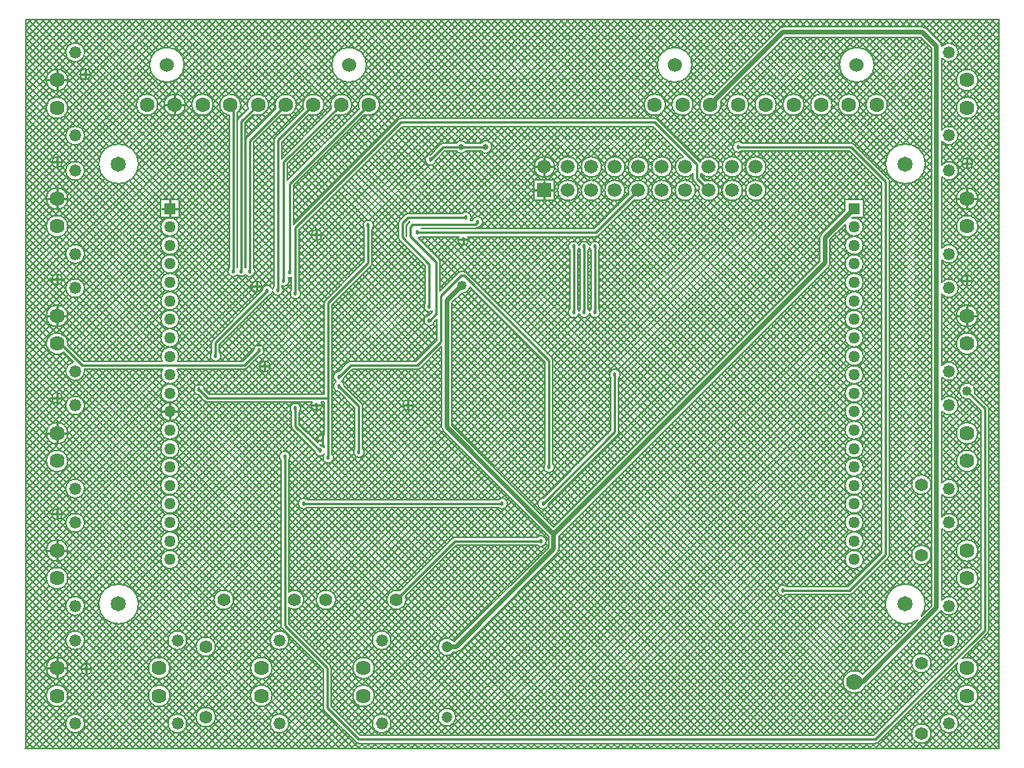
<source format=gbl>
G04*
G04 #@! TF.GenerationSoftware,Altium Limited,Altium Designer,19.1.5 (86)*
G04*
G04 Layer_Physical_Order=2*
G04 Layer_Color=16711680*
%FSLAX25Y25*%
%MOIN*%
G70*
G01*
G75*
%ADD11C,0.01000*%
%ADD16C,0.00800*%
%ADD91C,0.02000*%
%ADD92R,0.05000X0.05000*%
%ADD93C,0.05000*%
%ADD94C,0.06500*%
%ADD95C,0.06378*%
%ADD96C,0.05197*%
%ADD97C,0.06319*%
%ADD98C,0.06004*%
%ADD99C,0.04724*%
%ADD100C,0.05906*%
%ADD101R,0.05906X0.05906*%
%ADD102C,0.05512*%
%ADD103C,0.01800*%
%ADD104C,0.04000*%
%ADD105C,0.07000*%
%ADD106C,0.02500*%
D11*
X401000Y249500D02*
Y251400D01*
Y247600D02*
Y249500D01*
Y234500D02*
Y238689D01*
Y249500D02*
X402900D01*
X399100D02*
X401000D01*
Y234500D02*
X405189D01*
X396811D02*
X401000D01*
Y230311D02*
Y234500D01*
Y199500D02*
X402900D01*
X401000Y184500D02*
X405189D01*
X401000Y199500D02*
Y201400D01*
Y180311D02*
Y184500D01*
Y197600D02*
Y199500D01*
X399100D02*
X401000D01*
Y184500D02*
Y188689D01*
X396811Y184500D02*
X401000D01*
X221000Y248000D02*
Y251953D01*
Y248000D02*
X224953D01*
X221000Y244047D02*
Y248000D01*
X217047D02*
X221000D01*
Y238000D02*
Y241953D01*
Y238000D02*
X224953D01*
X221000Y234047D02*
Y238000D01*
X217047D02*
X221000D01*
X186500Y217000D02*
X188400D01*
X184600D02*
X186500D01*
Y215100D02*
Y217000D01*
X124000Y219000D02*
Y220900D01*
Y219000D02*
X125900D01*
X122100D02*
X124000D01*
Y217100D02*
Y219000D01*
X63623Y274500D02*
Y278660D01*
Y274500D02*
X67783D01*
X63623Y270340D02*
Y274500D01*
X59464D02*
X63623D01*
X25500Y287500D02*
X27400D01*
X25500D02*
Y289400D01*
Y285600D02*
Y287500D01*
X23600D02*
X25500D01*
X13500Y285000D02*
Y289189D01*
Y285000D02*
X17689D01*
X13500Y280811D02*
Y285000D01*
X9311D02*
X13500D01*
X13500Y250000D02*
Y251900D01*
Y250000D02*
X15400D01*
X11600D02*
X13500D01*
Y248100D02*
Y250000D01*
X13500Y234500D02*
Y238689D01*
X98500Y197000D02*
Y198900D01*
X96600Y197000D02*
X98500D01*
X100400D01*
X98500Y195100D02*
Y197000D01*
X61561Y230288D02*
X65061D01*
X61561D02*
Y233788D01*
X58061Y230288D02*
X61561D01*
Y226788D02*
Y230288D01*
X102000Y163000D02*
Y164900D01*
Y163000D02*
X103900D01*
X102000Y161100D02*
Y163000D01*
X100100D02*
X102000D01*
X13500Y234500D02*
X17689D01*
X13500Y184500D02*
X17689D01*
X13500Y230311D02*
Y234500D01*
X9311D02*
X13500D01*
X13500Y200000D02*
Y201900D01*
Y200000D02*
X15400D01*
X11600D02*
X13500D01*
Y198100D02*
Y200000D01*
X9311Y184500D02*
X13500D01*
Y188689D01*
Y180311D02*
Y184500D01*
X163000Y146500D02*
Y148400D01*
Y146500D02*
X164900D01*
X161100D02*
X163000D01*
Y144600D02*
Y146500D01*
X124000D02*
X125900D01*
X124000Y144600D02*
Y146500D01*
X122100D02*
X124000D01*
X126500Y131500D02*
Y133400D01*
X124600Y131500D02*
X126500D01*
Y129600D02*
Y131500D01*
X61561Y143674D02*
Y147174D01*
Y143674D02*
X65061D01*
X58061D02*
X61561D01*
Y140174D02*
Y143674D01*
X13500Y134500D02*
X17689D01*
X13500Y149500D02*
Y151400D01*
Y149500D02*
X15400D01*
X13500Y147600D02*
Y149500D01*
X11600D02*
X13500D01*
Y134500D02*
Y138689D01*
X9311Y134500D02*
X13500D01*
Y130311D02*
Y134500D01*
Y100000D02*
X15400D01*
X11600D02*
X13500D01*
Y101900D01*
Y98100D02*
Y100000D01*
X26000Y34000D02*
X27900D01*
X26000D02*
Y35900D01*
X24100Y34000D02*
X26000D01*
X13500Y84500D02*
X17689D01*
X9311D02*
X13500D01*
Y88689D01*
Y80311D02*
Y84500D01*
X13500Y34405D02*
X17689D01*
X13500D02*
Y38594D01*
X9311Y34405D02*
X13500D01*
X26000Y32100D02*
Y34000D01*
X13500Y30217D02*
Y34405D01*
X172500Y251000D02*
X178000Y256500D01*
X185500D01*
X268014Y267000D02*
X286000Y249014D01*
X160000Y267000D02*
X268014D01*
X115000Y222000D02*
X160000Y267000D01*
X110444Y52556D02*
Y124556D01*
Y52556D02*
X128500Y34500D01*
X118500Y104500D02*
X203000D01*
X220500D02*
X251000Y135000D01*
Y159500D01*
X233500Y186000D02*
Y214000D01*
X238000Y186000D02*
Y214000D01*
X242500Y186000D02*
Y214000D01*
X286000Y243000D02*
Y249014D01*
Y243000D02*
X291000Y238000D01*
X191500Y223500D02*
X192500Y224500D01*
X163000Y226500D02*
X187500D01*
X160500Y224000D02*
X163000Y226500D01*
X165000Y223500D02*
X191500D01*
X164000Y222500D02*
X165000Y223500D01*
X164000Y218500D02*
Y222500D01*
Y218500D02*
X175000Y207500D01*
Y185389D02*
Y207500D01*
X172111Y182500D02*
X175000Y185389D01*
X172000Y182500D02*
X172111D01*
X160500Y218000D02*
Y224000D01*
Y218000D02*
X172000Y206500D01*
Y188500D02*
Y206500D01*
X243000Y220000D02*
X261000Y238000D01*
X167000Y220000D02*
X243000Y220000D01*
X223000Y120000D02*
Y165500D01*
X186833Y201667D02*
X223000Y165500D01*
X185500Y201667D02*
X186833D01*
X177000Y193167D02*
X185500Y201667D01*
X177000Y173500D02*
Y193167D01*
X167000Y163500D02*
X177000Y173500D01*
X138500Y163500D02*
X167000D01*
X401000Y152500D02*
X408500Y145000D01*
Y50500D02*
Y145000D01*
X362000Y4000D02*
X408500Y50500D01*
X142000Y4000D02*
X362000D01*
X128500Y17500D02*
X142000Y4000D01*
X128500Y17500D02*
Y34500D01*
X115000Y137500D02*
Y145000D01*
Y137500D02*
X125500Y127000D01*
X93146Y163496D02*
X99400Y169750D01*
X24112Y163496D02*
X93146D01*
X14919Y172689D02*
X24112Y163496D01*
X13500Y172689D02*
X14919D01*
X183000Y88500D02*
X219500D01*
X158000Y63500D02*
X183000Y88500D01*
X142000Y126500D02*
Y146000D01*
X133500Y154500D02*
X142000Y146000D01*
X133500Y158500D02*
X138500Y163500D01*
X129000Y149500D02*
Y190000D01*
X146000Y207000D01*
X129000Y124000D02*
Y149500D01*
X115000Y194000D02*
Y222000D01*
X112500Y203000D02*
Y240699D01*
X110000Y199500D02*
Y250010D01*
X107500Y195500D02*
Y259321D01*
X112500Y240699D02*
X146301Y274500D01*
X110000Y250010D02*
X134490Y274500D01*
X107500Y259321D02*
X122679Y274500D01*
X103000Y195000D02*
Y195250D01*
X81000Y173000D02*
X103000Y195000D01*
X81000Y167500D02*
Y173000D01*
X87246Y274500D02*
X88500Y273246D01*
Y203500D02*
Y273246D01*
X95500Y259132D02*
X110868Y274500D01*
X95500Y203500D02*
Y259132D01*
X92000Y267443D02*
X99057Y274500D01*
X92000Y203500D02*
Y267443D01*
X366313Y82813D02*
Y241687D01*
X351500Y256500D02*
X366313Y241687D01*
X303500Y256500D02*
X351500D01*
X351000Y67500D02*
X366313Y82813D01*
X322500Y67500D02*
X351000D01*
X74000Y153000D02*
X77500Y149500D01*
X129000D01*
X146000Y207000D02*
Y223000D01*
X185500Y256500D02*
X196000D01*
D16*
X390200Y294266D02*
G03*
X397282Y296811I3084J2545D01*
G01*
X390200Y294266D02*
G03*
X397282Y296811I3084J2545D01*
G01*
D02*
G03*
X390200Y299357I-3998J0D01*
G01*
X397282Y296811D02*
G03*
X390200Y299357I-3998J0D01*
G01*
X405589Y285000D02*
G03*
X405589Y285000I-4589J0D01*
G01*
X390200Y299500D02*
G03*
X389556Y301056I-2200J0D01*
G01*
X390200Y299500D02*
G03*
X389552Y301060I-2200J0D01*
G01*
X383556Y307056D02*
G03*
X382000Y307700I-1556J-1556D01*
G01*
X383559Y307052D02*
G03*
X382000Y307700I-1560J-1552D01*
G01*
X405589Y273189D02*
G03*
X405589Y273189I-4589J0D01*
G01*
X403300Y249500D02*
G03*
X403300Y249500I-2300J0D01*
G01*
X397282Y261378D02*
G03*
X390200Y263924I-3998J0D01*
G01*
X397282Y261378D02*
G03*
X390200Y263924I-3998J0D01*
G01*
Y258832D02*
G03*
X397282Y261378I3084J2545D01*
G01*
X390200Y258832D02*
G03*
X397282Y261378I3084J2545D01*
G01*
X383187Y249300D02*
G03*
X383187Y249300I-8487J0D01*
G01*
X361428Y291508D02*
G03*
X361428Y291508I-7404J0D01*
G01*
X367048Y274500D02*
G03*
X367048Y274500I-4559J0D01*
G01*
X355237D02*
G03*
X355237Y274500I-4559J0D01*
G01*
X343426D02*
G03*
X343426Y274500I-4559J0D01*
G01*
X352702Y257702D02*
G03*
X351500Y258200I-1202J-1202D01*
G01*
X352704Y257700D02*
G03*
X351500Y258200I-1204J-1200D01*
G01*
X405589Y234500D02*
G03*
X405589Y234500I-4589J0D01*
G01*
Y222689D02*
G03*
X405589Y222689I-4589J0D01*
G01*
X397282Y246311D02*
G03*
X390200Y248857I-3998J0D01*
G01*
X397282Y246311D02*
G03*
X390200Y248857I-3998J0D01*
G01*
Y243765D02*
G03*
X397282Y246311I3084J2545D01*
G01*
X390200Y243765D02*
G03*
X397282Y246311I3084J2545D01*
G01*
Y210878D02*
G03*
X390200Y213423I-3998J0D01*
G01*
X403300Y199500D02*
G03*
X403300Y199500I-2300J0D01*
G01*
X405589Y184500D02*
G03*
X405589Y184500I-4589J0D01*
G01*
X390200Y208332D02*
G03*
X397282Y210878I3084J2545D01*
G01*
D02*
G03*
X390200Y213423I-3998J0D01*
G01*
Y208332D02*
G03*
X397282Y210878I3084J2545D01*
G01*
Y196311D02*
G03*
X390200Y198857I-3998J0D01*
G01*
X397282Y196311D02*
G03*
X390200Y198857I-3998J0D01*
G01*
Y193765D02*
G03*
X397282Y196311I3084J2545D01*
G01*
X390200Y193765D02*
G03*
X397282Y196311I3084J2545D01*
G01*
X368013Y241687D02*
G03*
X367513Y242891I-1700J0D01*
G01*
X368013Y241687D02*
G03*
X367515Y242889I-1700J0D01*
G01*
X356800Y222414D02*
G03*
X351909Y226186I-3900J0D01*
G01*
X349128Y223405D02*
G03*
X356800Y222414I3772J-991D01*
G01*
Y214540D02*
G03*
X356800Y214540I-3900J0D01*
G01*
X338948Y219448D02*
G03*
X338300Y217888I1552J-1560D01*
G01*
X338944Y219444D02*
G03*
X338300Y217888I1556J-1556D01*
G01*
X356800Y206666D02*
G03*
X356800Y206666I-3900J0D01*
G01*
X342056Y205444D02*
G03*
X342700Y207000I-1556J1556D01*
G01*
X342052Y205440D02*
G03*
X342700Y207000I-1552J1560D01*
G01*
X356800Y198792D02*
G03*
X356800Y198792I-3900J0D01*
G01*
Y190918D02*
G03*
X356800Y190918I-3900J0D01*
G01*
Y183044D02*
G03*
X356800Y183044I-3900J0D01*
G01*
X322622Y307700D02*
G03*
X321066Y307056I0J-2200D01*
G01*
X322622Y307700D02*
G03*
X321062Y307052I0J-2200D01*
G01*
X296182Y274500D02*
G03*
X296002Y275768I-4559J0D01*
G01*
X331615Y274500D02*
G03*
X331615Y274500I-4559J0D01*
G01*
X319804D02*
G03*
X319804Y274500I-4559J0D01*
G01*
X307993D02*
G03*
X307993Y274500I-4559J0D01*
G01*
X315353Y248000D02*
G03*
X315353Y248000I-4353J0D01*
G01*
X292890Y278879D02*
G03*
X296182Y274500I-1268J-4380D01*
G01*
X284370D02*
G03*
X284370Y274500I-4559J0D01*
G01*
X305049Y258200D02*
G03*
X305049Y254800I-1549J-1700D01*
G01*
X295353Y248000D02*
G03*
X287234Y250183I-4353J0D01*
G01*
X305353Y248000D02*
G03*
X305353Y248000I-4353J0D01*
G01*
X287700Y245162D02*
G03*
X295353Y248000I3300J2838D01*
G01*
X280312Y252298D02*
G03*
X284300Y245162I688J-4298D01*
G01*
X283869Y291508D02*
G03*
X283869Y291508I-7404J0D01*
G01*
X269216Y268202D02*
G03*
X268014Y268700I-1202J-1202D01*
G01*
X269218Y268200D02*
G03*
X268014Y268700I-1204J-1200D01*
G01*
X272559Y274500D02*
G03*
X272559Y274500I-4559J0D01*
G01*
X198650Y256500D02*
G03*
X193967Y258200I-2650J0D01*
G01*
Y254800D02*
G03*
X198650Y256500I2033J1700D01*
G01*
X265353Y248000D02*
G03*
X265353Y248000I-4353J0D01*
G01*
X275353D02*
G03*
X275353Y248000I-4353J0D01*
G01*
X255353D02*
G03*
X255353Y248000I-4353J0D01*
G01*
X235353D02*
G03*
X235353Y248000I-4353J0D01*
G01*
X245353D02*
G03*
X245353Y248000I-4353J0D01*
G01*
X225353D02*
G03*
X225353Y248000I-4353J0D01*
G01*
X295353Y238000D02*
G03*
X289369Y242036I-4353J0D01*
G01*
X284300Y243000D02*
G03*
X284800Y241796I1700J0D01*
G01*
X284300Y243000D02*
G03*
X284798Y241798I1700J0D01*
G01*
X265353Y238000D02*
G03*
X256964Y236369I-4353J0D01*
G01*
X315353Y238000D02*
G03*
X315353Y238000I-4353J0D01*
G01*
X305353D02*
G03*
X305353Y238000I-4353J0D01*
G01*
X285353D02*
G03*
X285353Y238000I-4353J0D01*
G01*
X286965Y239631D02*
G03*
X295353Y238000I4036J-1631D01*
G01*
X275353D02*
G03*
X275353Y238000I-4353J0D01*
G01*
X259369Y233964D02*
G03*
X265353Y238000I1631J4036D01*
G01*
X255353D02*
G03*
X255353Y238000I-4353J0D01*
G01*
X244200Y212451D02*
G03*
X244800Y214000I-1700J1549D01*
G01*
X243000Y218300D02*
G03*
X244204Y218800I0J1700D01*
G01*
X243000Y218300D02*
G03*
X244202Y218798I0J1700D01*
G01*
X244800Y214000D02*
G03*
X240250Y214477I-2300J0D01*
G01*
Y213523D02*
G03*
X240800Y212451I2250J477D01*
G01*
X244800Y186000D02*
G03*
X244200Y187549I-2300J0D01*
G01*
X240250Y185523D02*
G03*
X244800Y186000I2250J477D01*
G01*
X240800Y187549D02*
G03*
X240250Y186477I1700J-1549D01*
G01*
D02*
G03*
X239700Y187549I-2250J-477D01*
G01*
X245353Y238000D02*
G03*
X245353Y238000I-4353J0D01*
G01*
X235353D02*
G03*
X235353Y238000I-4353J0D01*
G01*
X192598Y222202D02*
G03*
X194800Y224500I-98J2298D01*
G01*
X239700Y212451D02*
G03*
X240250Y213523I-1700J1549D01*
G01*
Y214477D02*
G03*
X235750Y214477I-2250J-477D01*
G01*
Y213523D02*
G03*
X236300Y212451I2250J477D01*
G01*
X235750Y185523D02*
G03*
X240250Y185523I2250J477D01*
G01*
X236300Y187549D02*
G03*
X235750Y186477I1700J-1549D01*
G01*
X235200Y212451D02*
G03*
X235750Y213523I-1700J1549D01*
G01*
Y214477D02*
G03*
X231800Y212451I-2250J-477D01*
G01*
X235750Y186477D02*
G03*
X235200Y187549I-2250J-477D01*
G01*
X231800D02*
G03*
X235750Y185523I1700J-1549D01*
G01*
X410200Y145000D02*
G03*
X409700Y146204I-1700J0D01*
G01*
X410200Y145000D02*
G03*
X409702Y146202I-1700J0D01*
G01*
X405589Y172689D02*
G03*
X405589Y172689I-4589J0D01*
G01*
X404400Y152500D02*
G03*
X401880Y149216I-3400J0D01*
G01*
X404284Y151620D02*
G03*
X404400Y152500I-3284J880D01*
G01*
X397282Y160878D02*
G03*
X390200Y163424I-3998J0D01*
G01*
X397282Y146311D02*
G03*
X390200Y148857I-3998J0D01*
G01*
X405589Y134500D02*
G03*
X405589Y134500I-4589J0D01*
G01*
Y122689D02*
G03*
X405589Y122689I-4589J0D01*
G01*
X397282Y160878D02*
G03*
X390200Y163424I-3998J0D01*
G01*
Y158332D02*
G03*
X397282Y160878I3083J2545D01*
G01*
X390200Y158332D02*
G03*
X397282Y160878I3083J2545D01*
G01*
X397282Y146311D02*
G03*
X390200Y148857I-3998J0D01*
G01*
Y143765D02*
G03*
X397282Y146311I3084J2545D01*
G01*
X390200Y143765D02*
G03*
X397282Y146311I3084J2545D01*
G01*
Y110878D02*
G03*
X390200Y113424I-3998J0D01*
G01*
Y108332D02*
G03*
X397282Y110878I3084J2545D01*
G01*
X390200Y108332D02*
G03*
X397282Y110878I3084J2545D01*
G01*
D02*
G03*
X390200Y113424I-3998J0D01*
G01*
X397282Y96311D02*
G03*
X390200Y98857I-3998J0D01*
G01*
Y93765D02*
G03*
X397282Y96311I3084J2545D01*
G01*
X390200Y93765D02*
G03*
X397282Y96311I3084J2545D01*
G01*
D02*
G03*
X390200Y98857I-3998J0D01*
G01*
X385656Y112594D02*
G03*
X385656Y112594I-4156J0D01*
G01*
X405589Y84500D02*
G03*
X405589Y84500I-4589J0D01*
G01*
Y72689D02*
G03*
X405589Y72689I-4589J0D01*
G01*
X397282Y60878D02*
G03*
X390200Y63424I-3998J0D01*
G01*
X397282Y60878D02*
G03*
X390200Y63424I-3998J0D01*
G01*
X389856Y58819D02*
G03*
X397282Y60878I3427J2059D01*
G01*
X389856Y58819D02*
G03*
X397282Y60878I3427J2059D01*
G01*
X389556Y58444D02*
G03*
X389856Y58819I-1556J1556D01*
G01*
X389552Y58441D02*
G03*
X389856Y58819I-1552J1560D01*
G01*
X409702Y49298D02*
G03*
X410200Y50500I-1202J1202D01*
G01*
X409700Y49296D02*
G03*
X410200Y50500I-1200J1204D01*
G01*
X397282Y46216D02*
G03*
X397282Y46216I-3998J0D01*
G01*
D02*
G03*
X397282Y46216I-3998J0D01*
G01*
X405589Y34405D02*
G03*
X398879Y38475I-4589J0D01*
G01*
X396931Y36526D02*
G03*
X405589Y34405I4070J-2121D01*
G01*
Y22594D02*
G03*
X405589Y22594I-4589J0D01*
G01*
X397282Y10784D02*
G03*
X397282Y10784I-3998J0D01*
G01*
D02*
G03*
X397282Y10784I-3998J0D01*
G01*
X385656Y82595D02*
G03*
X385656Y82595I-4156J0D01*
G01*
Y36500D02*
G03*
X385656Y36500I-4156J0D01*
G01*
X367513Y81609D02*
G03*
X368013Y82813I-1200J1204D01*
G01*
X367515Y81611D02*
G03*
X368013Y82813I-1202J1202D01*
G01*
X383187Y61700D02*
G03*
X379822Y54934I-8487J0D01*
G01*
X381467Y56578D02*
G03*
X383187Y61700I-6767J5122D01*
G01*
X385656Y6500D02*
G03*
X385656Y6500I-4156J0D01*
G01*
X356800Y175170D02*
G03*
X356800Y175170I-3900J0D01*
G01*
Y167296D02*
G03*
X356800Y167296I-3900J0D01*
G01*
Y159422D02*
G03*
X356800Y159422I-3900J0D01*
G01*
Y151548D02*
G03*
X356800Y151548I-3900J0D01*
G01*
Y143674D02*
G03*
X356800Y143674I-3900J0D01*
G01*
Y135800D02*
G03*
X356800Y135800I-3900J0D01*
G01*
X252700Y157951D02*
G03*
X253300Y159500I-1700J1549D01*
G01*
X252200Y133796D02*
G03*
X252700Y135000I-1200J1204D01*
G01*
X252202Y133798D02*
G03*
X252700Y135000I-1202J1202D01*
G01*
X356800Y127926D02*
G03*
X356800Y127926I-3900J0D01*
G01*
Y120052D02*
G03*
X356800Y120052I-3900J0D01*
G01*
Y112178D02*
G03*
X356800Y112178I-3900J0D01*
G01*
X253300Y159500D02*
G03*
X249300Y157951I-2300J0D01*
G01*
X224700Y165500D02*
G03*
X224200Y166704I-1700J0D01*
G01*
X224700Y165500D02*
G03*
X224202Y166702I-1700J0D01*
G01*
X221300Y121549D02*
G03*
X225300Y120000I1700J-1549D01*
G01*
D02*
G03*
X224700Y121549I-2300J0D01*
G01*
X356800Y104304D02*
G03*
X356800Y104304I-3900J0D01*
G01*
Y96430D02*
G03*
X356800Y96430I-3900J0D01*
G01*
Y88556D02*
G03*
X356800Y88556I-3900J0D01*
G01*
X362000Y2300D02*
G03*
X363204Y2800I0J1700D01*
G01*
X362000Y2300D02*
G03*
X363202Y2798I0J1700D01*
G01*
X357489Y26535D02*
G03*
X358060Y26948I-989J1965D01*
G01*
X357489Y26535D02*
G03*
X358056Y26944I-989J1965D01*
G01*
X356800Y80682D02*
G03*
X356800Y80682I-3900J0D01*
G01*
X356654Y31765D02*
G03*
X357489Y26535I-3654J-3265D01*
G01*
X351000Y65800D02*
G03*
X352204Y66300I0J1700D01*
G01*
X351000Y65800D02*
G03*
X352202Y66298I0J1700D01*
G01*
X324049Y69200D02*
G03*
X324049Y65800I-1549J-1700D01*
G01*
X220393Y106798D02*
G03*
X222797Y104393I107J-2297D01*
G01*
X226556Y83444D02*
G03*
X227200Y85000I-1556J1556D01*
G01*
X226552Y83441D02*
G03*
X227200Y85000I-1552J1560D01*
G01*
X201451Y102800D02*
G03*
X205300Y104500I1549J1700D01*
G01*
D02*
G03*
X201451Y106200I-2300J0D01*
G01*
X221800Y88500D02*
G03*
X217951Y90200I-2300J0D01*
G01*
Y86800D02*
G03*
X221800Y88500I1549J1700D01*
G01*
X144511Y270306D02*
G03*
X150860Y274500I1790J4194D01*
G01*
X160000Y268700D02*
G03*
X158798Y268202I0J-1700D01*
G01*
X150860Y274500D02*
G03*
X142107Y272710I-4559J0D01*
G01*
X160000Y268700D02*
G03*
X158796Y268200I0J-1700D01*
G01*
X132700Y270306D02*
G03*
X139049Y274500I1790J4194D01*
G01*
X187533Y258200D02*
G03*
X183467Y258200I-2033J-1700D01*
G01*
Y254800D02*
G03*
X187533Y254800I2033J1700D01*
G01*
X178000Y258200D02*
G03*
X176798Y257702I0J-1700D01*
G01*
X178000Y258200D02*
G03*
X176796Y257700I0J-1700D01*
G01*
X172393Y253297D02*
G03*
X174797Y250893I107J-2297D01*
G01*
X145240Y291508D02*
G03*
X145240Y291508I-7404J0D01*
G01*
X139049Y274500D02*
G03*
X130296Y272710I-4559J0D01*
G01*
X120889Y270306D02*
G03*
X127238Y274500I1790J4194D01*
G01*
D02*
G03*
X118485Y272710I-4559J0D01*
G01*
X115427Y274500D02*
G03*
X106674Y272710I-4559J0D01*
G01*
X109078Y270306D02*
G03*
X115427Y274500I1790J4194D01*
G01*
X106300Y260525D02*
G03*
X105800Y259321I1200J-1204D01*
G01*
X106298Y260523D02*
G03*
X105800Y259321I1202J-1202D01*
G01*
X194800Y224500D02*
G03*
X190309Y225200I-2300J0D01*
G01*
X191500Y221800D02*
G03*
X192598Y222202I0J1700D01*
G01*
X189397Y225200D02*
G03*
X189800Y226500I-1897J1300D01*
G01*
X191500Y221800D02*
G03*
X192598Y222202I0J1700D01*
G01*
X189800Y226500D02*
G03*
X185951Y228200I-2300J0D01*
G01*
X184603Y218300D02*
G03*
X188800Y217000I1897J-1300D01*
G01*
D02*
G03*
X188397Y218300I-2300J0D01*
G01*
X188035Y202869D02*
G03*
X186833Y203367I-1202J-1202D01*
G01*
X188037Y202867D02*
G03*
X186833Y203367I-1204J-1200D01*
G01*
X185500D02*
G03*
X184296Y202867I0J-1700D01*
G01*
X185500Y203367D02*
G03*
X184298Y202869I0J-1700D01*
G01*
X163000Y228200D02*
G03*
X161798Y227702I0J-1700D01*
G01*
X163000Y228200D02*
G03*
X161796Y227700I0J-1700D01*
G01*
X159300Y225204D02*
G03*
X158800Y224000I1200J-1204D01*
G01*
X162800Y223704D02*
G03*
X162300Y222500I1200J-1204D01*
G01*
X162798Y223702D02*
G03*
X162300Y222500I1202J-1202D01*
G01*
X159298Y225202D02*
G03*
X158800Y224000I1202J-1202D01*
G01*
X148300Y223000D02*
G03*
X144300Y221451I-2300J0D01*
G01*
X147700D02*
G03*
X148300Y223000I-1700J1549D01*
G01*
X167196Y217708D02*
G03*
X168549Y218300I-196J2292D01*
G01*
X176700Y207500D02*
G03*
X176200Y208704I-1700J0D01*
G01*
X176700Y207500D02*
G03*
X176202Y208702I-1700J0D01*
G01*
X158800Y218000D02*
G03*
X159298Y216798I1700J0D01*
G01*
X158800Y218000D02*
G03*
X159300Y216796I1700J0D01*
G01*
X147202Y205798D02*
G03*
X147700Y207000I-1202J1202D01*
G01*
X147200Y205796D02*
G03*
X147700Y207000I-1200J1204D01*
G01*
X185723Y194111D02*
G03*
X189322Y196774I277J3389D01*
G01*
X170300Y190049D02*
G03*
X173300Y186603I1700J-1549D01*
G01*
X172007Y184800D02*
G03*
X174289Y182273I-7J-2300D01*
G01*
X167000Y161800D02*
G03*
X168204Y162300I0J1700D01*
G01*
X167000Y161800D02*
G03*
X168202Y162298I0J1700D01*
G01*
X126300Y219000D02*
G03*
X126300Y219000I-2300J0D01*
G01*
X117300Y194000D02*
G03*
X116700Y195549I-2300J0D01*
G01*
X111914Y200776D02*
G03*
X113300Y200844I586J2224D01*
G01*
X112300Y199500D02*
G03*
X111914Y200776I-2300J0D01*
G01*
X109200Y197344D02*
G03*
X112300Y199500I800J2156D01*
G01*
X109800Y195500D02*
G03*
X109200Y197049I-2300J0D01*
G01*
X138500Y165200D02*
G03*
X137296Y164700I0J-1700D01*
G01*
X138500Y165200D02*
G03*
X137298Y164702I0J-1700D01*
G01*
X113300Y195549D02*
G03*
X117300Y194000I1700J-1549D01*
G01*
X105275Y194915D02*
G03*
X109800Y195500I2224J585D01*
G01*
X133393Y160798D02*
G03*
X132364Y156500I107J-2297D01*
G01*
X134636D02*
G03*
X135798Y158393I-1136J2000D01*
G01*
X127800Y191204D02*
G03*
X127300Y190000I1200J-1204D01*
G01*
X127798Y191202D02*
G03*
X127300Y190000I1202J-1202D01*
G01*
X103616Y274500D02*
G03*
X94863Y272710I-4559J0D01*
G01*
X97267Y270306D02*
G03*
X103616Y274500I1790J4194D01*
G01*
X90200Y271027D02*
G03*
X91805Y274500I-2954J3473D01*
G01*
D02*
G03*
X86800Y269962I-4559J0D01*
G01*
X79994Y274500D02*
G03*
X79994Y274500I-4559J0D01*
G01*
X90800Y268647D02*
G03*
X90300Y267443I1200J-1204D01*
G01*
X90798Y268646D02*
G03*
X90300Y267443I1202J-1202D01*
G01*
X67681Y291508D02*
G03*
X67681Y291508I-7404J0D01*
G01*
X68183Y274500D02*
G03*
X68183Y274500I-4559J0D01*
G01*
X56372D02*
G03*
X56372Y274500I-4559J0D01*
G01*
X94300Y260336D02*
G03*
X93800Y259132I1200J-1204D01*
G01*
X94298Y260334D02*
G03*
X93800Y259132I1202J-1202D01*
G01*
X48187Y249300D02*
G03*
X48187Y249300I-8487J0D01*
G01*
X25215Y296811D02*
G03*
X25215Y296811I-3998J0D01*
G01*
D02*
G03*
X25215Y296811I-3998J0D01*
G01*
X27800Y287500D02*
G03*
X27800Y287500I-2300J0D01*
G01*
X25215Y261378D02*
G03*
X25215Y261378I-3998J0D01*
G01*
X18089Y273189D02*
G03*
X18089Y273189I-4589J0D01*
G01*
Y285000D02*
G03*
X18089Y285000I-4589J0D01*
G01*
X25215Y261378D02*
G03*
X25215Y261378I-3998J0D01*
G01*
Y246311D02*
G03*
X25215Y246311I-3998J0D01*
G01*
D02*
G03*
X25215Y246311I-3998J0D01*
G01*
X15800Y250000D02*
G03*
X15800Y250000I-2300J0D01*
G01*
X18089Y234500D02*
G03*
X18089Y234500I-4589J0D01*
G01*
X105800Y197049D02*
G03*
X105225Y195835I1700J-1549D01*
G01*
X103387Y192983D02*
G03*
X105275Y194915I-387J2267D01*
G01*
X105225Y195835D02*
G03*
X100704Y195108I-2224J-585D01*
G01*
X97800Y203500D02*
G03*
X97200Y205049I-2300J0D01*
G01*
X100800Y197000D02*
G03*
X100800Y197000I-2300J0D01*
G01*
X93750Y202008D02*
G03*
X97800Y203500I1750J1493D01*
G01*
X90250Y202008D02*
G03*
X93750Y202008I1750J1493D01*
G01*
X86800Y205049D02*
G03*
X90250Y202008I1700J-1549D01*
G01*
X99506Y167453D02*
G03*
X101700Y169750I-107J2297D01*
G01*
D02*
G03*
X97102Y169857I-2300J0D01*
G01*
X104300Y163000D02*
G03*
X104300Y163000I-2300J0D01*
G01*
X93146Y161796D02*
G03*
X94350Y162296I0J1700D01*
G01*
X93146Y161796D02*
G03*
X94348Y162294I0J1700D01*
G01*
X79798Y174202D02*
G03*
X79300Y173000I1202J-1202D01*
G01*
X79800Y174204D02*
G03*
X79300Y173000I1200J-1204D01*
G01*
Y169049D02*
G03*
X83300Y167500I1700J-1549D01*
G01*
D02*
G03*
X82700Y169049I-2300J0D01*
G01*
X64848Y165196D02*
G03*
X65461Y167296I-3286J2100D01*
G01*
Y159422D02*
G03*
X64656Y161796I-3900J0D01*
G01*
X65461Y222414D02*
G03*
X65461Y222414I-3900J0D01*
G01*
X18089Y222689D02*
G03*
X18089Y222689I-4589J0D01*
G01*
X65461Y206666D02*
G03*
X65461Y206666I-3900J0D01*
G01*
Y214540D02*
G03*
X65461Y214540I-3900J0D01*
G01*
Y198792D02*
G03*
X65461Y198792I-3900J0D01*
G01*
X25215Y210878D02*
G03*
X25215Y210878I-3998J0D01*
G01*
D02*
G03*
X25215Y210878I-3998J0D01*
G01*
X25215Y196311D02*
G03*
X25215Y196311I-3998J0D01*
G01*
X65461Y190918D02*
G03*
X65461Y190918I-3900J0D01*
G01*
X25215Y196311D02*
G03*
X25215Y196311I-3998J0D01*
G01*
X15800Y200000D02*
G03*
X15800Y200000I-2300J0D01*
G01*
X65461Y175170D02*
G03*
X65461Y175170I-3900J0D01*
G01*
Y183044D02*
G03*
X65461Y183044I-3900J0D01*
G01*
Y167296D02*
G03*
X58275Y165196I-3900J0D01*
G01*
X18089Y184500D02*
G03*
X18089Y184500I-4589J0D01*
G01*
X18034Y171978D02*
G03*
X18089Y172689I-4534J711D01*
G01*
X20410Y164794D02*
G03*
X25215Y160878I807J-3916D01*
G01*
X20410Y164794D02*
G03*
X25215Y160878I807J-3916D01*
G01*
D02*
G03*
X25108Y161796I-3998J0D01*
G01*
X25215Y160878D02*
G03*
X25108Y161796I-3998J0D01*
G01*
X18089Y172689D02*
G03*
X16215Y168989I-4589J0D01*
G01*
X177300Y137000D02*
G03*
X177948Y135441I2200J0D01*
G01*
X177300Y137000D02*
G03*
X177944Y135444I2200J0D01*
G01*
X165300Y146500D02*
G03*
X165300Y146500I-2300J0D01*
G01*
X143700Y146000D02*
G03*
X143200Y147204I-1700J0D01*
G01*
X143700Y146000D02*
G03*
X143202Y147202I-1700J0D01*
G01*
X140300Y128049D02*
G03*
X144300Y126500I1700J-1549D01*
G01*
D02*
G03*
X143700Y128049I-2300J0D01*
G01*
X135798Y154607D02*
G03*
X134636Y156500I-2297J-107D01*
G01*
X132364D02*
G03*
X133393Y152202I1136J-2000D01*
G01*
X126300Y146500D02*
G03*
X125897Y147800I-2300J0D01*
G01*
X122103D02*
G03*
X126300Y146500I1897J-1300D01*
G01*
X117300Y145000D02*
G03*
X113300Y143451I-2300J0D01*
G01*
X116700D02*
G03*
X117300Y145000I-1700J1549D01*
G01*
X127300Y133656D02*
G03*
X124453Y130451I-800J-2156D01*
G01*
X125451Y129453D02*
G03*
X127300Y129344I1049J2047D01*
G01*
Y128432D02*
G03*
X125607Y129297I-1800J-1432D01*
G01*
X123203Y126893D02*
G03*
X127300Y125568I2297J107D01*
G01*
X131300Y124000D02*
G03*
X130700Y125549I-2300J0D01*
G01*
X127300D02*
G03*
X131300Y124000I1700J-1549D01*
G01*
X120049Y106200D02*
G03*
X120049Y102800I-1549J-1700D01*
G01*
X183000Y90200D02*
G03*
X181796Y89700I0J-1700D01*
G01*
X183000Y90200D02*
G03*
X181798Y89702I0J-1700D01*
G01*
X159479Y67384D02*
G03*
X162156Y63500I-1479J-3884D01*
G01*
D02*
G03*
X161884Y64979I-4156J0D01*
G01*
X183500Y41300D02*
G03*
X185059Y41948I0J2200D01*
G01*
X183500Y41300D02*
G03*
X185056Y41944I0J2200D01*
G01*
X182552Y45700D02*
G03*
X182552Y41300I-3052J-2200D01*
G01*
X155715Y46216D02*
G03*
X155715Y46216I-3998J0D01*
G01*
D02*
G03*
X155715Y46216I-3998J0D01*
G01*
X183262Y13500D02*
G03*
X183262Y13500I-3762J0D01*
G01*
X155715Y10784D02*
G03*
X155715Y10784I-3998J0D01*
G01*
D02*
G03*
X155715Y10784I-3998J0D01*
G01*
X148589Y34405D02*
G03*
X148589Y34405I-4589J0D01*
G01*
X132156Y63500D02*
G03*
X132156Y63500I-4156J0D01*
G01*
X118656D02*
G03*
X112144Y66924I-4156J0D01*
G01*
Y60076D02*
G03*
X118656Y63500I2356J3424D01*
G01*
X130200Y34500D02*
G03*
X129700Y35704I-1700J0D01*
G01*
X130200Y34500D02*
G03*
X129702Y35702I-1700J0D01*
G01*
X148589Y22594D02*
G03*
X148589Y22594I-4589J0D01*
G01*
X140796Y2800D02*
G03*
X142000Y2300I1204J1200D01*
G01*
X140798Y2798D02*
G03*
X142000Y2300I1202J1202D01*
G01*
X126800Y17500D02*
G03*
X127298Y16298I1700J0D01*
G01*
X126800Y17500D02*
G03*
X127300Y16296I1700J0D01*
G01*
X113300Y137500D02*
G03*
X113798Y136298I1700J0D01*
G01*
X113300Y137500D02*
G03*
X113800Y136296I1700J0D01*
G01*
X76296Y148300D02*
G03*
X77500Y147800I1204J1200D01*
G01*
X76298Y148298D02*
G03*
X77500Y147800I1202J1202D01*
G01*
X58467Y161796D02*
G03*
X65461Y159422I3094J-2374D01*
G01*
X76297Y153107D02*
G03*
X73893Y150703I-2297J-107D01*
G01*
X65461Y151548D02*
G03*
X65461Y151548I-3900J0D01*
G01*
Y143674D02*
G03*
X65461Y143674I-3900J0D01*
G01*
Y135800D02*
G03*
X65461Y135800I-3900J0D01*
G01*
X112144Y123007D02*
G03*
X112744Y124556I-1700J1549D01*
G01*
D02*
G03*
X108744Y123007I-2300J0D01*
G01*
X65461Y127926D02*
G03*
X65461Y127926I-3900J0D01*
G01*
Y104304D02*
G03*
X65461Y104304I-3900J0D01*
G01*
Y96430D02*
G03*
X65461Y96430I-3900J0D01*
G01*
Y120052D02*
G03*
X65461Y120052I-3900J0D01*
G01*
Y112178D02*
G03*
X65461Y112178I-3900J0D01*
G01*
X25215Y146311D02*
G03*
X25215Y146311I-3998J0D01*
G01*
D02*
G03*
X25215Y146311I-3998J0D01*
G01*
X18089Y134500D02*
G03*
X18089Y134500I-4589J0D01*
G01*
Y122689D02*
G03*
X18089Y122689I-4589J0D01*
G01*
X15800Y149500D02*
G03*
X15800Y149500I-2300J0D01*
G01*
X25215Y110878D02*
G03*
X25215Y110878I-3998J0D01*
G01*
D02*
G03*
X25215Y110878I-3998J0D01*
G01*
Y96311D02*
G03*
X25215Y96311I-3998J0D01*
G01*
D02*
G03*
X25215Y96311I-3998J0D01*
G01*
X15800Y100000D02*
G03*
X15800Y100000I-2300J0D01*
G01*
X88656Y63500D02*
G03*
X88656Y63500I-4156J0D01*
G01*
X108744Y52556D02*
G03*
X109242Y51354I1700J0D01*
G01*
X108744Y52556D02*
G03*
X109244Y51352I1700J0D01*
G01*
X112215Y46216D02*
G03*
X112215Y46216I-3998J0D01*
G01*
D02*
G03*
X112215Y46216I-3998J0D01*
G01*
X105089Y34405D02*
G03*
X105089Y34405I-4589J0D01*
G01*
X65461Y88556D02*
G03*
X65461Y88556I-3900J0D01*
G01*
Y80682D02*
G03*
X65461Y80682I-3900J0D01*
G01*
X48187Y61700D02*
G03*
X48187Y61700I-8487J0D01*
G01*
X68715Y46216D02*
G03*
X68715Y46216I-3998J0D01*
G01*
D02*
G03*
X68715Y46216I-3998J0D01*
G01*
X80956Y43500D02*
G03*
X80956Y43500I-4156J0D01*
G01*
X61589Y34405D02*
G03*
X61589Y34405I-4589J0D01*
G01*
X112215Y10784D02*
G03*
X112215Y10784I-3998J0D01*
G01*
D02*
G03*
X112215Y10784I-3998J0D01*
G01*
X105089Y22594D02*
G03*
X105089Y22594I-4589J0D01*
G01*
X80956Y13500D02*
G03*
X80956Y13500I-4156J0D01*
G01*
X68715Y10784D02*
G03*
X68715Y10784I-3998J0D01*
G01*
X61589Y22594D02*
G03*
X61589Y22594I-4589J0D01*
G01*
X68715Y10784D02*
G03*
X68715Y10784I-3998J0D01*
G01*
X25215Y60878D02*
G03*
X25215Y60878I-3998J0D01*
G01*
X18089Y72689D02*
G03*
X18089Y72689I-4589J0D01*
G01*
X25215Y60878D02*
G03*
X25215Y60878I-3998J0D01*
G01*
X25215Y46216D02*
G03*
X25215Y46216I-3998J0D01*
G01*
D02*
G03*
X25215Y46216I-3998J0D01*
G01*
X18089Y84500D02*
G03*
X18089Y84500I-4589J0D01*
G01*
X28300Y34000D02*
G03*
X28300Y34000I-2300J0D01*
G01*
X25215Y10784D02*
G03*
X25215Y10784I-3998J0D01*
G01*
D02*
G03*
X25215Y10784I-3998J0D01*
G01*
X18089Y34405D02*
G03*
X18089Y34405I-4589J0D01*
G01*
Y22594D02*
G03*
X18089Y22594I-4589J0D01*
G01*
X411318Y310750D02*
X414500Y307568D01*
X408489Y310750D02*
X414500Y304739D01*
X405661Y310750D02*
X414500Y301911D01*
X414250Y310750D02*
X414500Y311000D01*
X414146Y310750D02*
X414500Y310396D01*
X400004Y310750D02*
X414500Y296254D01*
X402832Y310750D02*
X414500Y299082D01*
X397075Y298080D02*
X409745Y310750D01*
X397175D02*
X414500Y293425D01*
X395954Y299787D02*
X406917Y310750D01*
X394070Y300731D02*
X404088Y310750D01*
X396873Y295049D02*
X412573Y310750D01*
X389146Y301465D02*
X398431Y310750D01*
X390192Y299683D02*
X401260Y310750D01*
X388690D02*
X414500Y284940D01*
X385862Y310750D02*
X414500Y282112D01*
X394347Y310750D02*
X414500Y290597D01*
X391519Y310750D02*
X414500Y287769D01*
X404228Y288262D02*
X414500Y298534D01*
X402481Y289344D02*
X414500Y301363D01*
X405326Y286532D02*
X414500Y295706D01*
X399714Y289405D02*
X414500Y304191D01*
X396508Y294447D02*
X401382Y289573D01*
X397271Y296513D02*
X414500Y279283D01*
X405432Y283809D02*
X414500Y292878D01*
X402096Y277645D02*
X414500Y290049D01*
X398469Y281172D02*
X401966Y277675D01*
X394950Y293177D02*
X398997Y289129D01*
X390200Y285548D02*
X414500Y309848D01*
X390200Y282720D02*
X414500Y307020D01*
X392383Y292915D02*
X397423Y287875D01*
X383488Y307120D02*
X387118Y310750D01*
X381239Y307700D02*
X384289Y310750D01*
X384904Y305708D02*
X389946Y310750D01*
X377376D02*
X380426Y307700D01*
X378411D02*
X381461Y310750D01*
X383033D02*
X392985Y300798D01*
X387732Y302879D02*
X395603Y310750D01*
X380205D02*
X390919Y300036D01*
X386318Y304293D02*
X392775Y310750D01*
X368891D02*
X371941Y307700D01*
X367097D02*
X370147Y310750D01*
X369925Y307700D02*
X372975Y310750D01*
X364269Y307700D02*
X367319Y310750D01*
X366063D02*
X369113Y307700D01*
X374548Y310750D02*
X377598Y307700D01*
X375582D02*
X378632Y310750D01*
X371720D02*
X374769Y307700D01*
X372754D02*
X375804Y310750D01*
X390200Y291205D02*
X392014Y293019D01*
X383559Y307052D02*
X389552Y301060D01*
X390200Y289441D02*
X397172Y282469D01*
X390200Y279891D02*
X396595Y286286D01*
X390200Y288376D02*
X395045Y293222D01*
X390200Y292269D02*
X396512Y285958D01*
X379170Y303300D02*
X385800Y296670D01*
X376341Y303300D02*
X385800Y293841D01*
X373513Y303300D02*
X385800Y291013D01*
X381089Y303300D02*
X385800Y298589D01*
X365027Y303300D02*
X385800Y282527D01*
X365555Y277874D02*
X385800Y298119D01*
X370684Y303300D02*
X385800Y288184D01*
X367856Y303300D02*
X385800Y285356D01*
X405183Y275076D02*
X414500Y284392D01*
X405129Y282997D02*
X414500Y273626D01*
X405553Y272617D02*
X414500Y281564D01*
X403968Y276689D02*
X414500Y287221D01*
X405573Y285382D02*
X414500Y276455D01*
X405486Y274155D02*
X414500Y265141D01*
X405280Y271533D02*
X414500Y262313D01*
X403875Y281423D02*
X414500Y270798D01*
X401958Y280512D02*
X414500Y267969D01*
X398883Y277260D02*
X402191Y280568D01*
X397280Y261515D02*
X414500Y278735D01*
X390200Y286613D02*
X399344Y277469D01*
X390200Y271406D02*
X399468Y280674D01*
X391047Y249625D02*
X414500Y273078D01*
X390200Y272470D02*
X414500Y248170D01*
X390200Y251607D02*
X414500Y275907D01*
X390200Y275299D02*
X414500Y250999D01*
X401621Y251714D02*
X414500Y264593D01*
X399462Y268865D02*
X414500Y253827D01*
X403122Y250387D02*
X414500Y261765D01*
X404141Y269843D02*
X414500Y259484D01*
X402352Y268804D02*
X414500Y256656D01*
X397031Y259983D02*
X414500Y242514D01*
X400247Y239027D02*
X414500Y253279D01*
X396163Y249085D02*
X414500Y267422D01*
X394400Y250150D02*
X414500Y270250D01*
X397007Y262835D02*
X414500Y245342D01*
X396579Y263643D02*
X401572Y268636D01*
X393925Y257431D02*
X399859Y251497D01*
X390200Y231808D02*
X414500Y256108D01*
X390200Y255500D02*
X414500Y231200D01*
X390200Y234636D02*
X414500Y258936D01*
X395863Y258323D02*
X414500Y239685D01*
X390200Y274234D02*
X397738Y281772D01*
X390200Y283784D02*
X397654Y276330D01*
X390200Y278127D02*
X396676Y271651D01*
X390200Y277063D02*
X396656Y283519D01*
X390200Y280956D02*
X396615Y274541D01*
X392596Y265317D02*
X397500Y270221D01*
X395065Y264957D02*
X399113Y269006D01*
X390200Y263924D02*
Y294266D01*
Y268578D02*
X396929Y275306D01*
X390200Y265749D02*
X396544Y272093D01*
X366716Y276206D02*
X385800Y295290D01*
X390200Y269642D02*
X394741Y265101D01*
X366963Y273625D02*
X385800Y292462D01*
X373692Y257727D02*
X385800Y269834D01*
X366855Y273188D02*
X385800Y254243D01*
X365824Y271391D02*
X385800Y251415D01*
X366749Y276122D02*
X385800Y257071D01*
X376407Y257613D02*
X385800Y267006D01*
X390200Y257264D02*
X391019Y258083D01*
X390200Y258328D02*
X398721Y249808D01*
X390200Y254435D02*
X393146Y257382D01*
X390200Y248857D02*
Y258832D01*
Y252672D02*
X392618Y250254D01*
X390200Y266814D02*
X391888Y265125D01*
X378507Y256885D02*
X385800Y264177D01*
X380208Y255757D02*
X385800Y261349D01*
X381567Y254287D02*
X385800Y258521D01*
X382574Y252466D02*
X385800Y255692D01*
X383138Y250202D02*
X385800Y252864D01*
X382900Y251486D02*
X385800Y248586D01*
X363234Y310750D02*
X366284Y307700D01*
X361440D02*
X364490Y310750D01*
X359112Y296886D02*
X365526Y303300D01*
X358612Y307700D02*
X361662Y310750D01*
X360406D02*
X363456Y307700D01*
X362199Y303300D02*
X385800Y279699D01*
X359370Y303300D02*
X385800Y276870D01*
X360372Y295318D02*
X368354Y303300D01*
X361202Y293320D02*
X371182Y303300D01*
X355783Y307700D02*
X358833Y310750D01*
X354749D02*
X357799Y307700D01*
X357577Y310750D02*
X360627Y307700D01*
X350127D02*
X353176Y310750D01*
X352955Y307700D02*
X356005Y310750D01*
X322622Y307700D02*
X382000D01*
X323533Y303300D02*
X381089D01*
X351921Y310750D02*
X354971Y307700D01*
X353995Y277627D02*
X379668Y303300D01*
X361380Y290669D02*
X374011Y303300D01*
X357462Y298065D02*
X362697Y303300D01*
X363738Y278885D02*
X384621Y299768D01*
X355359Y298790D02*
X359869Y303300D01*
X355738Y284305D02*
X361176Y278867D01*
X355035Y275839D02*
X381792Y302596D01*
X360732Y278708D02*
X383207Y301182D01*
X357757Y285114D02*
X364110Y278761D01*
X353046Y284169D02*
X359379Y277835D01*
X352492Y298752D02*
X357040Y303300D01*
X350885D02*
X355403Y298782D01*
X348057Y303300D02*
X352586Y298771D01*
X349654Y278943D02*
X354862Y284152D01*
X331086Y303300D02*
X358237Y276149D01*
X352300Y278761D02*
X376839Y303300D01*
X328258D02*
X353402Y278155D01*
X329351Y278439D02*
X354212Y303300D01*
X347298Y307700D02*
X350348Y310750D01*
X346264D02*
X349314Y307700D01*
X349092Y310750D02*
X352142Y307700D01*
X340607Y310750D02*
X343657Y307700D01*
X344470D02*
X347520Y310750D01*
X342400Y303300D02*
X348873Y296827D01*
X345228Y303300D02*
X350506Y298023D01*
X341641Y307700D02*
X344691Y310750D01*
X343435D02*
X346485Y307700D01*
X337778Y310750D02*
X340828Y307700D01*
X335984D02*
X339034Y310750D01*
X338813Y307700D02*
X341863Y310750D01*
X332121D02*
X335172Y307700D01*
X334950Y310750D02*
X338000Y307700D01*
X339571Y303300D02*
X347630Y295241D01*
X325429Y303300D02*
X349763Y278967D01*
X333156Y307700D02*
X336206Y310750D01*
X336743Y303300D02*
X346821Y293222D01*
X327142Y279059D02*
X351383Y303300D01*
X323067Y302834D02*
X347835Y278065D01*
X340837Y278611D02*
X348645Y286420D01*
X333915Y303300D02*
X346685Y290530D01*
X338436Y279039D02*
X347466Y288070D01*
X342416Y277362D02*
X350214Y285160D01*
X343327Y275444D02*
X352211Y284329D01*
X330817Y277077D02*
X346780Y293040D01*
X331585Y275017D02*
X346741Y290173D01*
X315796Y279026D02*
X340070Y303300D01*
X317844Y278246D02*
X342898Y303300D01*
X318825Y298591D02*
X338382Y279034D01*
X317410Y297177D02*
X336311Y278276D01*
X319198Y276771D02*
X345726Y303300D01*
X321653Y301420D02*
X346577Y276495D01*
X307557Y276444D02*
X334413Y303300D01*
X315996Y295763D02*
X334940Y276819D01*
X361298Y292887D02*
X385800Y268385D01*
X356542Y303300D02*
X385800Y274042D01*
X360538Y287990D02*
X385800Y262728D01*
X361287Y290070D02*
X385800Y265557D01*
X358942Y251462D02*
X385800Y278320D01*
X360356Y250048D02*
X385800Y275491D01*
X359343Y286357D02*
X385800Y259900D01*
X357528Y252876D02*
X385800Y281148D01*
X354960Y272935D02*
X358280Y276256D01*
X353714Y303300D02*
X385800Y271214D01*
X355144Y273585D02*
X371549Y257180D01*
X354332Y277225D02*
X358035Y273523D01*
X343053Y258200D02*
X358103Y273250D01*
X353285Y257119D02*
X385800Y289633D01*
X354700Y255705D02*
X385800Y286805D01*
X356114Y254290D02*
X385800Y283977D01*
X343400Y274016D02*
X366391Y251025D01*
X364137Y270249D02*
X376886Y257500D01*
X354243Y271658D02*
X369725Y256176D01*
X361511Y270046D02*
X373817Y257741D01*
X352672Y270400D02*
X368253Y254819D01*
X351538Y258200D02*
X363364Y270025D01*
X361771Y248634D02*
X385800Y272663D01*
X352704Y257700D02*
X367513Y242891D01*
X350287Y269957D02*
X367123Y253122D01*
X350796Y254800D02*
X364613Y240983D01*
X345645Y254800D02*
X364613Y235832D01*
X342642Y271945D02*
X366270Y248317D01*
X348474Y254800D02*
X364613Y238660D01*
X345881Y258200D02*
X359114Y271433D01*
X348710Y258200D02*
X360782Y270272D01*
X341185Y270574D02*
X385800Y225959D01*
X337160Y254800D02*
X364613Y227346D01*
X342817Y254800D02*
X364613Y233003D01*
X339988Y254800D02*
X364613Y230175D01*
X342614Y271903D02*
X346234Y275523D01*
X340225Y258200D02*
X352242Y270217D01*
X331022Y272252D02*
X345074Y258200D01*
X331615Y274487D02*
X347902Y258200D01*
X334568D02*
X347550Y271182D01*
X331739Y258200D02*
X346416Y272877D01*
X329676Y270769D02*
X342245Y258200D01*
X319803Y274548D02*
X348555Y303300D01*
X307968Y274027D02*
X337241Y303300D01*
X320239Y300005D02*
X346134Y274110D01*
X314582Y294349D02*
X334308Y274622D01*
X323254Y258200D02*
X336004Y270951D01*
X319775Y275014D02*
X336588Y258200D01*
X328911D02*
X341463Y270753D01*
X317597Y258200D02*
X334327Y274930D01*
X320426Y258200D02*
X334755Y272529D01*
X338988Y269942D02*
X350730Y258200D01*
X337396D02*
X349338Y270142D01*
X326082Y258200D02*
X337922Y270039D01*
X327639Y269978D02*
X339417Y258200D01*
X334331Y254800D02*
X354943Y234188D01*
X328675Y254800D02*
X349286Y234188D01*
X331503Y254800D02*
X352115Y234188D01*
X305049Y258200D02*
X351500D01*
X305049Y254800D02*
X350796D01*
X323018D02*
X348659Y229159D01*
X325846Y254800D02*
X349000Y231646D01*
X317361Y254800D02*
X345831Y226330D01*
X320189Y254800D02*
X347245Y227744D01*
X311704Y254800D02*
X343002Y223502D01*
X314532Y254800D02*
X344416Y224916D01*
X404428Y237551D02*
X414500Y247623D01*
X402997Y248359D02*
X414500Y236857D01*
X405424Y235718D02*
X414500Y244794D01*
X402779Y238730D02*
X414500Y250451D01*
X405211Y232677D02*
X414500Y241966D01*
X402417Y227054D02*
X414500Y239137D01*
X401308Y247221D02*
X414500Y234028D01*
X396326Y243717D02*
X400954Y239089D01*
X397167Y247261D02*
X398785Y248879D01*
X394658Y242556D02*
X398728Y238487D01*
X397226Y245645D02*
X414500Y228372D01*
X390200Y237465D02*
X400113Y247378D01*
X390200Y238529D02*
X401476Y227253D01*
X405303Y224284D02*
X414500Y233481D01*
X404987Y232228D02*
X414500Y222715D01*
X405461Y221613D02*
X414500Y230652D01*
X404184Y225993D02*
X414500Y236309D01*
X405589Y234454D02*
X414500Y225543D01*
X405564Y223165D02*
X414500Y214229D01*
X405157Y220744D02*
X414500Y211401D01*
X403640Y230746D02*
X414500Y219886D01*
X401607Y229951D02*
X414500Y217058D01*
X399590Y227056D02*
X402823Y230289D01*
X390200Y235701D02*
X399055Y226846D01*
X396739Y212891D02*
X402076Y218228D01*
X390200Y220494D02*
X399782Y230076D01*
X395332Y214312D02*
X399406Y218386D01*
X390200Y249843D02*
X390689Y249354D01*
X390200Y243122D02*
X390510Y243431D01*
X391780Y242606D02*
X397246Y237140D01*
X390200Y213423D02*
Y243765D01*
Y240293D02*
X392334Y242427D01*
X382580Y246149D02*
X385800Y242929D01*
X381576Y244325D02*
X385800Y240101D01*
X380219Y242853D02*
X385800Y237273D01*
X382908Y247143D02*
X385800Y250035D01*
X383141Y248417D02*
X385800Y245758D01*
X368013Y226592D02*
X385800Y244378D01*
X368013Y223763D02*
X385800Y241550D01*
X368013Y229420D02*
X385800Y247207D01*
X378522Y241722D02*
X385800Y234444D01*
X390200Y226151D02*
X396770Y232721D01*
X390200Y232873D02*
X397462Y225611D01*
X390200Y230044D02*
X396528Y223716D01*
X390200Y241358D02*
X396451Y235106D01*
X390200Y228979D02*
X396473Y235253D01*
X390200Y223323D02*
X397949Y231072D01*
X393061Y214870D02*
X397696Y219505D01*
X390200Y218730D02*
X394149Y214782D01*
X390200Y215902D02*
X391598Y214504D01*
X376425Y240991D02*
X385800Y231616D01*
X368013Y240917D02*
X385800Y223130D01*
X373717Y240870D02*
X385800Y228787D01*
X368013Y237906D02*
X371534Y241426D01*
X368013Y232249D02*
X376857Y241092D01*
X390200Y227216D02*
X397032Y220383D01*
X390200Y217666D02*
X396633Y224099D01*
X390200Y214837D02*
X396635Y221272D01*
X402028Y218216D02*
X414500Y205744D01*
X398694Y218721D02*
X414500Y202916D01*
X402249Y201431D02*
X414500Y213682D01*
X397272Y210595D02*
X414500Y227824D01*
X403922Y219150D02*
X414500Y208573D01*
X396909Y209193D02*
X414500Y191602D01*
X401216Y189084D02*
X414500Y202368D01*
X397187Y211743D02*
X414500Y194430D01*
X403295Y199648D02*
X414500Y210853D01*
X392580Y200247D02*
X414500Y222167D01*
X390200Y224387D02*
X414500Y200087D01*
X395057Y199895D02*
X414500Y219338D01*
X390200Y200695D02*
X414500Y224995D01*
X395632Y207642D02*
X401537Y201736D01*
X390200Y183725D02*
X414500Y208025D01*
X390200Y180896D02*
X414500Y205196D01*
X390200Y221559D02*
X414500Y197259D01*
X396573Y198583D02*
X414500Y216510D01*
X403383Y188422D02*
X414500Y199539D01*
X402599Y197846D02*
X414500Y185945D01*
X404825Y187036D02*
X414500Y196711D01*
X403236Y200037D02*
X414500Y188774D01*
X403063Y176788D02*
X414500Y188226D01*
X404617Y175514D02*
X414500Y185397D01*
X405567Y184949D02*
X414500Y193883D01*
X404542Y187418D02*
X414500Y177460D01*
X400311Y197306D02*
X414500Y183117D01*
X397034Y194926D02*
X403918Y188042D01*
X396998Y197790D02*
X414500Y180288D01*
X400715Y177269D02*
X414500Y191054D01*
X393556Y206889D02*
X399346Y201099D01*
X390200Y206352D02*
X391271Y207423D01*
X390200Y198857D02*
Y208332D01*
Y207417D02*
X398806Y198811D01*
X368013Y223946D02*
X385800Y206160D01*
X368013Y209621D02*
X385800Y227408D01*
X390200Y203524D02*
X393566Y206890D01*
X368013Y203964D02*
X385800Y221751D01*
X368013Y221118D02*
X385800Y203331D01*
X390200Y204588D02*
X394762Y200026D01*
X390200Y201760D02*
X391898Y200062D01*
X397279Y196461D02*
X399069Y198250D01*
X390200Y186553D02*
X400852Y197205D01*
X395870Y193262D02*
X400126Y189005D01*
X390200Y193274D02*
X396904Y186570D01*
X393937Y192366D02*
X398182Y188121D01*
X390200Y178068D02*
X396416Y184284D01*
X390200Y175239D02*
X397078Y182117D01*
X390200Y192210D02*
X391011Y193021D01*
X390200Y189382D02*
X393134Y192315D01*
X390200Y187618D02*
X400561Y177257D01*
X390200Y184789D02*
X398471Y176518D01*
X390200Y190446D02*
X396419Y184227D01*
X390200Y181961D02*
X397082Y175078D01*
X368013Y240734D02*
X369713Y242433D01*
X367427Y242977D02*
X368243Y243792D01*
X368013Y235077D02*
X373798Y240862D01*
X368013Y218107D02*
X385800Y235893D01*
X368013Y235260D02*
X385800Y217474D01*
X368013Y220935D02*
X385800Y238722D01*
X368013Y238088D02*
X385800Y220302D01*
X364599Y245805D02*
X366387Y247593D01*
X363185Y247219D02*
X366273Y250308D01*
X366013Y244391D02*
X367115Y245493D01*
X350154Y234188D02*
X360781Y244815D01*
X352982Y234188D02*
X362195Y243401D01*
X356800Y229521D02*
X364613Y237334D01*
X356800Y226692D02*
X364613Y234506D01*
X355811Y234188D02*
X363609Y241987D01*
X356800Y232349D02*
X364613Y240162D01*
X368013Y215278D02*
X385800Y233065D01*
X356800Y226675D02*
X364613Y218861D01*
X356725Y215303D02*
X364613Y223192D01*
X356800Y232331D02*
X364613Y224518D01*
X356800Y229503D02*
X364613Y221690D01*
X368013Y229603D02*
X385800Y211817D01*
X368013Y226775D02*
X385800Y208988D01*
X368013Y232432D02*
X385800Y214645D01*
X368013Y212450D02*
X385800Y230236D01*
X356272Y224375D02*
X364613Y216033D01*
X355772Y217179D02*
X364613Y226020D01*
X356609Y221209D02*
X364613Y213204D01*
X356596Y223660D02*
X364613Y231677D01*
X356339Y220574D02*
X364613Y228849D01*
X356047Y208969D02*
X364613Y217535D01*
X356686Y215474D02*
X364613Y207547D01*
X354481Y210231D02*
X364613Y220363D01*
X355490Y219499D02*
X364613Y210376D01*
X356496Y226388D02*
X356800Y226692D01*
X349000Y234188D02*
X356800D01*
X352111Y226388D02*
X356800D01*
X349000Y229500D02*
Y234188D01*
X356800Y226388D02*
Y234188D01*
X354258Y226388D02*
X354860Y225786D01*
X355462Y225354D02*
X356496Y226388D01*
X338948Y219448D02*
X349000Y229500D01*
X315340Y248336D02*
X341588Y222088D01*
X342700Y216977D02*
X349128Y223405D01*
X314860Y245988D02*
X340174Y220673D01*
X313548Y244471D02*
X338771Y219248D01*
X314333Y235200D02*
X338300Y211233D01*
X312708Y233997D02*
X338300Y208405D01*
X311513Y243677D02*
X338300Y216890D01*
X315259Y237103D02*
X338300Y214062D01*
X354036Y218271D02*
X354740Y218976D01*
X350689Y217753D02*
X351655Y218718D01*
X353586Y218575D02*
X353834Y218327D01*
X347528Y221805D02*
X351256Y218077D01*
X346113Y220390D02*
X349714Y216790D01*
X351841Y210420D02*
X352137Y210716D01*
X344699Y218976D02*
X349002Y214673D01*
X343285Y217562D02*
X350858Y209989D01*
X342700Y215421D02*
X349053Y221774D01*
X342700Y212592D02*
X349960Y219852D01*
X342700Y209764D02*
X349687Y216751D01*
X342700Y215319D02*
X349479Y208539D01*
X338300Y207911D02*
Y217888D01*
X342700Y207000D02*
Y216977D01*
X368013Y198308D02*
X385800Y216094D01*
X368013Y218289D02*
X385800Y200503D01*
X368013Y215461D02*
X385800Y197675D01*
X368013Y206793D02*
X385800Y224580D01*
X368013Y201136D02*
X385800Y218923D01*
X368013Y209804D02*
X385800Y192018D01*
X368013Y189822D02*
X385800Y207609D01*
X368013Y195479D02*
X385800Y213266D01*
X368013Y212633D02*
X385800Y194846D01*
X355150Y211354D02*
X364613Y201890D01*
X354885Y202149D02*
X364613Y211878D01*
X356288Y200724D02*
X364613Y209050D01*
X356794Y206887D02*
X364613Y214707D01*
X356436Y212896D02*
X364613Y204719D01*
X368013Y192651D02*
X385800Y210437D01*
X368013Y206976D02*
X385800Y189189D01*
X356794Y206881D02*
X364613Y199062D01*
X356779Y198387D02*
X364613Y206221D01*
X368013Y201319D02*
X385800Y183532D01*
X368013Y184165D02*
X385800Y201952D01*
X368013Y181337D02*
X385800Y199124D01*
X368013Y186994D02*
X385800Y204781D01*
X368013Y204147D02*
X385800Y186361D01*
X368013Y195662D02*
X385800Y177875D01*
X368013Y192834D02*
X385800Y175047D01*
X368013Y198491D02*
X385800Y180704D01*
X368013Y175680D02*
X385800Y193467D01*
X356490Y192441D02*
X364613Y200564D01*
X354773Y203245D02*
X364613Y193405D01*
X356781Y198409D02*
X364613Y190577D01*
X356223Y204624D02*
X364613Y196234D01*
X355251Y194030D02*
X364613Y203393D01*
X368013Y178509D02*
X385800Y196295D01*
X355687Y188190D02*
X364613Y179263D01*
X356618Y189741D02*
X364613Y197736D01*
X355808Y180446D02*
X364613Y189251D01*
X342700Y212490D02*
X349033Y206157D01*
X342699Y206934D02*
X349169Y213404D01*
X342700Y209662D02*
X350498Y201864D01*
X342694Y206839D02*
X349283Y200250D01*
X341658Y205047D02*
X349229Y197476D01*
X340244Y203633D02*
X350172Y193705D01*
X310144Y233732D02*
X337133Y206744D01*
X338830Y202218D02*
X349130Y191918D01*
X304926Y236122D02*
X335718Y205330D01*
X303663Y234557D02*
X334304Y203915D01*
X337415Y200804D02*
X351526Y186694D01*
X333173Y196562D02*
X351103Y178631D01*
X336001Y199390D02*
X349880Y185511D01*
X334587Y197976D02*
X349031Y183532D01*
X356650Y184116D02*
X364613Y192079D01*
X354358Y195175D02*
X364613Y184920D01*
X356693Y190012D02*
X364613Y182091D01*
X355972Y196390D02*
X364613Y187748D01*
X355582Y185876D02*
X364613Y194908D01*
X356497Y184551D02*
X364613Y176435D01*
X356758Y175739D02*
X364613Y183594D01*
X355879Y177688D02*
X364613Y186422D01*
X354207Y178844D02*
X355499Y180136D01*
X353900Y187148D02*
X354407Y186641D01*
X351584Y195121D02*
X351994Y194711D01*
X353732Y186854D02*
X354077Y187200D01*
X351227Y178693D02*
X351828Y179294D01*
X331759Y195147D02*
X349622Y177284D01*
X330344Y193733D02*
X349001Y175076D01*
X329293Y310750D02*
X332343Y307700D01*
X327499D02*
X330549Y310750D01*
X330327Y307700D02*
X333377Y310750D01*
X323636D02*
X326686Y307700D01*
X326465Y310750D02*
X329515Y307700D01*
X320808Y310750D02*
X323858Y307700D01*
X321579Y307437D02*
X324892Y310750D01*
X315151D02*
X319956Y305945D01*
X317979Y310750D02*
X321400Y307329D01*
X309494Y310750D02*
X317127Y303117D01*
X306666Y310750D02*
X315713Y301702D01*
X312322Y310750D02*
X318542Y304531D01*
X298180Y310750D02*
X311471Y297460D01*
X301009Y310750D02*
X312885Y298874D01*
X284204Y275719D02*
X319235Y310750D01*
X290118Y278804D02*
X322064Y310750D01*
X278984Y278984D02*
X310750Y310750D01*
X283203Y277547D02*
X316407Y310750D01*
X324671Y307700D02*
X327721Y310750D01*
X313168Y292934D02*
X327043Y279059D01*
X307511Y287277D02*
X315758Y279030D01*
X306316Y278032D02*
X331584Y303300D01*
X311753Y291520D02*
X324807Y278467D01*
X310339Y290106D02*
X323324Y277121D01*
X308925Y288692D02*
X322533Y275083D01*
X303837Y310750D02*
X314299Y300288D01*
X292890Y278879D02*
X321062Y307052D01*
X304410Y278954D02*
X328756Y303300D01*
X281545Y278717D02*
X313578Y310750D01*
X306097Y285863D02*
X313324Y278636D01*
X296002Y275768D02*
X323533Y303300D01*
X300954Y278327D02*
X325927Y303300D01*
X304682Y284449D02*
X311728Y277403D01*
X303268Y283035D02*
X310797Y275506D01*
X292524Y310750D02*
X308642Y294631D01*
X289695Y310750D02*
X307228Y293217D01*
X295352Y310750D02*
X310056Y296046D01*
X282131Y296273D02*
X296608Y310750D01*
X283221Y294535D02*
X299436Y310750D01*
X283478Y289135D02*
X305093Y310750D01*
X286867D02*
X305814Y291803D01*
X283825Y292310D02*
X302265Y310750D01*
X284038D02*
X304399Y290389D01*
X278751Y298550D02*
X290951Y310750D01*
X278381D02*
X301571Y287560D01*
X281210Y310750D02*
X302985Y288974D01*
X271809Y297265D02*
X285294Y310750D01*
X276282Y298910D02*
X288123Y310750D01*
X272486Y275314D02*
X307922Y310750D01*
X278984Y278984D02*
X310750Y310750D01*
X272725D02*
X298743Y284732D01*
X275553Y310750D02*
X300157Y286146D01*
X301854Y281621D02*
X304555Y278919D01*
X300440Y280206D02*
X301865Y278781D01*
X299026Y278792D02*
X300152Y277666D01*
X283859Y291130D02*
X294500Y280489D01*
X297611Y277378D02*
X299093Y275897D01*
X296053Y273426D02*
X299606Y276979D01*
X296197Y275964D02*
X299110Y273051D01*
X283990Y272676D02*
X287318Y276004D01*
X283170Y294648D02*
X295914Y281903D01*
X280647Y297617D02*
X293779Y310750D01*
X283357Y288804D02*
X293086Y279075D01*
X282336Y286997D02*
X290431Y278901D01*
X273112Y284906D02*
X279027Y278992D01*
X280914Y285590D02*
X288595Y277909D01*
X279090Y284585D02*
X287416Y276260D01*
X271618Y277275D02*
X278838Y284494D01*
X276738Y284109D02*
X287130Y273717D01*
X319380Y272580D02*
X333760Y258200D01*
X318147Y270984D02*
X330931Y258200D01*
X307852Y275622D02*
X311356Y272118D01*
X311940Y258200D02*
X324479Y270738D01*
X312862Y270612D02*
X325274Y258200D01*
X307714Y272932D02*
X322446Y258200D01*
X309112D02*
X323116Y272204D01*
X306283Y258200D02*
X322497Y274413D01*
X296023Y273309D02*
X311132Y258200D01*
X306599Y271219D02*
X319618Y258200D01*
X295031Y271473D02*
X308304Y258200D01*
X291864Y252266D02*
X311498Y271900D01*
X293778Y251351D02*
X312973Y270547D01*
X287094Y250324D02*
X310718Y273949D01*
X283444Y271746D02*
X306678Y248513D01*
X316250Y270053D02*
X328103Y258200D01*
X314769D02*
X326538Y269970D01*
X314928Y249874D02*
X319854Y254800D01*
X311694Y252297D02*
X314197Y254800D01*
X313666Y251441D02*
X317025Y254800D01*
X314336Y240796D02*
X328339Y254800D01*
X315260Y238893D02*
X331168Y254800D01*
X315316Y247433D02*
X322682Y254800D01*
X312713Y242002D02*
X325511Y254800D01*
X304830Y270160D02*
X316789Y258200D01*
X301984Y270177D02*
X313961Y258200D01*
X304000Y258745D02*
X315196Y269941D01*
X306047Y254800D02*
X308987Y251860D01*
X308875Y254800D02*
X311336Y252340D01*
X305292Y248724D02*
X311369Y254800D01*
X304426Y250685D02*
X308540Y254800D01*
X303799Y254220D02*
X307471Y250548D01*
X293382Y270294D02*
X305475Y258200D01*
X284303Y273716D02*
X301220Y256799D01*
X290839Y270008D02*
X302353Y258494D01*
X280023Y257396D02*
X292696Y270069D01*
X281910Y270452D02*
X300102Y252259D01*
X284266Y253153D02*
X301489Y270376D01*
X281437Y255981D02*
X298979Y273523D01*
X282851Y254567D02*
X299901Y271617D01*
X275780Y261638D02*
X287273Y273131D01*
X274366Y263052D02*
X281635Y270321D01*
X271538Y265881D02*
X276765Y271108D01*
X272952Y264467D02*
X278592Y270107D01*
X272547Y274158D02*
X296996Y249708D01*
X271838Y272039D02*
X291560Y252317D01*
X277194Y260224D02*
X288323Y271353D01*
X278609Y258810D02*
X290027Y270229D01*
X302851Y251940D02*
X305712Y254800D01*
X300394Y252310D02*
X302508Y254425D01*
X294991Y249736D02*
X301255Y256000D01*
X295317Y248560D02*
X296732Y247144D01*
X295278Y247194D02*
X296690Y248606D01*
X285680Y251739D02*
X303906Y269965D01*
X279587Y269946D02*
X298200Y251333D01*
X272028Y252229D02*
X276205Y256406D01*
X273886Y251258D02*
X277619Y254991D01*
X275050Y249594D02*
X279033Y253577D01*
X275279Y248799D02*
X276691Y247387D01*
X275221Y246936D02*
X276664Y248379D01*
X264239Y310750D02*
X276087Y298902D01*
X261411Y310750D02*
X273760Y298400D01*
X267068Y310750D02*
X279605Y298213D01*
X255754Y310750D02*
X270547Y295957D01*
X258582Y310750D02*
X271954Y297379D01*
X244440Y310750D02*
X277057Y278134D01*
X269896Y310750D02*
X297328Y283318D01*
X252925Y310750D02*
X269542Y294134D01*
X247269Y310750D02*
X269863Y288156D01*
X241612Y310750D02*
X275763Y276599D01*
X234759Y268700D02*
X276809Y310750D01*
X237587Y268700D02*
X279637Y310750D01*
X235955D02*
X267658Y279047D01*
X238783Y310750D02*
X275257Y274276D01*
X229102Y268700D02*
X271152Y310750D01*
X231930Y268700D02*
X273980Y310750D01*
X224641D02*
X266691Y268700D01*
X226273D02*
X268323Y310750D01*
X270075Y278560D02*
X275662Y284148D01*
X268597Y268597D02*
X275327Y275327D01*
X267738Y279052D02*
X273437Y284751D01*
X265872Y268700D02*
X267185Y270014D01*
X268597Y268597D02*
X275327Y275327D01*
X270124Y267295D02*
X275594Y272766D01*
X254558Y268700D02*
X271699Y285841D01*
X240416Y268700D02*
X282466Y310750D01*
X250097D02*
X269066Y291781D01*
X251729Y268700D02*
X270355Y287326D01*
X243244Y268700D02*
X270707Y296163D01*
X260835Y252350D02*
X270548Y262062D01*
X246073Y268700D02*
X269063Y291690D01*
X248901Y268700D02*
X269423Y289222D01*
X230298Y310750D02*
X264133Y276915D01*
X223445Y268700D02*
X265495Y310750D01*
X233126D02*
X265539Y278338D01*
X227470Y310750D02*
X263449Y274771D01*
X221813Y310750D02*
X263863Y268700D01*
X218984Y310750D02*
X261034Y268700D01*
X220617D02*
X262667Y310750D01*
X216156D02*
X258206Y268700D01*
X217788D02*
X259838Y310750D01*
X207671D02*
X249721Y268700D01*
X206474D02*
X248524Y310750D01*
X209303Y268700D02*
X251353Y310750D01*
X197989Y268700D02*
X240039Y310750D01*
X199185D02*
X241235Y268700D01*
X213328Y310750D02*
X255378Y268700D01*
X214960D02*
X257010Y310750D01*
X210499D02*
X252549Y268700D01*
X212131D02*
X254181Y310750D01*
X260215Y268700D02*
X263940Y272425D01*
X257386Y268700D02*
X263448Y274762D01*
X263043Y268700D02*
X265225Y270882D01*
X202014Y310750D02*
X244064Y268700D01*
X204842Y310750D02*
X246892Y268700D01*
X203646D02*
X245696Y310750D01*
X241039Y252353D02*
X253986Y265300D01*
X200818Y268700D02*
X242868Y310750D01*
X207866Y265300D02*
X220817Y252349D01*
X195161Y268700D02*
X237211Y310750D01*
X196357D02*
X238407Y268700D01*
X193528Y310750D02*
X235578Y268700D01*
X196801Y259026D02*
X203075Y265300D01*
X193146Y258200D02*
X200246Y265300D01*
X198342Y257739D02*
X205903Y265300D01*
X270415Y270633D02*
X289122Y251926D01*
X267310Y265300D02*
X280312Y252298D01*
X267263Y265300D02*
X280271Y252291D01*
X255949Y265300D02*
X269259Y251990D01*
X258777Y265300D02*
X271799Y252279D01*
X268271Y269949D02*
X287557Y250663D01*
X269218Y268200D02*
X287200Y250218D01*
X261606Y265300D02*
X277059Y249847D01*
X264434Y265300D02*
X278311Y251423D01*
X252188Y252188D02*
X265300Y265300D01*
X249076Y251905D02*
X262472Y265300D01*
X252188Y252188D02*
X265300Y265300D01*
X236150D02*
X249401Y252049D01*
X238979Y265300D02*
X252056Y252223D01*
X250292Y265300D02*
X266733Y248859D01*
X253121Y265300D02*
X267646Y250775D01*
X234092Y251063D02*
X248329Y265300D01*
X243244Y251730D02*
X256815Y265300D01*
X264596Y250453D02*
X273376Y259234D01*
X263117Y251803D02*
X271962Y260648D01*
X268606Y251635D02*
X274790Y257820D01*
X255105Y249448D02*
X269133Y263477D01*
X265337Y248367D02*
X267365Y250394D01*
X255223Y249056D02*
X256664Y247614D01*
X255139Y246654D02*
X256650Y248165D01*
X247464Y265300D02*
X260446Y252317D01*
X244675Y250332D02*
X259643Y265300D01*
X253991Y251163D02*
X267719Y264891D01*
X233322Y265300D02*
X247739Y250883D01*
X244635Y265300D02*
X258425Y251510D01*
X241807Y265300D02*
X257125Y249982D01*
X235155Y249297D02*
X251158Y265300D01*
X245349Y248178D02*
X247095Y249924D01*
X229434Y252061D02*
X242673Y265300D01*
X227665D02*
X240628Y252337D01*
X232342Y252141D02*
X245501Y265300D01*
X221234Y252346D02*
X234187Y265300D01*
X223368Y251652D02*
X237016Y265300D01*
X224751Y250207D02*
X239844Y265300D01*
X230493D02*
X246769Y249024D01*
X222008Y265300D02*
X237195Y250113D01*
X224836Y265300D02*
X238543Y251593D01*
X216351Y265300D02*
X229548Y252103D01*
X213523Y265300D02*
X227835Y250988D01*
X219179Y265300D02*
X232337Y252142D01*
X202209Y265300D02*
X217268Y250241D01*
X205037Y265300D02*
X218664Y251673D01*
X210694Y265300D02*
X226811Y249183D01*
X192834Y226776D02*
X231359Y265300D01*
X199380D02*
X216647Y248033D01*
X193724Y265300D02*
X216671Y242353D01*
X235142Y249337D02*
X236651Y247829D01*
X225353Y247980D02*
X226939Y249566D01*
X235022Y246336D02*
X236647Y247961D01*
X225349Y247817D02*
X227101Y246064D01*
X196552Y265300D02*
X219499Y242353D01*
X198160Y258035D02*
X216647Y239548D01*
X192910Y254800D02*
X226010Y221700D01*
X194508Y225621D02*
X216653Y247766D01*
X198256Y255110D02*
X216647Y236719D01*
X196616Y253923D02*
X216647Y233891D01*
X305259Y247102D02*
X310103Y242259D01*
X303666Y241441D02*
X307559Y245334D01*
X304333Y245200D02*
X308200Y241333D01*
X301694Y242297D02*
X306703Y247306D01*
X294927Y246122D02*
X299121Y241927D01*
X304928Y239875D02*
X309125Y244072D01*
X302708Y243997D02*
X306996Y239708D01*
X294426Y240685D02*
X298315Y244574D01*
X293663Y244557D02*
X297557Y240663D01*
X287700Y244863D02*
X290271Y242291D01*
X287700Y243704D02*
Y245162D01*
X288330Y243075D02*
X289264Y244009D01*
X284300Y243000D02*
Y245162D01*
X282847Y244059D02*
X284363Y242543D01*
X292851Y241939D02*
X297060Y246149D01*
X281864Y242266D02*
X284300Y244702D01*
X274990Y246259D02*
X279259Y241990D01*
X274512Y240571D02*
X278429Y244488D01*
X300144Y243732D02*
X301560Y242317D01*
X295292Y238724D02*
X300276Y243708D01*
X310152Y242269D02*
X311567Y243684D01*
X290394Y242310D02*
X291806Y243723D01*
X287700Y243704D02*
X289369Y242036D01*
X305316Y237433D02*
X306731Y238848D01*
X305317Y238560D02*
X306732Y237144D01*
X291689Y243702D02*
X296702Y238689D01*
X284991Y239737D02*
X285925Y240670D01*
X280387Y243691D02*
X281799Y242279D01*
X283778Y241351D02*
X284546Y242119D01*
X284800Y241796D02*
X286965Y239631D01*
X285279Y238799D02*
X286691Y237387D01*
X275318Y238548D02*
X280451Y243682D01*
X285278Y237194D02*
X286690Y238606D01*
X272986Y241873D02*
X277127Y246014D01*
X265317Y247446D02*
X270446Y242317D01*
X264510Y245426D02*
X268425Y241510D01*
X262029Y242230D02*
X266771Y246972D01*
X255049Y246401D02*
X259401Y242049D01*
X263886Y241259D02*
X267741Y245114D01*
X273775Y244646D02*
X277646Y240774D01*
X254595Y240453D02*
X258547Y244405D01*
X262982Y244125D02*
X267125Y239982D01*
X253117Y241803D02*
X257197Y245883D01*
X245337Y247628D02*
X247376Y245588D01*
X248588Y244376D02*
X250628Y242337D01*
X242188Y242188D02*
X246812Y246812D01*
X242188Y242188D02*
X246812Y246812D01*
X244593Y245543D02*
X248543Y241593D01*
X253883Y244739D02*
X257739Y240883D01*
X243991Y241162D02*
X247837Y245009D01*
X243113Y244195D02*
X247195Y240113D01*
X270620Y242336D02*
X272063Y243779D01*
X265050Y239594D02*
X269406Y243950D01*
X271859Y243733D02*
X276733Y238859D01*
X260614Y243664D02*
X262056Y242223D01*
X258606Y241635D02*
X260633Y243663D01*
X265223Y239056D02*
X266664Y237614D01*
X265221Y236936D02*
X266664Y238380D01*
X255337Y238367D02*
X257365Y240394D01*
X250835Y242350D02*
X252346Y243861D01*
X252024Y243769D02*
X256769Y239024D01*
X245105Y239448D02*
X249552Y243895D01*
X240829Y243651D02*
X242337Y242142D01*
X255337Y237628D02*
X256780Y236185D01*
X254593Y235543D02*
X255366Y234770D01*
X245142Y239337D02*
X246651Y237829D01*
X245140Y236654D02*
X246650Y238165D01*
X295291Y237271D02*
X331476Y201087D01*
X284990Y236259D02*
X325819Y195430D01*
X294423Y235311D02*
X330062Y199673D01*
X275317Y237446D02*
X321576Y191188D01*
X283774Y234646D02*
X324405Y194016D01*
X244200Y193288D02*
X287060Y236149D01*
X244200Y204602D02*
X276734Y237136D01*
X244200Y201774D02*
X277649Y235222D01*
X244775Y213662D02*
X267127Y236014D01*
X265049Y236401D02*
X315919Y185531D01*
X274510Y235425D02*
X320162Y189773D01*
X244688Y185291D02*
X296703Y237306D01*
X263883Y234739D02*
X314505Y184116D01*
X301689Y233702D02*
X332890Y202501D01*
X292847Y234059D02*
X328647Y198259D01*
X290387Y233691D02*
X327233Y196844D01*
X272982Y234125D02*
X318748Y188359D01*
X281859Y233733D02*
X322990Y192602D01*
X262024Y233769D02*
X313091Y182702D01*
X270614Y233664D02*
X317334Y186945D01*
X259185Y233780D02*
X311677Y181288D01*
X257770Y232366D02*
X310262Y179874D01*
X244200Y198945D02*
X279263Y234009D01*
X244200Y190460D02*
X288315Y234574D01*
X244200Y196117D02*
X281806Y233722D01*
X244200Y210259D02*
X268429Y234488D01*
X244200Y207430D02*
X270451Y233682D01*
X256356Y230952D02*
X308848Y178460D01*
X254942Y229538D02*
X307434Y177045D01*
X244200Y187631D02*
X290276Y233708D01*
X253528Y228123D02*
X306020Y175631D01*
X253113Y234195D02*
X253952Y233356D01*
X245103Y236548D02*
X251123Y230528D01*
X250829Y233651D02*
X252538Y231942D01*
X244204Y218800D02*
X259369Y233964D01*
X244015Y215731D02*
X262064Y233779D01*
X243988Y234835D02*
X249709Y229113D01*
X242296Y221700D02*
X256964Y236369D01*
X241499Y221700D02*
X256770Y236971D01*
X242183Y233811D02*
X248295Y227699D01*
X241551Y216095D02*
X259406Y233950D01*
X240724Y218300D02*
X242736Y216288D01*
X240182Y214726D02*
X240405Y214949D01*
X240800Y187549D02*
Y212451D01*
X239700Y208587D02*
X240800Y209687D01*
X239700Y208010D02*
X240800Y206910D01*
X240159Y213208D02*
X240497Y212870D01*
X244200Y187549D02*
Y212451D01*
X239700Y202930D02*
X240800Y204030D01*
X239700Y200102D02*
X240800Y201202D01*
X239700Y210838D02*
X240800Y209738D01*
X239700Y205181D02*
X240800Y204081D01*
X239700Y193868D02*
X240800Y192768D01*
X239700Y191617D02*
X240800Y192717D01*
X239700Y188211D02*
X240606Y187305D01*
X235103Y246548D02*
X239548Y242103D01*
X234675Y240332D02*
X238668Y244325D01*
X239076Y241904D02*
X240822Y243651D01*
X233244Y241730D02*
X237270Y245756D01*
X233988Y244835D02*
X237835Y240988D01*
X234673Y235664D02*
X245467Y224871D01*
X235349Y238178D02*
X237095Y239924D01*
X235349Y237817D02*
X237101Y236065D01*
X232183Y243811D02*
X236811Y239183D01*
X221700Y221700D02*
X236812Y236812D01*
X229064Y244101D02*
X230817Y242349D01*
X231039Y242353D02*
X232664Y243978D01*
X225353Y236499D02*
X240152Y221700D01*
X233014D02*
X247197Y235883D01*
X221700Y221700D02*
X236812Y236812D01*
X224528Y221700D02*
X237838Y235009D01*
X239065Y234101D02*
X246881Y226285D01*
X235842Y221700D02*
X248547Y234404D01*
X238671Y221700D02*
X250633Y233663D01*
X233241Y234268D02*
X244052Y223457D01*
X233258Y216287D02*
X235271Y218300D01*
X237895D02*
X240728Y215467D01*
X238788Y216161D02*
X240927Y218300D01*
X235067D02*
X237208Y216159D01*
X235269Y215470D02*
X238099Y218300D01*
X230185Y221700D02*
X242346Y233860D01*
X227357Y221700D02*
X239552Y233895D01*
X231033Y233647D02*
X242638Y222042D01*
X225353Y233671D02*
X237324Y221700D01*
X219720Y233647D02*
X231667Y221700D01*
X222548Y233647D02*
X234495Y221700D01*
X232238Y218300D02*
X234438Y216100D01*
X218872Y221700D02*
X230822Y233651D01*
X229410Y218300D02*
X231982Y215728D01*
X224673Y245664D02*
X228664Y241673D01*
X222554Y242353D02*
X226859Y246658D01*
X225353Y242323D02*
X227937Y244907D01*
X223241Y244268D02*
X225156Y242353D01*
X221033Y243647D02*
X222328Y242353D01*
X225353Y239495D02*
X229703Y243845D01*
X225353Y242156D02*
X227268Y240241D01*
X225353Y233647D02*
Y242353D01*
Y239328D02*
X226647Y238033D01*
X219725Y242353D02*
X221020Y243647D01*
X216647Y242353D02*
X225353D01*
X216897D02*
X218793Y244249D01*
X216647Y242103D02*
X216897Y242353D01*
X193416Y221700D02*
X217348Y245632D01*
X216647Y233647D02*
Y242353D01*
X196244Y221700D02*
X216647Y242103D01*
X199073Y221700D02*
X216647Y239275D01*
X225353Y236666D02*
X226647Y237961D01*
X225353Y233838D02*
X227270Y235756D01*
X216043Y221700D02*
X228668Y234325D01*
X216891Y233647D02*
X228838Y221700D01*
X216647Y233891D02*
X216891Y233647D01*
X216647D02*
X225353D01*
X210386Y221700D02*
X222334Y233647D01*
X213215Y221700D02*
X225162Y233647D01*
X207558Y221700D02*
X219505Y233647D01*
X201901Y221700D02*
X216647Y236446D01*
X204729Y221700D02*
X216677Y233647D01*
X194796Y224629D02*
X197726Y221700D01*
X193912Y222685D02*
X194897Y221700D01*
X239700Y211416D02*
X240769Y212485D01*
X235600Y214938D02*
X235816Y214722D01*
X239700Y205759D02*
X240800Y206859D01*
X239700Y202353D02*
X240800Y201253D01*
X236300Y187549D02*
Y212451D01*
X239700Y187549D02*
Y212451D01*
X235200Y209681D02*
X236300Y208581D01*
X235200Y209744D02*
X236300Y210844D01*
X235200Y206916D02*
X236300Y208016D01*
X235511Y212883D02*
X235839Y213212D01*
X235228Y212482D02*
X236300Y211410D01*
X235200Y204025D02*
X236300Y202925D01*
X235200Y201259D02*
X236300Y202359D01*
X235200Y206853D02*
X236300Y205753D01*
X235200Y204087D02*
X236300Y205187D01*
X239700Y194445D02*
X240800Y195545D01*
X239700Y196696D02*
X240800Y195596D01*
X239700Y191039D02*
X240800Y189939D01*
X239700Y199525D02*
X240800Y198425D01*
X239700Y197274D02*
X240800Y198374D01*
X239700Y188788D02*
X240800Y189888D01*
X235392Y187308D02*
X236300Y188217D01*
X235200Y195602D02*
X236300Y196702D01*
X235200Y198368D02*
X236300Y197268D01*
X235200Y195539D02*
X236300Y194439D01*
X235200Y201196D02*
X236300Y200096D01*
X235200Y198430D02*
X236300Y199530D01*
X235200Y189945D02*
X236300Y191045D01*
X235200Y189882D02*
X236300Y188782D01*
X235200Y192774D02*
X236300Y193874D01*
X235200Y192711D02*
X236300Y191611D01*
X220925Y218300D02*
X231800Y207425D01*
X218096Y218300D02*
X231800Y204596D01*
X215268Y218300D02*
X231800Y201768D01*
X226581Y218300D02*
X231226Y213655D01*
X223753Y218300D02*
X231800Y210253D01*
X202523Y188381D02*
X232442Y218300D01*
X203954Y218300D02*
X231800Y190454D01*
X209611Y218300D02*
X231800Y196111D01*
X206782Y218300D02*
X231800Y193282D01*
X196866Y194038D02*
X221128Y218300D01*
X195452Y195452D02*
X218300Y218300D01*
X198281Y192624D02*
X223957Y218300D01*
X195452Y195452D02*
X218300Y218300D01*
X192624Y198281D02*
X212643Y218300D01*
X198297D02*
X231315Y185282D01*
X201126Y218300D02*
X231800Y187626D01*
X199695Y191209D02*
X226785Y218300D01*
X201109Y189795D02*
X229614Y218300D01*
X235200Y187549D02*
Y212451D01*
X212439Y218300D02*
X231800Y198939D01*
Y187549D02*
Y212451D01*
X213837Y177067D02*
X231800Y195030D01*
X215251Y175653D02*
X231800Y192202D01*
X205352Y185553D02*
X231800Y212001D01*
X206766Y184138D02*
X231800Y209173D01*
X194038Y196866D02*
X215472Y218300D01*
X203937Y186967D02*
X231213Y214242D01*
X211008Y179896D02*
X231800Y200687D01*
X212423Y178481D02*
X231800Y197859D01*
X208180Y182724D02*
X231800Y206344D01*
X209594Y181310D02*
X231800Y203516D01*
X404621Y181682D02*
X414500Y171803D01*
X403070Y180404D02*
X414500Y168974D01*
X404589Y169829D02*
X414500Y179740D01*
X405505Y183626D02*
X414500Y174631D01*
X405503Y173572D02*
X414500Y182569D01*
X403390Y168771D02*
X414500Y157661D01*
X403597Y154695D02*
X414500Y165598D01*
X405568Y172250D02*
X414500Y163318D01*
X404829Y170160D02*
X414500Y160489D01*
X401862Y155789D02*
X414500Y168427D01*
X390200Y176304D02*
X414500Y152004D01*
X401227Y168106D02*
X414500Y154832D01*
X400727Y179919D02*
X414500Y166146D01*
X397006Y159417D02*
X414500Y176912D01*
X390200Y173476D02*
X414500Y149176D01*
X390200Y170647D02*
X414500Y146347D01*
X390200Y149784D02*
X414500Y174083D01*
X393546Y150301D02*
X414500Y171255D01*
X410200Y138671D02*
X414500Y142971D01*
X410200Y144990D02*
X414500Y140690D01*
X410200Y142162D02*
X414500Y137862D01*
X410200Y144328D02*
X414500Y148628D01*
X410200Y141499D02*
X414500Y145799D01*
X410200Y133014D02*
X414500Y137314D01*
X410200Y136505D02*
X414500Y132205D01*
X410200Y135842D02*
X414500Y140142D01*
X410200Y139333D02*
X414500Y135033D01*
X408060Y147844D02*
X414500Y154284D01*
X406646Y149258D02*
X414500Y157113D01*
X409474Y146430D02*
X414500Y151456D01*
X404396Y152666D02*
X414500Y162770D01*
X405231Y150673D02*
X414500Y159941D01*
X404081Y153937D02*
X414500Y143519D01*
X404284Y151620D02*
X409700Y146204D01*
X397031Y162271D02*
X403860Y169100D01*
X397280Y160739D02*
X402437Y155581D01*
X395864Y163932D02*
X400117Y168186D01*
X396578Y158612D02*
X399594Y155596D01*
X395064Y157298D02*
X398095Y154267D01*
X395625Y149552D02*
X397711Y151638D01*
X390200Y169582D02*
X400551Y179933D01*
X390200Y172411D02*
X398464Y180675D01*
X393927Y164824D02*
X398175Y169072D01*
X390200Y166754D02*
X396420Y172974D01*
X392594Y156939D02*
X397658Y151875D01*
X390200Y156505D02*
X406800Y139905D01*
X390200Y152612D02*
X394744Y157156D01*
X390200Y155440D02*
X391890Y157130D01*
X401880Y149216D02*
X406800Y144296D01*
X400376Y149158D02*
X406800Y142733D01*
X402018Y138974D02*
X406800Y143756D01*
X398668Y138452D02*
X405656Y145440D01*
X403916Y138043D02*
X406800Y140928D01*
X405457Y135591D02*
X406800Y134248D01*
X405566Y134036D02*
X406800Y135271D01*
X397271Y146605D02*
X406800Y137076D01*
X405153Y136452D02*
X406800Y138099D01*
X397190Y145460D02*
X400834Y149104D01*
X396906Y148004D02*
X398805Y149903D01*
X396743Y144306D02*
X402091Y138958D01*
X390200Y141298D02*
X391590Y142689D01*
X395339Y142881D02*
X399414Y138806D01*
X393073Y142318D02*
X397701Y137690D01*
X390200Y138470D02*
X394134Y142404D01*
X390200Y142363D02*
X396638Y135925D01*
X410200Y130848D02*
X414500Y126548D01*
X410200Y127357D02*
X414500Y131657D01*
X410200Y124529D02*
X414500Y128829D01*
X410200Y130185D02*
X414500Y134485D01*
X410200Y133677D02*
X414500Y129376D01*
X410200Y128020D02*
X414500Y123720D01*
X410200Y119534D02*
X414500Y115234D01*
Y0D02*
Y311000D01*
X410200Y50500D02*
Y145000D01*
Y125191D02*
X414500Y120891D01*
X410200Y121700D02*
X414500Y126000D01*
X405589Y122746D02*
X406800Y123957D01*
X405306Y132914D02*
X406800Y131420D01*
X401597Y127239D02*
X406800Y132442D01*
X410200Y116043D02*
X414500Y120343D01*
X410200Y113215D02*
X414500Y117515D01*
X410200Y118872D02*
X414500Y123172D01*
X410200Y122363D02*
X414500Y118063D01*
X410200Y99735D02*
X414500Y95435D01*
X410200Y96244D02*
X414500Y100544D01*
X410200Y93416D02*
X414500Y97716D01*
X410200Y99073D02*
X414500Y103373D01*
X410200Y102564D02*
X414500Y98264D01*
X410200Y94078D02*
X414500Y89778D01*
X410200Y87759D02*
X414500Y92059D01*
X410200Y96907D02*
X414500Y92607D01*
X410200Y90587D02*
X414500Y94887D01*
X410200Y107558D02*
X414500Y111858D01*
X410200Y113877D02*
X414500Y109578D01*
X410200Y111049D02*
X414500Y106749D01*
X410200Y116706D02*
X414500Y112406D01*
X410200Y110386D02*
X414500Y114686D01*
X410200Y101901D02*
X414500Y106201D01*
X410200Y105392D02*
X414500Y101092D01*
X410200Y104730D02*
X414500Y109030D01*
X410200Y108221D02*
X414500Y103921D01*
X404983Y124968D02*
X406800Y126785D01*
X402425Y130138D02*
X406800Y125763D01*
X405203Y124531D02*
X406800Y122934D01*
X404190Y131201D02*
X406800Y128591D01*
X403633Y126447D02*
X406800Y129614D01*
Y51204D02*
Y144296D01*
X402787Y118462D02*
X406800Y114449D01*
X405427Y121479D02*
X406800Y120106D01*
X404433Y119644D02*
X406800Y117278D01*
X399607Y130128D02*
X402843Y126892D01*
X391762Y114575D02*
X397242Y120056D01*
X394650Y114636D02*
X398721Y118706D01*
X397224Y111553D02*
X406800Y121129D01*
X400261Y118160D02*
X406800Y111621D01*
X390200Y113424D02*
Y143765D01*
X396321Y113478D02*
X400943Y118100D01*
X397170Y109937D02*
X406800Y100307D01*
X396117Y99132D02*
X406800Y109815D01*
X396169Y108110D02*
X406800Y97478D01*
X397149Y97335D02*
X406800Y106986D01*
X396369Y93768D02*
X401048Y89089D01*
X400134Y89007D02*
X406800Y95673D01*
X402713Y88757D02*
X406800Y92844D01*
X397239Y95726D02*
X406800Y86165D01*
X394726Y92582D02*
X398787Y88520D01*
X390634Y99305D02*
X406800Y115472D01*
X394327Y100171D02*
X406800Y112643D01*
X394409Y107041D02*
X406800Y94650D01*
X390200Y93215D02*
X390462Y93477D01*
X391080Y107541D02*
X406800Y91822D01*
X391931Y92548D02*
X397285Y87194D01*
X390200Y63424D02*
Y93765D01*
Y91451D02*
X396463Y85188D01*
X390200Y163926D02*
X396901Y170626D01*
X390200Y167819D02*
X393145Y164874D01*
X390200Y164990D02*
X391018Y164172D01*
X390200Y153676D02*
X393578Y150299D01*
X390200Y148857D02*
Y158332D01*
Y150848D02*
X391278Y149770D01*
X390200Y193765D02*
X390200Y163424D01*
X368013Y187177D02*
X385800Y169390D01*
X390200Y179132D02*
X396417Y172916D01*
X368013Y184348D02*
X385800Y166562D01*
X368013Y158710D02*
X385800Y176496D01*
X368013Y173035D02*
X385800Y155248D01*
X368013Y153053D02*
X385800Y170839D01*
X368013Y175863D02*
X385800Y158077D01*
X368013Y155881D02*
X385800Y173668D01*
X390200Y135641D02*
X402827Y148269D01*
X390200Y139534D02*
X396628Y133107D01*
X390200Y132813D02*
X404242Y146854D01*
X390200Y136706D02*
X399790Y127116D01*
X390200Y129984D02*
X397048Y136832D01*
X390200Y121499D02*
X399048Y130347D01*
X390200Y133877D02*
X397955Y126122D01*
X368013Y127597D02*
X385800Y145384D01*
X390200Y127156D02*
X396526Y133482D01*
X368013Y130425D02*
X385800Y148212D01*
X368013Y147579D02*
X385800Y129792D01*
X390200Y124328D02*
X397457Y131584D01*
X390200Y118671D02*
X401464Y129935D01*
X390200Y131049D02*
X396773Y124476D01*
X390200Y128221D02*
X396471Y121950D01*
X368013Y190005D02*
X385800Y172219D01*
X368013Y172852D02*
X385800Y190638D01*
X368013Y170023D02*
X385800Y187810D01*
X368013Y167195D02*
X385800Y184982D01*
X368013Y164366D02*
X385800Y182153D01*
X368013Y178691D02*
X385800Y160905D01*
X368013Y164549D02*
X385800Y146763D01*
X368013Y181520D02*
X385800Y163733D01*
X368013Y161538D02*
X385800Y179325D01*
X368013Y170206D02*
X385800Y152420D01*
X356800Y167278D02*
X364613Y159464D01*
X356742Y158752D02*
X364613Y166623D01*
X354636Y170788D02*
X364613Y180765D01*
X355367Y180024D02*
X364613Y170778D01*
X368013Y147396D02*
X385800Y165182D01*
X368013Y144567D02*
X385800Y162354D01*
X368013Y150224D02*
X385800Y168011D01*
X368013Y167378D02*
X385800Y149591D01*
X368013Y138910D02*
X385800Y156697D01*
X368013Y158893D02*
X385800Y141106D01*
X368013Y156064D02*
X385800Y138277D01*
X368013Y161721D02*
X385800Y143934D01*
X368013Y141739D02*
X385800Y159526D01*
X368013Y133254D02*
X385800Y151040D01*
X368013Y139093D02*
X385800Y121307D01*
X368013Y136082D02*
X385800Y153869D01*
X368013Y153236D02*
X385800Y135449D01*
X368013Y144750D02*
X385800Y126964D01*
X368013Y124768D02*
X385800Y142555D01*
X356646Y150461D02*
X364613Y142493D01*
X368013Y150407D02*
X385800Y132621D01*
X368013Y119112D02*
X385800Y136898D01*
X368013Y136265D02*
X385800Y118478D01*
X368013Y141922D02*
X385800Y124135D01*
X368013Y121940D02*
X385800Y139727D01*
X390200Y125392D02*
X406800Y108792D01*
X390200Y115842D02*
X396450Y122092D01*
X390200Y116907D02*
X392343Y114764D01*
X390200Y119735D02*
X406800Y103135D01*
X390200Y101700D02*
X406800Y118300D01*
X390200Y122564D02*
X406800Y105964D01*
X384335Y115634D02*
X385800Y117099D01*
X390200Y114078D02*
X390515Y113763D01*
X368013Y133437D02*
X385800Y115650D01*
X378785Y115741D02*
X385800Y122756D01*
X368013Y107798D02*
X385800Y125584D01*
X383819Y109146D02*
X385800Y107165D01*
X368013Y110626D02*
X385800Y128413D01*
X385163Y110631D02*
X385800Y109993D01*
X390200Y102765D02*
X392698Y100266D01*
X390200Y104529D02*
X392608Y106937D01*
X390200Y98857D02*
Y108332D01*
Y107357D02*
X390683Y107840D01*
X390200Y87558D02*
X406800Y104158D01*
X390200Y84730D02*
X406800Y101330D01*
X390200Y105593D02*
X406800Y88993D01*
X390200Y90386D02*
X392260Y92446D01*
X368013Y85170D02*
X385800Y102957D01*
X390200Y99936D02*
X390740Y99396D01*
X368013Y102324D02*
X385800Y84537D01*
X390200Y81901D02*
X406800Y98501D01*
X367915Y82244D02*
X385800Y100129D01*
X294200Y5700D02*
X385800Y97300D01*
X382501Y116628D02*
X385800Y119928D01*
X368013Y113455D02*
X385800Y131241D01*
X385441Y113912D02*
X385800Y114271D01*
X368013Y130608D02*
X381890Y116732D01*
X368013Y127780D02*
X379536Y116257D01*
X385800Y298589D02*
X385800Y60911D01*
X385323Y110966D02*
X385800Y111442D01*
X368013Y102141D02*
X377466Y111594D01*
X368013Y119295D02*
X385800Y101508D01*
X368013Y116283D02*
X385800Y134070D01*
X368013Y104969D02*
X378354Y115310D01*
X368013Y124951D02*
X378051Y114913D01*
X368013Y122123D02*
X377349Y112788D01*
X368013Y116466D02*
X385800Y98679D01*
X368013Y113638D02*
X385800Y95851D01*
X368013Y82813D02*
Y241687D01*
X255391Y118780D02*
X364883Y9288D01*
X368013Y93656D02*
X383129Y108771D01*
X368013Y110809D02*
X385800Y93023D01*
X381693Y108443D02*
X385800Y104336D01*
X368013Y99313D02*
X378461Y109760D01*
X368013Y96484D02*
X380182Y108653D01*
X368013Y87999D02*
X385800Y105785D01*
X380857Y86700D02*
X385800Y91643D01*
X368013Y90827D02*
X385800Y108614D01*
X368013Y107981D02*
X385800Y90194D01*
X368013Y105152D02*
X385800Y87366D01*
X356769Y88069D02*
X364613Y95912D01*
X356078Y98691D02*
X364613Y107226D01*
X356314Y90441D02*
X364613Y98741D01*
X368013Y99496D02*
X380815Y86694D01*
X297028Y5700D02*
X385800Y94472D01*
X368013Y96667D02*
X378869Y85812D01*
X368013Y93839D02*
X377662Y84190D01*
X410200Y82102D02*
X414500Y86402D01*
X410200Y88422D02*
X414500Y84122D01*
X410200Y85593D02*
X414500Y81293D01*
X410200Y91250D02*
X414500Y86950D01*
X410200Y84931D02*
X414500Y89231D01*
X410200Y79936D02*
X414500Y75636D01*
X410200Y73617D02*
X414500Y77917D01*
X410200Y79274D02*
X414500Y83574D01*
X410200Y82765D02*
X414500Y78465D01*
X405020Y82288D02*
X406800Y80508D01*
X402346Y77076D02*
X406800Y81531D01*
X410200Y76445D02*
X414500Y80745D01*
X404384Y87600D02*
X406800Y90016D01*
X405276Y82835D02*
X406800Y84359D01*
X410200Y77108D02*
X414500Y72808D01*
X405277Y74351D02*
X406800Y75874D01*
X401688Y79963D02*
X406800Y74851D01*
X404137Y76039D02*
X406800Y78702D01*
X410200Y71451D02*
X414500Y67151D01*
X410200Y67960D02*
X414500Y72260D01*
X410200Y65131D02*
X414500Y69432D01*
X410200Y70788D02*
X414500Y75088D01*
X410200Y74279D02*
X414500Y69979D01*
X410200Y65794D02*
X414500Y61494D01*
X410200Y53818D02*
X414500Y58118D01*
X410200Y68623D02*
X414500Y64323D01*
X410200Y62303D02*
X414500Y66603D01*
X410200Y62966D02*
X414500Y58666D01*
X410200Y59475D02*
X414500Y63775D01*
X410200Y56646D02*
X414500Y60946D01*
X390200Y74480D02*
X406800Y57880D01*
X405552Y73271D02*
X406800Y72023D01*
X410200Y60137D02*
X414500Y55837D01*
X410200Y57309D02*
X414500Y53009D01*
X390200Y71652D02*
X406800Y55052D01*
X410200Y50989D02*
X414500Y55289D01*
X405589Y84548D02*
X406800Y83336D01*
X405404Y85791D02*
X406800Y87187D01*
X403694Y80785D02*
X406800Y77679D01*
X390200Y88623D02*
X401582Y77241D01*
X405488Y71734D02*
X406800Y73045D01*
X390200Y82966D02*
X397504Y75662D01*
X399449Y77008D02*
X402665Y80224D01*
X390200Y76244D02*
X396743Y82787D01*
X390200Y85794D02*
X399119Y76875D01*
X390200Y73416D02*
X397900Y81116D01*
X390200Y79073D02*
X396494Y85366D01*
X390200Y80137D02*
X396546Y73792D01*
X390200Y70587D02*
X399709Y80096D01*
X390200Y77309D02*
X396920Y70589D01*
X390200Y67759D02*
X396681Y74240D01*
X390200Y64931D02*
X396613Y71343D01*
X405186Y70808D02*
X406800Y69194D01*
X403973Y69193D02*
X406800Y66366D01*
X402103Y68234D02*
X406800Y63537D01*
X392961Y64863D02*
X397650Y69552D01*
X395273Y64346D02*
X399338Y68412D01*
X397278Y60694D02*
X406800Y70217D01*
X397158Y61866D02*
X406800Y52224D01*
X398900Y68609D02*
X406800Y60709D01*
X396704Y62949D02*
X401955Y68200D01*
X390200Y68824D02*
X394271Y64753D01*
X390200Y65995D02*
X391662Y64533D01*
X409714Y49310D02*
X414500Y44524D01*
X408300Y47896D02*
X414500Y41695D01*
X406885Y46481D02*
X414500Y38867D01*
X410200Y54480D02*
X414500Y50180D01*
X410200Y51652D02*
X414500Y47352D01*
X405533Y33691D02*
X414500Y24725D01*
X405470Y23632D02*
X414500Y32662D01*
X405471Y45067D02*
X414500Y36038D01*
X405547Y35023D02*
X414500Y43976D01*
X404748Y37053D02*
X414500Y46804D01*
X404057Y43653D02*
X414500Y33210D01*
X402643Y42239D02*
X414500Y30381D01*
X401033Y38994D02*
X414500Y52461D01*
X403264Y38397D02*
X414500Y49632D01*
X402936Y26755D02*
X414500Y38319D01*
X404533Y25523D02*
X414500Y35490D01*
X400510Y27157D02*
X414500Y41147D01*
X401229Y40824D02*
X414500Y27553D01*
X405581Y22330D02*
X414500Y13411D01*
X404902Y20180D02*
X414500Y10582D01*
X403505Y18749D02*
X414500Y7754D01*
X404702Y31694D02*
X414500Y21896D01*
X404985Y20318D02*
X414500Y29833D01*
X404465Y0D02*
X414500Y10035D01*
X407294Y0D02*
X414500Y7206D01*
X410122Y0D02*
X414500Y4378D01*
X412951Y0D02*
X414500Y1549D01*
X401402Y18023D02*
X414500Y4925D01*
X397106Y9611D02*
X414500Y27005D01*
X401637Y0D02*
X414500Y12863D01*
X403193Y30375D02*
X414500Y19068D01*
X400922Y29817D02*
X414500Y16239D01*
X395980Y0D02*
X414500Y18520D01*
X398809Y0D02*
X414500Y15691D01*
X390323Y0D02*
X414500Y24177D01*
X393152Y0D02*
X414500Y21348D01*
X397269Y46543D02*
X406800Y56075D01*
X396938Y59257D02*
X405896Y50300D01*
X396495Y48598D02*
X406800Y58903D01*
X398879Y38475D02*
X409700Y49296D01*
X399814Y39410D02*
X400286Y38939D01*
X396842Y48039D02*
X400239Y44643D01*
X397083Y44970D02*
X398824Y43229D01*
X394929Y49861D02*
X406800Y61731D01*
X392343Y50103D02*
X406800Y64560D01*
X395685Y57681D02*
X404481Y48885D01*
X389411Y58299D02*
X401653Y46057D01*
X393643Y56896D02*
X403067Y47471D01*
X395970Y43255D02*
X397410Y41814D01*
X394095Y42301D02*
X395996Y40400D01*
X395572Y35168D02*
X396412Y34328D01*
X395760Y13922D02*
X399962Y18124D01*
X397282Y10831D02*
X408112Y0D01*
X396653Y8631D02*
X405284Y0D01*
X396978Y12312D02*
X403276Y18610D01*
X395188Y7268D02*
X402455Y0D01*
X394158Y33753D02*
X400735Y27176D01*
X392743Y32339D02*
X398586Y26497D01*
X391329Y30925D02*
X397155Y25099D01*
X389915Y29511D02*
X396429Y22997D01*
X393763Y14753D02*
X398071Y19062D01*
X392814Y6813D02*
X399627Y0D01*
X384717Y79963D02*
X385800Y78880D01*
X383095Y78757D02*
X385800Y76052D01*
X381160Y67204D02*
X385800Y71844D01*
X383317Y86332D02*
X385800Y88815D01*
X384857Y85044D02*
X385800Y85986D01*
X382363Y65347D02*
X385800Y61910D01*
X383126Y60685D02*
X385800Y63359D01*
X382287Y65503D02*
X385800Y69016D01*
X383014Y63402D02*
X385800Y66187D01*
X375608Y70138D02*
X385800Y80330D01*
X368013Y88182D02*
X385800Y70395D01*
X377871Y69572D02*
X385800Y77501D01*
X380450Y78573D02*
X385800Y73224D01*
X367992Y82546D02*
X385800Y64738D01*
X379616Y40204D02*
X406800Y67388D01*
X368013Y85353D02*
X385800Y67567D01*
X379691Y68564D02*
X385800Y74673D01*
X387996Y56885D02*
X395106Y49775D01*
X386582Y55471D02*
X392037Y50016D01*
X385168Y54057D02*
X390322Y48903D01*
X383754Y52642D02*
X389368Y47028D01*
X384473Y39404D02*
X389639Y44571D01*
X385505Y37609D02*
X390902Y43005D01*
X385027Y34301D02*
X392957Y42232D01*
X385655Y36599D02*
X388925Y33329D01*
X385064Y34362D02*
X387511Y31915D01*
X382340Y51228D02*
X394582Y38986D01*
X380925Y49814D02*
X393168Y37572D01*
X382715Y40475D02*
X389397Y47157D01*
X383187Y61695D02*
X384885Y59996D01*
X381467Y56578D02*
X385800Y60911D01*
X379511Y48400D02*
X391753Y36158D01*
X378097Y46986D02*
X390339Y34743D01*
X383652Y32945D02*
X386097Y30501D01*
X368013Y91010D02*
X377479Y81545D01*
X365393Y79489D02*
X374695Y70187D01*
X372552Y69910D02*
X381100Y78458D01*
X366807Y80903D02*
X378347Y69363D01*
X363979Y78074D02*
X372233Y69820D01*
X362564Y76660D02*
X370280Y68945D01*
X361150Y75246D02*
X368697Y67699D01*
X352204Y66300D02*
X367513Y81609D01*
X359736Y73832D02*
X367452Y66115D01*
X358322Y72418D02*
X366578Y64161D01*
X356908Y71003D02*
X366213Y61698D01*
X354079Y68175D02*
X373571Y48683D01*
X352665Y66761D02*
X372157Y47268D01*
X355493Y69589D02*
X367044Y58039D01*
X342312Y65800D02*
X366500Y41612D01*
X382820Y59233D02*
X383471Y58582D01*
X376683Y45571D02*
X381599Y40655D01*
X377161Y53578D02*
X377814Y52925D01*
X374697Y53213D02*
X376400Y51511D01*
X375268Y44157D02*
X379362Y40064D01*
X381424Y32345D02*
X384682Y29086D01*
X373854Y42743D02*
X377945Y38652D01*
X372440Y41329D02*
X377345Y36424D01*
X350797Y65800D02*
X370743Y45854D01*
X371039Y54044D02*
X374986Y50097D01*
X345141Y65800D02*
X367915Y43026D01*
X347969Y65800D02*
X369329Y44440D01*
X356654Y31765D02*
X379822Y54934D01*
X355279Y32838D02*
X375715Y53274D01*
X339484Y65800D02*
X365086Y40198D01*
X353013Y33400D02*
X372998Y53386D01*
X381167Y10643D02*
X400383Y29858D01*
X371026Y39915D02*
X383268Y27672D01*
X384258Y23854D02*
X393331Y14782D01*
X369612Y38500D02*
X381854Y26258D01*
X368197Y37086D02*
X380440Y24844D01*
X388501Y28097D02*
X414500Y2097D01*
X387086Y26682D02*
X413769Y0D01*
X367696D02*
X398353Y30657D01*
X385672Y25268D02*
X410941Y0D01*
X359254Y5700D02*
X406800Y53246D01*
X342283Y5700D02*
X393467Y56884D01*
X361296Y5700D02*
X406800Y51204D01*
X358060Y26948D02*
X389552Y58441D01*
X339455Y5700D02*
X391212Y57458D01*
X363204Y2800D02*
X396931Y36526D01*
X364867Y0D02*
X397009Y32141D01*
X362039Y0D02*
X396411Y34372D01*
X356425Y5700D02*
X383699Y32973D01*
X384969Y8788D02*
X396839Y20658D01*
X383497Y10144D02*
X396437Y23085D01*
X387495Y0D02*
X394456Y6961D01*
X382844Y22440D02*
X391131Y14153D01*
X385653Y6644D02*
X389314Y10304D01*
X384666Y0D02*
X391755Y7089D01*
X385554Y5587D02*
X391142Y0D01*
X384591Y3722D02*
X388313Y0D01*
X382898Y2586D02*
X385485Y0D01*
X381430Y21026D02*
X389768Y12688D01*
X380016Y19611D02*
X389313Y10314D01*
X375773Y15369D02*
X380587Y10554D01*
X380052Y2605D02*
X382656Y0D01*
X378601Y18197D02*
X396798Y0D01*
X377187Y16783D02*
X393970Y0D01*
X381838D02*
X390145Y8307D01*
X379010Y0D02*
X381356Y2347D01*
X366783Y35672D02*
X379026Y23430D01*
X365369Y34258D02*
X377611Y22016D01*
X363955Y32844D02*
X376197Y20601D01*
X362541Y31429D02*
X374783Y19187D01*
X361126Y30015D02*
X373369Y17773D01*
X350768Y5700D02*
X378596Y33527D01*
X353597Y5700D02*
X380392Y32495D01*
X345112Y5700D02*
X377796Y38384D01*
X347940Y5700D02*
X377525Y35285D01*
X302685Y5700D02*
X377762Y80777D01*
X299857Y5700D02*
X377394Y83237D01*
X305514Y5700D02*
X379051Y79237D01*
X308342Y5700D02*
X366490Y63848D01*
X311170Y5700D02*
X366262Y60792D01*
X319656Y5700D02*
X369196Y55240D01*
X322484Y5700D02*
X370897Y54113D01*
X313999Y5700D02*
X366828Y58529D01*
X316827Y5700D02*
X367836Y56709D01*
X374359Y13954D02*
X378722Y9591D01*
X371530Y11126D02*
X377605Y5052D01*
X373353Y0D02*
X377855Y4503D01*
X372944Y12540D02*
X377586Y7898D01*
X367288Y6883D02*
X374171Y0D01*
X370116Y9712D02*
X379828Y0D01*
X376181D02*
X379212Y3031D01*
X368702Y8298D02*
X376999Y0D01*
X370524D02*
X377358Y6833D01*
X359712Y28601D02*
X371954Y16359D01*
X358298Y27187D02*
X370540Y14944D01*
X356994Y25662D02*
X369126Y13530D01*
X355526Y24302D02*
X367712Y12116D01*
X365873Y5469D02*
X371343Y0D01*
X364459Y4055D02*
X368514Y0D01*
X353384Y23615D02*
X366298Y10702D01*
X363035Y2651D02*
X365686Y0D01*
X356800Y167295D02*
X364613Y175109D01*
X356746Y175817D02*
X364613Y167949D01*
X356361Y173373D02*
X364613Y165121D01*
X356550Y181670D02*
X364613Y173606D01*
X356141Y169465D02*
X364613Y177937D01*
X356134Y165115D02*
X364613Y156636D01*
X355378Y154560D02*
X364613Y163795D01*
X355025Y162692D02*
X364613Y172280D01*
X356368Y161206D02*
X364613Y169452D01*
X355013Y171892D02*
X364613Y162293D01*
X354623Y163797D02*
X364613Y153807D01*
X252700Y142391D02*
X357952Y247643D01*
X252700Y139563D02*
X359366Y246229D01*
X252700Y148048D02*
X355124Y250472D01*
X252700Y145220D02*
X356538Y249058D01*
X356483Y150007D02*
X364613Y158138D01*
X355922Y154014D02*
X364613Y145322D01*
X356697Y144565D02*
X364613Y152481D01*
X356555Y152908D02*
X364613Y160966D01*
X356756Y158836D02*
X364613Y150979D01*
X356783Y136165D02*
X364613Y143996D01*
X356484Y142137D02*
X364613Y134008D01*
X355981Y138191D02*
X364613Y146824D01*
X356627Y144823D02*
X364613Y136837D01*
X355870Y156894D02*
X364613Y148150D01*
X355696Y146393D02*
X364613Y155310D01*
X354193Y155743D02*
X355365Y154570D01*
X354372Y139411D02*
X364613Y149653D01*
X355572Y148707D02*
X364613Y139665D01*
X354786Y131340D02*
X364613Y141167D01*
X328930Y192319D02*
X350719Y170529D01*
X327516Y190905D02*
X349401Y169019D01*
X324688Y188076D02*
X350372Y162392D01*
X326102Y189490D02*
X349079Y166513D01*
X323273Y186662D02*
X349220Y160715D01*
X320445Y183834D02*
X350059Y154220D01*
X317616Y181005D02*
X351363Y147258D01*
X321859Y185248D02*
X349395Y157712D01*
X319031Y182419D02*
X349086Y152364D01*
X253261Y159923D02*
X348138Y254800D01*
X252700Y156533D02*
X350881Y254715D01*
X252700Y153705D02*
X352295Y253300D01*
X252054Y161544D02*
X345310Y254800D01*
X252113Y226709D02*
X304606Y174217D01*
X252700Y150876D02*
X353710Y251886D01*
X316202Y179591D02*
X349780Y146013D01*
X252700Y136734D02*
X349000Y233034D01*
X314788Y178177D02*
X349010Y143955D01*
X353915Y147440D02*
X354441Y147965D01*
X351190Y155917D02*
X351813Y155294D01*
X353716Y147734D02*
X354049Y147401D01*
X252832Y158109D02*
X270665Y140276D01*
X313374Y176762D02*
X350956Y139181D01*
X351614Y139482D02*
X352009Y139877D01*
X311960Y175348D02*
X349535Y137772D01*
X310545Y173934D02*
X349014Y135465D01*
X252700Y152584D02*
X267836Y137448D01*
X252700Y155412D02*
X269250Y138862D01*
X252700Y149755D02*
X266422Y136033D01*
X252700Y135000D02*
Y157951D01*
Y146927D02*
X265008Y134619D01*
X252700Y144098D02*
X263594Y133205D01*
X252700Y141270D02*
X262179Y131791D01*
X356793Y127690D02*
X364613Y135511D01*
X356281Y133856D02*
X364613Y125523D01*
X356443Y121683D02*
X364613Y129854D01*
X356230Y129956D02*
X364613Y138339D01*
X356781Y136184D02*
X364613Y128351D01*
Y83517D02*
Y240983D01*
X356039Y125612D02*
X364613Y117038D01*
X356793Y127687D02*
X364613Y119866D01*
X356680Y119092D02*
X364613Y127025D01*
X355240Y140554D02*
X364613Y131180D01*
X355161Y123230D02*
X364613Y132682D01*
X354872Y132436D02*
X364613Y122695D01*
X297817Y161206D02*
X351207Y107817D01*
X282261Y145650D02*
X354503Y73408D01*
X280847Y144236D02*
X353089Y71993D01*
X279433Y142821D02*
X351675Y70579D01*
X261048Y124437D02*
X352158Y33327D01*
X356721Y119273D02*
X364613Y111381D01*
X356243Y110170D02*
X364613Y118540D01*
X355763Y117403D02*
X364613Y108552D01*
X355501Y115084D02*
X364613Y124197D01*
X356614Y113369D02*
X364613Y121368D01*
X356736Y105006D02*
X364613Y112883D01*
X356591Y110918D02*
X364613Y102895D01*
X355806Y106904D02*
X364613Y115711D01*
X356360Y113977D02*
X364613Y105724D01*
X354021Y116316D02*
X354699Y115638D01*
X353602Y116014D02*
X353860Y116272D01*
X351814Y124180D02*
X352121Y123873D01*
X350624Y116885D02*
X351640Y115869D01*
X354468Y124355D02*
X364613Y114209D01*
X253977Y117366D02*
X363469Y7873D01*
X252563Y115952D02*
X362055Y6459D01*
X309131Y172520D02*
X350586Y131065D01*
X307717Y171106D02*
X349329Y129494D01*
X304889Y168277D02*
X350251Y122915D01*
X306303Y169692D02*
X349154Y126840D01*
X303474Y166863D02*
X349165Y121173D01*
X302060Y165449D02*
X349733Y117776D01*
X300646Y164035D02*
X349951Y114730D01*
X299232Y162620D02*
X349050Y112802D01*
X296403Y159792D02*
X349684Y106511D01*
X293575Y156964D02*
X350814Y99725D01*
X292161Y155549D02*
X349454Y98256D01*
X289332Y152721D02*
X350457Y91596D01*
X294989Y158378D02*
X349001Y104366D01*
X290746Y154135D02*
X349045Y95836D01*
X286504Y149892D02*
X349272Y87124D01*
X285089Y148478D02*
X350135Y83433D01*
X287918Y151307D02*
X349262Y89962D01*
X283675Y147064D02*
X349115Y81624D01*
X272362Y135750D02*
X338912Y69200D01*
X270948Y134336D02*
X336084Y69200D01*
X269533Y132922D02*
X333255Y69200D01*
X268119Y131508D02*
X330427Y69200D01*
X266705Y130094D02*
X327599Y69200D01*
X278018Y141407D02*
X350226Y69200D01*
X276604Y139993D02*
X347397Y69200D01*
X275190Y138579D02*
X344569Y69200D01*
X273776Y137165D02*
X341741Y69200D01*
X265291Y128679D02*
X324770Y69200D01*
X263877Y127265D02*
X321548Y69594D01*
X252700Y138442D02*
X260765Y130377D01*
X252700Y135613D02*
X259351Y128962D01*
X259634Y123023D02*
X350162Y32494D01*
X258220Y121608D02*
X348801Y31026D01*
X262462Y125851D02*
X320266Y68047D01*
X256805Y120194D02*
X348115Y28884D01*
X250699Y225295D02*
X303191Y172803D01*
X249285Y223881D02*
X301777Y171388D01*
X247871Y222467D02*
X300363Y169974D01*
X246457Y221052D02*
X298949Y168560D01*
X245042Y219638D02*
X297535Y167146D01*
X224700Y139847D02*
X339653Y254800D01*
X224700Y153989D02*
X306998Y236287D01*
X243482Y218370D02*
X296120Y165732D01*
X244788Y214236D02*
X294706Y164317D01*
X224700Y148332D02*
X310107Y233740D01*
X224700Y151161D02*
X308204Y234664D01*
X224700Y156818D02*
X301567Y233684D01*
X224700Y162475D02*
X297559Y235334D01*
X224700Y159646D02*
X299126Y234072D01*
X224700Y142675D02*
X336824Y254800D01*
X224700Y137019D02*
X342481Y254800D01*
X224700Y145504D02*
X333996Y254800D01*
X195469Y218300D02*
X272079Y141690D01*
X244200Y209167D02*
X291878Y161489D01*
X244200Y211995D02*
X293292Y162903D01*
X244200Y200681D02*
X287635Y157246D01*
X244200Y197853D02*
X286221Y155832D01*
X244200Y195025D02*
X284807Y154418D01*
X244799Y185940D02*
X280564Y150175D01*
X251944Y133540D02*
X257937Y127548D01*
X250530Y132126D02*
X256523Y126134D01*
X249116Y130712D02*
X255108Y124720D01*
X244200Y203510D02*
X289049Y158661D01*
X244200Y206338D02*
X290463Y160075D01*
X244200Y192196D02*
X283392Y153004D01*
X244200Y189368D02*
X281978Y151590D01*
X243805Y184106D02*
X279150Y148761D01*
X240075Y185008D02*
X277736Y147347D01*
X238499Y183755D02*
X276321Y145933D01*
X235089Y184337D02*
X274907Y144518D01*
X232782Y183815D02*
X273493Y143104D01*
X224700Y163613D02*
X249300Y139013D01*
Y135704D02*
Y157951D01*
X224700Y165303D02*
X243209Y183812D01*
X224700Y160785D02*
X249300Y136185D01*
X224700Y134190D02*
X248956Y158446D01*
X224700Y131362D02*
X249300Y155962D01*
X224700Y157956D02*
X248126Y134530D01*
X224700Y155128D02*
X246712Y133116D01*
X220908Y169996D02*
X235923Y185011D01*
X219494Y171410D02*
X232192Y184108D01*
X222322Y168582D02*
X237496Y183756D01*
X216665Y174239D02*
X231800Y189374D01*
X218079Y172825D02*
X231201Y185946D01*
X192641Y218300D02*
X249609Y161332D01*
X223736Y167168D02*
X240908Y184340D01*
X224700Y152299D02*
X245298Y131702D01*
X224700Y128533D02*
X249300Y153133D01*
X224700Y125705D02*
X249300Y150305D01*
X224700Y149471D02*
X243883Y130288D01*
X224700Y146643D02*
X242469Y128873D01*
X247702Y129298D02*
X253694Y123305D01*
X246288Y127884D02*
X252280Y121891D01*
X224700Y122877D02*
X249300Y147476D01*
X224700Y138157D02*
X238227Y124631D01*
X224700Y143814D02*
X241055Y127459D01*
X224700Y140986D02*
X239641Y126045D01*
X193747Y125865D02*
X221300Y153418D01*
X195161Y124450D02*
X221300Y150589D01*
X224700Y135329D02*
X236812Y123217D01*
X224700Y132501D02*
X235398Y121802D01*
X196575Y123036D02*
X221300Y147761D01*
X197989Y121622D02*
X221300Y144932D01*
X222730Y103936D02*
X349000Y230206D01*
X220617Y98994D02*
X338300Y216677D01*
X222031Y97580D02*
X338300Y213849D01*
X223445Y96166D02*
X338300Y211021D01*
X224859Y94752D02*
X338300Y208192D01*
X227200Y88607D02*
X350261Y211668D01*
X227200Y85778D02*
X349147Y207725D01*
X225000Y94611D02*
X338300Y207911D01*
X227200Y90589D02*
X342052Y205440D01*
X200862Y5700D02*
X351116Y155954D01*
X198033Y5700D02*
X349630Y157297D01*
X206519Y5700D02*
X349888Y149070D01*
X195205Y5700D02*
X349001Y159496D01*
X203690Y5700D02*
X349033Y151043D01*
X209347Y5700D02*
X351540Y147893D01*
X215004Y5700D02*
X350182Y140878D01*
X212175Y5700D02*
X349134Y142659D01*
X217832Y5700D02*
X349218Y137086D01*
X251149Y114537D02*
X359986Y5700D01*
X249734Y113123D02*
X357157Y5700D01*
X248320Y111709D02*
X354329Y5700D01*
X244873Y126469D02*
X250866Y120477D01*
X243459Y125055D02*
X249451Y119063D01*
X240460Y5700D02*
X351269Y116509D01*
X246906Y110295D02*
X351501Y5700D01*
X237631D02*
X349722Y117791D01*
X243288Y5700D02*
X349064Y111476D01*
X229146Y5700D02*
X349486Y126040D01*
X222797Y104393D02*
X252200Y133796D01*
X231974Y5700D02*
X350870Y124596D01*
X219841Y106703D02*
X249300Y136163D01*
X220393Y106798D02*
X249300Y135704D01*
X220661Y5700D02*
X349289Y134328D01*
X223489Y5700D02*
X350508Y132719D01*
X226318Y5700D02*
X349030Y128413D01*
X234803Y5700D02*
X349003Y119900D01*
X225227Y120575D02*
X249300Y144648D01*
X224700Y129672D02*
X233984Y120388D01*
X224700Y126844D02*
X232570Y118974D01*
X224700Y121549D02*
Y165500D01*
X221300Y121549D02*
Y164796D01*
X214960Y104651D02*
X249300Y138991D01*
X242045Y123641D02*
X248037Y117648D01*
X224700Y124015D02*
X231155Y117560D01*
X240631Y122227D02*
X246623Y116234D01*
X203646Y115965D02*
X221300Y133619D01*
X202232Y117379D02*
X221300Y136447D01*
X205061Y114551D02*
X221300Y130790D01*
X199404Y120208D02*
X221300Y142104D01*
X200818Y118793D02*
X221300Y139276D01*
X213546Y106065D02*
X249300Y141820D01*
X209303Y110308D02*
X221300Y122305D01*
X206475Y113136D02*
X221300Y127962D01*
X207889Y111722D02*
X221300Y125133D01*
X239217Y120812D02*
X245209Y114820D01*
X237802Y119398D02*
X243795Y113406D01*
X236388Y117984D02*
X242380Y111992D01*
X225193Y120694D02*
X229741Y116146D01*
X234974Y116570D02*
X240966Y110577D01*
X233560Y115155D02*
X239552Y109163D01*
X232146Y113741D02*
X238138Y107749D01*
X230731Y112327D02*
X236723Y106335D01*
X229317Y110913D02*
X235309Y104921D01*
X224655Y118403D02*
X228327Y114731D01*
X222467Y117762D02*
X226913Y113317D01*
X210717Y108894D02*
X220896Y119072D01*
X212132Y107480D02*
X222425Y117773D01*
X193881Y106200D02*
X200535Y112854D01*
X196710Y106200D02*
X201949Y111440D01*
X356798Y96569D02*
X364613Y88753D01*
X356413Y102610D02*
X364613Y94410D01*
X356195Y94343D02*
X364613Y85925D01*
X356709Y105143D02*
X364613Y97239D01*
X356797Y96582D02*
X364613Y104398D01*
X356511Y82154D02*
X364613Y90256D01*
X356582Y79396D02*
X364613Y87427D01*
X356774Y88107D02*
X362989Y81893D01*
X355940Y86113D02*
X361574Y80479D01*
X355452Y109229D02*
X364613Y100067D01*
X354531Y99972D02*
X364613Y110055D01*
X354930Y91886D02*
X364613Y101569D01*
X355107Y101088D02*
X364613Y91582D01*
X355292Y83762D02*
X364613Y93084D01*
X354726Y92984D02*
X364403Y83307D01*
X354306Y84918D02*
X360160Y79064D01*
X350296Y69200D02*
X364613Y83517D01*
X356679Y79717D02*
X358746Y77650D01*
X355651Y77917D02*
X357332Y76236D01*
X353842Y76897D02*
X355918Y74822D01*
X349215Y69200D02*
X364613Y84599D01*
X336655Y65800D02*
X363672Y38783D01*
X333827Y65800D02*
X362258Y37369D01*
X330998Y65800D02*
X360844Y35955D01*
X325342Y65800D02*
X358015Y33127D01*
X328170Y65800D02*
X359429Y34541D01*
X323047Y65266D02*
X355774Y32539D01*
X354091Y108018D02*
X354908Y108835D01*
X353524Y108328D02*
X353740Y108112D01*
X351940Y100210D02*
X352198Y100468D01*
X350892Y107648D02*
X351709Y108464D01*
X351468Y84928D02*
X351936Y84461D01*
X346386Y69200D02*
X354186Y77000D01*
X343558Y69200D02*
X351428Y77070D01*
X335072Y69200D02*
X351014Y85142D01*
X332244Y69200D02*
X349570Y86526D01*
X340729Y69200D02*
X349819Y78290D01*
X323891Y69332D02*
X349358Y94799D01*
X337901Y69200D02*
X349017Y80316D01*
X326587Y69200D02*
X350639Y93252D01*
X324049Y69200D02*
X350296D01*
X329416D02*
X349007Y88792D01*
X336626Y5700D02*
X354917Y23990D01*
X324049Y65800D02*
X351000D01*
X333798Y5700D02*
X351838Y23740D01*
X328141Y5700D02*
X348662Y26221D01*
X330970Y5700D02*
X349941Y24672D01*
X291371Y5700D02*
X351570Y65898D01*
X288543Y5700D02*
X348643Y65800D01*
X285715Y5700D02*
X345815Y65800D01*
X325313Y5700D02*
X348100Y28487D01*
X268744Y5700D02*
X328844Y65800D01*
X271572Y5700D02*
X331672Y65800D01*
X265916Y5700D02*
X326016Y65800D01*
X263087Y5700D02*
X322589Y65202D01*
X280058Y5700D02*
X340158Y65800D01*
X282886Y5700D02*
X342986Y65800D01*
X274401Y5700D02*
X334501Y65800D01*
X277229Y5700D02*
X337329Y65800D01*
X328098Y0D02*
X330398Y2300D01*
X326616D02*
X328916Y0D01*
X329445Y2300D02*
X331745Y0D01*
X323788Y2300D02*
X326088Y0D01*
X325270D02*
X327570Y2300D01*
X333755Y0D02*
X336055Y2300D01*
X335102D02*
X337402Y0D01*
X330926D02*
X333226Y2300D01*
X332273D02*
X334573Y0D01*
X315302Y2300D02*
X317602Y0D01*
X313956D02*
X316256Y2300D01*
X316784Y0D02*
X319084Y2300D01*
X311127Y0D02*
X313427Y2300D01*
X312474D02*
X314774Y0D01*
X320959Y2300D02*
X323259Y0D01*
X322441D02*
X324741Y2300D01*
X318131D02*
X320431Y0D01*
X319613D02*
X321913Y2300D01*
X353554Y0D02*
X355854Y2300D01*
X352072D02*
X354372Y0D01*
X354901Y2300D02*
X357201Y0D01*
X349244Y2300D02*
X351544Y0D01*
X350725D02*
X353025Y2300D01*
X359211Y0D02*
X361511Y2300D01*
X360557D02*
X362857Y0D01*
X356382D02*
X358682Y2300D01*
X357729D02*
X360029Y0D01*
X340758Y2300D02*
X343058Y0D01*
X339412D02*
X341712Y2300D01*
X342240Y0D02*
X344540Y2300D01*
X336583Y0D02*
X338883Y2300D01*
X337930D02*
X340230Y0D01*
X346415Y2300D02*
X348715Y0D01*
X347897D02*
X350197Y2300D01*
X343587D02*
X345887Y0D01*
X345069D02*
X347369Y2300D01*
X278533D02*
X280833Y0D01*
X277186D02*
X279486Y2300D01*
X280015Y0D02*
X282315Y2300D01*
X274358Y0D02*
X276658Y2300D01*
X275705D02*
X278005Y0D01*
X284190Y2300D02*
X286490Y0D01*
X285671D02*
X287971Y2300D01*
X281361D02*
X283661Y0D01*
X282843D02*
X285143Y2300D01*
X265872Y0D02*
X268172Y2300D01*
X264391D02*
X266691Y0D01*
X267219Y2300D02*
X269519Y0D01*
X261562Y2300D02*
X263862Y0D01*
X263044D02*
X265344Y2300D01*
X271529Y0D02*
X273829Y2300D01*
X272876D02*
X275176Y0D01*
X268701D02*
X271001Y2300D01*
X270048D02*
X272348Y0D01*
X302642D02*
X304942Y2300D01*
X301160D02*
X303460Y0D01*
X303989Y2300D02*
X306289Y0D01*
X298332Y2300D02*
X300632Y0D01*
X299814D02*
X302114Y2300D01*
X308299Y0D02*
X310599Y2300D01*
X309646D02*
X311946Y0D01*
X305470D02*
X307770Y2300D01*
X306817D02*
X309117Y0D01*
X289847Y2300D02*
X292147Y0D01*
X291328D02*
X293628Y2300D01*
X287018D02*
X289318Y0D01*
X288500D02*
X290800Y2300D01*
X295503D02*
X297803Y0D01*
X296985D02*
X299285Y2300D01*
X292675D02*
X294975Y0D01*
X294157D02*
X296457Y2300D01*
X246117Y5700D02*
X349994Y109577D01*
X245492Y108880D02*
X348672Y5700D01*
X244077Y107466D02*
X345844Y5700D01*
X227903Y109499D02*
X233895Y103506D01*
X227200Y85000D02*
Y90589D01*
X242663Y106052D02*
X343015Y5700D01*
X241249Y104638D02*
X340187Y5700D01*
X235592Y98981D02*
X328873Y5700D01*
X228521Y91910D02*
X314731Y5700D01*
X226489Y108084D02*
X232481Y102092D01*
X225074Y106670D02*
X231067Y100678D01*
X223660Y105256D02*
X229653Y99264D01*
X222577Y103511D02*
X228238Y97850D01*
X221004Y102256D02*
X226824Y96435D01*
X227200Y90403D02*
X311902Y5700D01*
X222800Y85911D02*
Y90589D01*
X221775Y88839D02*
X222800Y89864D01*
X227200Y87574D02*
X309074Y5700D01*
X227187Y84759D02*
X306246Y5700D01*
X260259D02*
X320668Y66109D01*
X226114Y83003D02*
X303417Y5700D01*
X224700Y81589D02*
X300589Y5700D01*
X223286Y80174D02*
X297760Y5700D01*
X221872Y78760D02*
X294932Y5700D01*
X220457Y77346D02*
X292104Y5700D01*
X206315Y63204D02*
X263819Y5700D01*
X204901Y61790D02*
X260991Y5700D01*
X221586Y87531D02*
X222800Y86317D01*
X200658Y57547D02*
X252505Y5700D01*
X199244Y56133D02*
X249677Y5700D01*
X197830Y54719D02*
X246849Y5700D01*
X196416Y53304D02*
X244020Y5700D01*
X193587Y50476D02*
X238363Y5700D01*
X217788Y101823D02*
X218857Y102891D01*
X216374Y103237D02*
X218297Y105159D01*
X219203Y100409D02*
X221064Y102270D01*
X202966Y106800D02*
X204778Y108611D01*
X204855Y105860D02*
X206192Y107197D01*
X205220Y103898D02*
X218531Y90586D01*
X203904Y102385D02*
X216089Y90200D01*
X203337D02*
X213263Y100126D01*
X206166Y90200D02*
X214677Y98712D01*
X200660Y102800D02*
X213260Y90200D01*
X200509D02*
X211849Y101540D01*
X199538Y106200D02*
X203363Y110025D01*
X197680Y90200D02*
X210435Y102954D01*
X197832Y102800D02*
X210432Y90200D01*
X194852D02*
X209020Y104368D01*
X195003Y102800D02*
X207604Y90200D01*
X220618Y90510D02*
X221748Y91641D01*
X217479Y90200D02*
X220334Y93055D01*
X211823Y90200D02*
X217506Y95883D01*
X214651Y90200D02*
X218920Y94469D01*
X220027Y86261D02*
X221589Y84700D01*
X213832Y86800D02*
X218760Y81872D01*
X216660Y86800D02*
X220175Y83286D01*
X208994Y90200D02*
X216091Y97297D01*
X211003Y86800D02*
X217346Y80457D01*
X205347Y86800D02*
X214518Y77629D01*
X208175Y86800D02*
X215932Y79043D01*
X199690Y86800D02*
X211689Y74800D01*
X202518Y86800D02*
X213104Y76215D01*
X194033Y86800D02*
X208861Y71972D01*
X196861Y86800D02*
X210275Y73386D01*
X239835Y103224D02*
X337358Y5700D01*
X238421Y101809D02*
X334530Y5700D01*
X237006Y100395D02*
X331701Y5700D01*
X234178Y97567D02*
X326045Y5700D01*
X232764Y96153D02*
X323216Y5700D01*
X248945D02*
X349556Y106311D01*
X254602Y5700D02*
X350299Y101398D01*
X251773Y5700D02*
X349186Y103113D01*
X257430Y5700D02*
X349120Y97390D01*
X216215Y73103D02*
X283618Y5700D01*
X214801Y71689D02*
X280790Y5700D01*
X213386Y70275D02*
X277961Y5700D01*
X211972Y68861D02*
X275133Y5700D01*
X210558Y67447D02*
X272305Y5700D01*
X231349Y94738D02*
X320388Y5700D01*
X229935Y93324D02*
X317559Y5700D01*
X219043Y75932D02*
X289275Y5700D01*
X217629Y74518D02*
X286447Y5700D01*
X253077Y2300D02*
X255377Y0D01*
X251730D02*
X254030Y2300D01*
X254559Y0D02*
X256859Y2300D01*
X248902Y0D02*
X251202Y2300D01*
X250249D02*
X252549Y0D01*
X258734Y2300D02*
X261034Y0D01*
X260216D02*
X262516Y2300D01*
X255906D02*
X258206Y0D01*
X257387D02*
X259687Y2300D01*
X209144Y66032D02*
X269476Y5700D01*
X207729Y64618D02*
X266648Y5700D01*
X203487Y60375D02*
X258162Y5700D01*
X202073Y58961D02*
X255334Y5700D01*
X241763Y2300D02*
X244063Y0D01*
X246073D02*
X248373Y2300D01*
X247420D02*
X249720Y0D01*
X243245D02*
X245545Y2300D01*
X244592D02*
X246892Y0D01*
X233278Y2300D02*
X235578Y0D01*
X231931D02*
X234231Y2300D01*
X234760Y0D02*
X237060Y2300D01*
X229103Y0D02*
X231403Y2300D01*
X230450D02*
X232750Y0D01*
X238935Y2300D02*
X241235Y0D01*
X240417D02*
X242717Y2300D01*
X236106D02*
X238406Y0D01*
X237588D02*
X239888Y2300D01*
X221964D02*
X224264Y0D01*
X195001Y51890D02*
X241192Y5700D01*
X220618Y0D02*
X222918Y2300D01*
X217789Y0D02*
X220089Y2300D01*
X219136D02*
X221436Y0D01*
X226274D02*
X228574Y2300D01*
X227621D02*
X229921Y0D01*
X223446D02*
X225746Y2300D01*
X224793D02*
X227093Y0D01*
X209304D02*
X211604Y2300D01*
X207822D02*
X210122Y0D01*
X210651Y2300D02*
X212951Y0D01*
X204994Y2300D02*
X207294Y0D01*
X206475D02*
X208775Y2300D01*
X214961Y0D02*
X217261Y2300D01*
X216307D02*
X218607Y0D01*
X212132D02*
X214432Y2300D01*
X213479D02*
X215779Y0D01*
X196508Y2300D02*
X198808Y0D01*
X197990D02*
X200290Y2300D01*
X193680D02*
X195980Y0D01*
X195162D02*
X197462Y2300D01*
X202165D02*
X204465Y0D01*
X203647D02*
X205947Y2300D01*
X199337D02*
X201637Y0D01*
X200818D02*
X203118Y2300D01*
X185043Y310750D02*
X227093Y268700D01*
X183847D02*
X225897Y310750D01*
X186676Y268700D02*
X228726Y310750D01*
X181019Y268700D02*
X223069Y310750D01*
X182215D02*
X224265Y268700D01*
X190700Y310750D02*
X232750Y268700D01*
X192332D02*
X234382Y310750D01*
X187872D02*
X229922Y268700D01*
X189504D02*
X231554Y310750D01*
X172533Y268700D02*
X214583Y310750D01*
X170901D02*
X212951Y268700D01*
X173729Y310750D02*
X215779Y268700D01*
X145445Y310750D02*
X187495Y268700D01*
X169705D02*
X211755Y310750D01*
X178190Y268700D02*
X220240Y310750D01*
X179386D02*
X221436Y268700D01*
X175362D02*
X217412Y310750D01*
X176558D02*
X218608Y268700D01*
X166876D02*
X208927Y310750D01*
X165244D02*
X207294Y268700D01*
X168073Y310750D02*
X210123Y268700D01*
X162416Y310750D02*
X204466Y268700D01*
X164048D02*
X206098Y310750D01*
X160000Y268700D02*
X268014D01*
X160704Y265300D02*
X267310D01*
X159587Y310750D02*
X201637Y268700D01*
X161220D02*
X203270Y310750D01*
X151102D02*
X193152Y268700D01*
X150798Y275249D02*
X186299Y310750D01*
X153930D02*
X195980Y268700D01*
X148426Y278534D02*
X180642Y310750D01*
X149952Y277231D02*
X183471Y310750D01*
X148274D02*
X190324Y268700D01*
X156759Y310750D02*
X198809Y268700D01*
X139788Y310750D02*
X181838Y268700D01*
X142617Y310750D02*
X184667Y268700D01*
X145200Y292278D02*
X163672Y310750D01*
X144831Y289081D02*
X166500Y310750D01*
X146120Y279056D02*
X177814Y310750D01*
X143519Y296254D02*
X158015Y310750D01*
X144604Y294511D02*
X160843Y310750D01*
X144509Y294715D02*
X170525Y268700D01*
X145232Y291164D02*
X167696Y268700D01*
X144738Y288829D02*
X164868Y268700D01*
X143722Y287017D02*
X162039Y268700D01*
X142039Y297603D02*
X155186Y310750D01*
X140149Y298541D02*
X152358Y310750D01*
X136930Y278351D02*
X169328Y310750D01*
X133346Y297395D02*
X146701Y310750D01*
X137690Y298910D02*
X149530Y310750D01*
X134131D02*
X176181Y268700D01*
X136960Y310750D02*
X179010Y268700D01*
X138344Y276937D02*
X172157Y310750D01*
X139039Y274804D02*
X174985Y310750D01*
X142306Y285605D02*
X159343Y268568D01*
X140488Y284595D02*
X146031Y279051D01*
X150852Y274230D02*
X157839Y267243D01*
X150168Y272086D02*
X156425Y265829D01*
X148763Y270663D02*
X155011Y264415D01*
X138144Y284110D02*
X143886Y278368D01*
X134555Y284871D02*
X142463Y276962D01*
X139044Y274725D02*
X141583Y272186D01*
X134799Y279049D02*
X140263Y284513D01*
X138538Y272403D02*
X140169Y270772D01*
X137245Y270867D02*
X138754Y269358D01*
X132425Y270031D02*
X135926Y266529D01*
X135275Y270009D02*
X137340Y267944D01*
X190318Y258200D02*
X197418Y265300D01*
X188067D02*
X194610Y258756D01*
X190895Y265300D02*
X197535Y258660D01*
X185609Y259148D02*
X191761Y265300D01*
X187513Y258224D02*
X194589Y265300D01*
X188800Y228398D02*
X225702Y265300D01*
X189799Y226569D02*
X228530Y265300D01*
X185238D02*
X192338Y258200D01*
X185774Y228200D02*
X222873Y265300D01*
X182410D02*
X189510Y258200D01*
X181832D02*
X188932Y265300D01*
X182945Y228200D02*
X220045Y265300D01*
X179581D02*
X185742Y259139D01*
X179004Y258200D02*
X186104Y265300D01*
X177288Y228200D02*
X214388Y265300D01*
X180117Y228200D02*
X217217Y265300D01*
X171631Y228200D02*
X208731Y265300D01*
X174460Y228200D02*
X211560Y265300D01*
X190081Y254800D02*
X223181Y221700D01*
X187533Y258200D02*
X193967D01*
X187533Y254800D02*
X193967D01*
X187400Y254653D02*
X220353Y221700D01*
X185371Y253853D02*
X217525Y221700D01*
X178768Y254800D02*
X211868Y221700D01*
X181596Y254800D02*
X214696Y221700D01*
X165974Y228200D02*
X192575Y254800D01*
X157415Y262011D02*
X192629Y226796D01*
X168803Y228200D02*
X194761Y254158D01*
X156001Y260596D02*
X187819Y228778D01*
X163146Y228200D02*
X189746Y254800D01*
X177322Y253418D02*
X209039Y221700D01*
X175908Y252003D02*
X206211Y221700D01*
X147700Y215582D02*
X186019Y253901D01*
X174712Y250370D02*
X203382Y221700D01*
X173925Y265300D02*
X181025Y258200D01*
X171096Y265300D02*
X178196Y258200D01*
X176753Y265300D02*
X183653Y258400D01*
X165439Y265300D02*
X174918Y255822D01*
X168268Y265300D02*
X176332Y257236D01*
X162611Y265300D02*
X173503Y254408D01*
X154586Y259182D02*
X185569Y228200D01*
X160243Y264839D02*
X171870Y253212D01*
X158829Y263425D02*
X170375Y251879D01*
X146644Y269953D02*
X153596Y263001D01*
X143987Y269782D02*
X152182Y261586D01*
X142573Y268368D02*
X150768Y260172D01*
X141158Y266954D02*
X149354Y258758D01*
X139744Y265540D02*
X147940Y257344D01*
X138330Y264125D02*
X146526Y255930D01*
X136916Y262711D02*
X145111Y254516D01*
X135502Y261297D02*
X143697Y253101D01*
X134088Y259883D02*
X142283Y251687D01*
X178000Y258200D02*
X183467D01*
X178704Y254800D02*
X183467D01*
X172393Y253297D02*
X176796Y257700D01*
X153172Y257768D02*
X182741Y228200D01*
X151758Y256354D02*
X179912Y228200D01*
X174797Y250893D02*
X178704Y254800D01*
X150344Y254940D02*
X177084Y228200D01*
X148930Y253526D02*
X174255Y228200D01*
X132673Y258468D02*
X140869Y250273D01*
X147516Y252111D02*
X171427Y228200D01*
X147700Y221239D02*
X181261Y254800D01*
X147700Y218411D02*
X183776Y254487D01*
X146101Y250697D02*
X168598Y228200D01*
X146102Y225298D02*
X170563Y249759D01*
X125646Y310750D02*
X137492Y298904D01*
X122818Y310750D02*
X135157Y298410D01*
X128475Y310750D02*
X141044Y298181D01*
X117161Y310750D02*
X131933Y295977D01*
X119989Y310750D02*
X133345Y297394D01*
X112031Y278908D02*
X143873Y310750D01*
X131303D02*
X173353Y268700D01*
X111504Y310750D02*
X130439Y291815D01*
X108914Y278620D02*
X141044Y310750D01*
X103019D02*
X134715Y279054D01*
X100599Y278790D02*
X132559Y310750D01*
X102321Y277683D02*
X135387Y310750D01*
X97887Y278907D02*
X129730Y310750D01*
X100191D02*
X132392Y278548D01*
X103388Y275923D02*
X138216Y310750D01*
X105847D02*
X141754Y274843D01*
X94534Y310750D02*
X129998Y275285D01*
X97362Y310750D02*
X130857Y277255D01*
X127234Y274313D02*
X137066Y284144D01*
X126715Y276621D02*
X134833Y284740D01*
X127170Y275286D02*
X130020Y272435D01*
X131010Y268617D02*
X134512Y265115D01*
X129596Y267202D02*
X133098Y263701D01*
X126885Y272742D02*
X128606Y271021D01*
X128182Y265788D02*
X131683Y262287D01*
X123433Y278997D02*
X131741Y287305D01*
X250Y310750D02*
X414250D01*
X125413Y278148D02*
X133090Y285825D01*
X114332Y310750D02*
X130923Y294159D01*
X108676Y310750D02*
X131199Y288227D01*
X113877Y277926D02*
X131949Y295998D01*
X115366Y273758D02*
X130803Y289195D01*
X115064Y276284D02*
X130434Y291654D01*
X89142Y278646D02*
X121245Y310750D01*
X88877D02*
X120920Y278707D01*
X91705Y310750D02*
X123464Y278991D01*
X86693Y279026D02*
X118417Y310750D01*
X86049D02*
X119270Y277528D01*
X91686Y275534D02*
X126902Y310750D01*
X90746Y277422D02*
X124074Y310750D01*
X77661Y278479D02*
X109932Y310750D01*
X77563D02*
X109473Y278841D01*
X80392Y310750D02*
X112320Y278822D01*
X75412Y279059D02*
X107103Y310750D01*
X74735D02*
X107703Y277782D01*
X79952Y275114D02*
X115588Y310750D01*
X83220D02*
X118278Y275692D01*
X71906Y310750D02*
X106587Y276069D01*
X79151Y277141D02*
X112760Y310750D01*
X125707Y271092D02*
X127192Y269606D01*
X115190Y275952D02*
X118458Y272684D01*
X123871Y270099D02*
X125778Y268192D01*
X115208Y273105D02*
X117044Y271269D01*
X114150Y271335D02*
X115630Y269855D01*
X120862Y270279D02*
X124364Y266778D01*
X119448Y268865D02*
X122949Y265364D01*
X118034Y267451D02*
X121535Y263950D01*
X116620Y266037D02*
X120121Y262535D01*
X112437Y270219D02*
X114215Y268441D01*
X102942Y276886D02*
X106448Y273380D01*
X103396Y273102D02*
X106748Y276454D01*
X109748Y270080D02*
X112801Y267027D01*
X107886Y269114D02*
X111387Y265613D01*
X106471Y267700D02*
X109973Y264198D01*
X105057Y266285D02*
X108559Y262784D01*
X114200Y230166D02*
X194784Y310750D01*
X114200Y232994D02*
X191956Y310750D01*
X114200Y227337D02*
X197613Y310750D01*
X114200Y235823D02*
X189128Y310750D01*
X114200Y239995D02*
X144511Y270306D01*
X116700Y215695D02*
X166305Y265300D01*
X124935Y221101D02*
X169133Y265300D01*
X114200Y223604D02*
X158796Y268200D01*
X116700Y218524D02*
X163477Y265300D01*
X111700Y249306D02*
X132700Y270306D01*
X109200Y251614D02*
X130296Y272710D01*
X111700Y247465D02*
X134186Y269951D01*
X109200Y253450D02*
X129941Y274191D01*
X109200Y256278D02*
X122866Y269944D01*
X114200Y224509D02*
X200441Y310750D01*
X114200Y238651D02*
X145552Y270003D01*
X111700Y244636D02*
X141745Y274681D01*
X111700Y242303D02*
X142107Y272710D01*
X131259Y257054D02*
X139454Y248859D01*
X129845Y255640D02*
X138040Y247445D01*
X128431Y254226D02*
X136626Y246030D01*
X126768Y264374D02*
X130269Y260873D01*
X125354Y262960D02*
X128855Y259458D01*
X126229Y219567D02*
X171962Y265300D01*
X127016Y252812D02*
X135212Y244616D01*
X125602Y251397D02*
X133798Y243202D01*
X124188Y249983D02*
X132384Y241788D01*
X123939Y261545D02*
X127441Y258044D01*
X116700Y221296D02*
X160704Y265300D01*
X122525Y260131D02*
X126026Y256630D01*
X121111Y258717D02*
X124612Y255216D01*
X119697Y257303D02*
X123198Y253801D01*
X116700Y201553D02*
X180447Y265300D01*
X116700Y198724D02*
X183275Y265300D01*
X116700Y207210D02*
X174790Y265300D01*
X116700Y204381D02*
X177619Y265300D01*
X115205Y264623D02*
X118707Y261121D01*
X106300Y260525D02*
X118485Y272710D01*
X113791Y263208D02*
X117292Y259707D01*
X103643Y264871D02*
X107144Y261370D01*
X109200Y258617D02*
X120889Y270306D01*
X112377Y261794D02*
X115878Y258293D01*
X110963Y260380D02*
X114464Y256879D01*
X97200Y258428D02*
X109078Y270306D01*
X94300Y260336D02*
X106674Y272710D01*
X97200Y258420D02*
X109084Y270304D01*
X93700Y260577D02*
X106459Y273337D01*
X102229Y263457D02*
X105873Y259813D01*
X97200Y252764D02*
X118182Y273746D01*
X97200Y255592D02*
X111609Y270001D01*
X100815Y262043D02*
X105800Y257057D01*
X99400Y260629D02*
X105800Y254229D01*
X118282Y255889D02*
X121784Y252387D01*
X109548Y258966D02*
X113050Y255464D01*
X116868Y254474D02*
X120370Y250973D01*
X109200Y256486D02*
X111636Y254050D01*
X109200Y253657D02*
X110221Y252636D01*
X115454Y253060D02*
X118955Y249559D01*
X114040Y251646D02*
X117541Y248145D01*
X112626Y250232D02*
X116127Y246730D01*
X111700Y242303D02*
Y249306D01*
X109200Y251614D02*
Y258617D01*
X97200Y249935D02*
X105800Y258535D01*
X97200Y257172D02*
X105800Y248572D01*
X97200Y247107D02*
X105800Y255707D01*
X97200Y251515D02*
X105800Y242915D01*
X97200Y241450D02*
X105800Y250050D01*
X97200Y254344D02*
X105800Y245744D01*
X97200Y244278D02*
X105800Y252878D01*
X189778Y226819D02*
X190685Y225912D01*
X189397Y225200D02*
X190309D01*
X188397Y218300D02*
X243000Y218300D01*
X189795Y201109D02*
X206986Y218300D01*
X188798Y217083D02*
X190016Y218300D01*
X173379Y248875D02*
X200554Y221700D01*
X168432Y221800D02*
X191500D01*
X168549Y221700D02*
X242296Y221700D01*
X163000Y228200D02*
X185951D01*
X186396Y203367D02*
X201329Y218300D01*
X188381Y202523D02*
X204158Y218300D01*
X176700Y202156D02*
X192844Y218300D01*
X185500Y203367D02*
X186833D01*
X184155Y218300D02*
X184438Y218018D01*
X175481Y209423D02*
X184359Y218300D01*
X168549D02*
X184603D01*
X172653Y212251D02*
X178702Y218300D01*
X174067Y210837D02*
X181530Y218300D01*
X170013D02*
X185017Y203297D01*
X176700Y204984D02*
X186417Y214702D01*
X167682Y217803D02*
X183457Y202028D01*
X176675Y207788D02*
X184596Y215709D01*
X162800Y223704D02*
X163796Y224700D01*
X159300Y225204D02*
X161796Y227700D01*
X162200Y223296D02*
X163704Y224800D01*
X162200Y218704D02*
Y223296D01*
X147912Y224279D02*
X172338Y248706D01*
X144687Y249283D02*
X165770Y228200D01*
X143273Y247869D02*
X162943Y228199D01*
X141859Y246455D02*
X161205Y227109D01*
X158800Y218000D02*
Y224000D01*
X147700Y212754D02*
X158800Y223854D01*
X169825Y215079D02*
X173045Y218300D01*
X168410Y216494D02*
X170217Y218300D01*
X171239Y213665D02*
X175873Y218300D01*
X162300Y218604D02*
Y222500D01*
X167196Y217708D02*
X176200Y208704D01*
X159300Y216796D02*
X170300Y205796D01*
X144300Y207704D02*
Y221451D01*
X147700Y209926D02*
X158800Y221025D01*
X147700Y207000D02*
Y221451D01*
Y207097D02*
X158800Y218197D01*
X191209Y199695D02*
X209815Y218300D01*
X188037Y202867D02*
X224200Y166704D01*
X189322Y196774D02*
X221300Y164796D01*
X181700Y184528D02*
X191634Y194462D01*
X189812Y218300D02*
X248702Y159411D01*
X188752Y216532D02*
X249300Y155984D01*
X189182Y196303D02*
X221300Y164185D01*
X187945Y194711D02*
X221300Y161356D01*
X176700Y199327D02*
X195673Y218300D01*
X176700Y196499D02*
X198501Y218300D01*
X176700Y205956D02*
X182043Y200614D01*
X176700Y203128D02*
X180628Y199199D01*
X176700Y200300D02*
X179214Y197785D01*
X181700Y187357D02*
X190219Y195876D01*
X181700Y190089D02*
X185723Y194111D01*
X176700Y195271D02*
X184296Y202867D01*
X176700Y197471D02*
X177800Y196371D01*
X181700Y176043D02*
X195876Y190219D01*
X181700Y178872D02*
X194462Y191634D01*
X181700Y173215D02*
X197291Y188805D01*
X181700Y181700D02*
X193048Y193048D01*
X181700Y181700D02*
X193048Y193048D01*
X185720Y194108D02*
X221300Y158528D01*
X181700Y164729D02*
X201533Y184563D01*
X181700Y170386D02*
X198705Y187391D01*
X181700Y167558D02*
X200119Y185977D01*
X181700Y161901D02*
X202947Y183148D01*
X168204Y162300D02*
X177300Y171396D01*
X173067Y167163D02*
X177300Y162930D01*
X175896Y169991D02*
X177300Y168587D01*
X174481Y168577D02*
X177300Y165758D01*
X181700Y159073D02*
X204362Y181734D01*
X181700Y156244D02*
X205776Y180320D01*
X171653Y165749D02*
X177300Y160101D01*
X170239Y164334D02*
X177300Y157273D01*
X148300Y223043D02*
X170300Y201043D01*
X147700Y220814D02*
X170300Y198214D01*
X176700Y195271D02*
Y207500D01*
X147700Y212329D02*
X170155Y189874D01*
X170300Y190049D02*
Y205796D01*
X173300Y186093D02*
Y186603D01*
X147700Y209501D02*
X172204Y184997D01*
X148229Y165200D02*
X170156Y187126D01*
X147700Y217986D02*
X170300Y195386D01*
X147673Y206699D02*
X170311Y184061D01*
X145060Y203656D02*
X174906Y173810D01*
X147700Y215157D02*
X170300Y192557D01*
X146474Y205070D02*
X169844Y181700D01*
X143646Y202241D02*
X173491Y172396D01*
X142231Y200827D02*
X172077Y170981D01*
X142573Y165200D02*
X170300Y192927D01*
X145401Y165200D02*
X170300Y190099D01*
X174608Y182593D02*
X175300Y181901D01*
X174289Y182273D02*
X175300Y183285D01*
X173561Y180811D02*
X175300Y179072D01*
X172007Y184800D02*
X173300Y186093D01*
X175300Y174204D02*
Y183285D01*
X171200Y180344D02*
X175300Y176244D01*
X151058Y165200D02*
X172059Y186201D01*
X159543Y165200D02*
X175300Y180957D01*
X153886Y165200D02*
X170018Y181332D01*
X156715Y165200D02*
X171730Y180216D01*
X165200Y165200D02*
X175300Y175300D01*
X166296Y165200D02*
X175300Y174204D01*
X162372Y165200D02*
X175300Y178128D01*
X165200Y165200D02*
X175300Y175300D01*
X140445Y245040D02*
X159790Y225694D01*
X139030Y243626D02*
X158800Y223856D01*
X133373Y237969D02*
X146043Y225300D01*
X131959Y236555D02*
X144149Y224365D01*
X130545Y235141D02*
X144300Y221386D01*
X137616Y242212D02*
X158800Y221028D01*
X134788Y239384D02*
X170300Y203871D01*
X136202Y240798D02*
X158800Y218199D01*
X129131Y233727D02*
X144300Y218557D01*
X122774Y248569D02*
X130969Y240373D01*
X121360Y247155D02*
X129555Y238959D01*
X119945Y245741D02*
X128141Y237545D01*
X118531Y244326D02*
X126727Y236131D01*
X117117Y242912D02*
X125312Y234717D01*
X126302Y230898D02*
X144300Y212900D01*
X124888Y229484D02*
X144300Y210072D01*
X115703Y241498D02*
X123898Y233302D01*
X127717Y232312D02*
X144300Y215729D01*
X123474Y228070D02*
X144070Y207474D01*
X122060Y226656D02*
X142656Y206060D01*
X126193Y219694D02*
X141241Y204645D01*
X125655Y217403D02*
X139827Y203231D01*
X123467Y216762D02*
X138413Y201817D01*
X116700Y217873D02*
X135584Y198989D01*
X116700Y220702D02*
X136999Y200403D01*
X116700Y215045D02*
X134170Y197574D01*
X120645Y225241D02*
X124694Y221193D01*
X116700Y195896D02*
X143702Y222898D01*
X117271Y193639D02*
X144300Y220668D01*
X116700Y212216D02*
X132756Y196160D01*
X116700Y209388D02*
X131342Y194746D01*
X114288Y240084D02*
X122484Y231888D01*
X114200Y237344D02*
X121070Y230474D01*
X114200Y234515D02*
X119656Y229060D01*
X111700Y248329D02*
X114713Y245316D01*
X111700Y245500D02*
X113298Y243902D01*
X114200Y231687D02*
X118241Y227645D01*
X114200Y228858D02*
X116827Y226231D01*
X114200Y223604D02*
Y239995D01*
Y226030D02*
X115413Y224817D01*
X97200Y243030D02*
X105800Y234430D01*
X97200Y235793D02*
X105800Y244393D01*
X97200Y232965D02*
X105800Y241565D01*
X97200Y248687D02*
X105800Y240087D01*
X97200Y245858D02*
X105800Y237258D01*
X97200Y237373D02*
X105800Y228773D01*
X97200Y227308D02*
X105800Y235908D01*
X97200Y240201D02*
X105800Y231602D01*
X97200Y230136D02*
X105800Y238736D01*
X119231Y223827D02*
X122403Y220655D01*
X116700Y212867D02*
X121899Y218065D01*
X116700Y210038D02*
X123433Y216771D01*
X117817Y222413D02*
X121763Y218467D01*
X112258Y199939D02*
X113098Y200779D01*
X116700Y195549D02*
Y221296D01*
X113300Y195549D02*
Y200844D01*
X112295Y199651D02*
X113300Y198646D01*
X109278Y196959D02*
X109561Y197242D01*
X109485Y194337D02*
X113300Y198153D01*
X111424Y197694D02*
X113300Y195817D01*
X109200Y197089D02*
X112746Y193543D01*
X130700Y178783D02*
X164006Y212090D01*
X130700Y181612D02*
X162592Y213504D01*
X130700Y175955D02*
X165420Y210675D01*
X130700Y187269D02*
X159764Y216332D01*
X130700Y184440D02*
X161178Y214918D01*
X140817Y199413D02*
X170663Y169567D01*
X139403Y197999D02*
X169249Y168153D01*
X130700Y173126D02*
X166835Y209261D01*
X130700Y170298D02*
X168249Y207847D01*
X127800Y191204D02*
X144300Y207704D01*
X98126Y171665D02*
X144300Y217839D01*
X130700Y189296D02*
X147200Y205796D01*
X100836Y171546D02*
X144300Y215011D01*
X101693Y169575D02*
X144300Y212182D01*
X130700Y161813D02*
X170300Y201413D01*
X130700Y158984D02*
X170300Y198584D01*
X130700Y167470D02*
X169663Y206433D01*
X130700Y164641D02*
X170300Y204241D01*
X139744Y165200D02*
X170300Y195756D01*
X137989Y196584D02*
X167834Y166739D01*
X136574Y195170D02*
X166420Y165324D01*
X135160Y193756D02*
X163716Y165200D01*
X138500D02*
X166296D01*
X135798Y158393D02*
X139204Y161800D01*
X167000D01*
X133746Y192342D02*
X160888Y165200D01*
X132332Y190928D02*
X158059Y165200D01*
X130918Y189513D02*
X155231Y165200D01*
X130700Y178417D02*
X143917Y165200D01*
X130700Y175589D02*
X141089Y165200D01*
X130700Y186902D02*
X152402Y165200D01*
X130700Y184074D02*
X149574Y165200D01*
X130700Y181246D02*
X146746Y165200D01*
X130700Y172760D02*
X138275Y165185D01*
X116700Y203731D02*
X128513Y191918D01*
X116700Y206559D02*
X129928Y193332D01*
X116700Y200903D02*
X127323Y190279D01*
X116700Y198074D02*
X127300Y187474D01*
X109340Y194120D02*
X127300Y176160D01*
X114543Y191746D02*
X127300Y178989D01*
X117163Y194783D02*
X127300Y184646D01*
X116684Y192433D02*
X127300Y181817D01*
X104388Y193416D02*
X127300Y170503D01*
X107431Y193201D02*
X127300Y173332D01*
X82700Y170381D02*
X106041Y193722D01*
X83226Y168079D02*
X108662Y193515D01*
X102690Y192285D02*
X127300Y167675D01*
X88828Y165196D02*
X115361Y191728D01*
X83172Y165196D02*
X112889Y194914D01*
X86000Y165196D02*
X113279Y192475D01*
X130700Y167104D02*
X135200Y162604D01*
X130700Y169932D02*
X136614Y164018D01*
X133393Y160798D02*
X137296Y164700D01*
X130700Y164275D02*
X133785Y161190D01*
X130700Y161447D02*
X131949Y160198D01*
X130700Y158618D02*
X131239Y158079D01*
X130700Y156156D02*
X131662Y157118D01*
X101275Y190871D02*
X127300Y164847D01*
X102894Y165119D02*
X127300Y189525D01*
X98447Y188043D02*
X127300Y159190D01*
X97033Y186629D02*
X127300Y156361D01*
X99861Y189457D02*
X127300Y162018D01*
X104217Y163614D02*
X127300Y186697D01*
X67671Y291117D02*
X87304Y310750D01*
X66250D02*
X98052Y278947D01*
X69078Y310750D02*
X101443Y278385D01*
X66467Y295570D02*
X81647Y310750D01*
X67367Y293641D02*
X84476Y310750D01*
X67536Y276840D02*
X101446Y310750D01*
X68180Y274656D02*
X104275Y310750D01*
X66158Y278290D02*
X98618Y310750D01*
X67627Y292402D02*
X83280Y276749D01*
X64076Y279037D02*
X95789Y310750D01*
X54936D02*
X86664Y279022D01*
X63421Y310750D02*
X96154Y278017D01*
X65150Y297082D02*
X78819Y310750D01*
X52107D02*
X84626Y278232D01*
X57764Y310750D02*
X94526Y273988D01*
X60593Y310750D02*
X94922Y276421D01*
X55901Y276518D02*
X90132Y310750D01*
X56358Y274147D02*
X92961Y310750D01*
X91185Y272205D02*
X94650Y275669D01*
X103504Y273496D02*
X105482Y271518D01*
X91768Y273918D02*
X93919Y271767D01*
X90977Y271880D02*
X92505Y270353D01*
X102573Y271598D02*
X104067Y270104D01*
X90800Y268647D02*
X94863Y272710D01*
X100978Y270365D02*
X102653Y268690D01*
X90200Y269829D02*
X91091Y268938D01*
X67466Y289735D02*
X82686Y274514D01*
X90200Y268391D02*
X94766Y272957D01*
X79992Y274380D02*
X86800Y267572D01*
X61258Y298847D02*
X73162Y310750D01*
X58197Y298614D02*
X70333Y310750D01*
X63442Y298201D02*
X75990Y310750D01*
X46450D02*
X58504Y298696D01*
X49279Y310750D02*
X61171Y298858D01*
X43622Y310750D02*
X56498Y297874D01*
X37965Y310750D02*
X53737Y294978D01*
X40794Y310750D02*
X54922Y296621D01*
X35137Y310750D02*
X53002Y292884D01*
X27752Y287967D02*
X50534Y310750D01*
X32308D02*
X53021Y290038D01*
X25214Y296744D02*
X39221Y310750D01*
X26518Y289562D02*
X47706Y310750D01*
X26651D02*
X60059Y277343D01*
X29480Y310750D02*
X61630Y278600D01*
X24905Y298354D02*
X47446Y275813D01*
X24977Y295454D02*
X47550Y272881D01*
X66644Y287728D02*
X75314Y279058D01*
X65390Y286153D02*
X73117Y278427D01*
X63748Y284968D02*
X71659Y277056D01*
X61654Y284233D02*
X70901Y274986D01*
X52698Y278973D02*
X58144Y284418D01*
X58807Y284251D02*
X64016Y279043D01*
X54635Y278081D02*
X60668Y284114D01*
X56266Y275479D02*
X59963Y271781D01*
X48929Y278032D02*
X56215Y285318D01*
X98545Y269969D02*
X101239Y267275D01*
X93700Y266234D02*
X97634Y270168D01*
X96323Y269362D02*
X99825Y265861D01*
X79361Y272182D02*
X86800Y264744D01*
X93700Y266739D02*
X97267Y270306D01*
X90200Y205049D02*
Y271027D01*
X93700Y263406D02*
X100454Y270160D01*
X77991Y270725D02*
X86800Y261915D01*
X75920Y269967D02*
X86800Y259087D01*
X66466Y270935D02*
X86800Y250602D01*
X60905Y270840D02*
X86800Y244945D01*
X64539Y270034D02*
X86800Y247773D01*
X68166Y274892D02*
X86800Y256258D01*
X67724Y272506D02*
X86800Y253430D01*
X27750Y287024D02*
X86800Y227974D01*
X53126Y270134D02*
X86800Y236459D01*
X56064Y272852D02*
X86800Y242116D01*
X54922Y271166D02*
X86800Y239288D01*
X94909Y267948D02*
X98410Y264447D01*
X93700Y263500D02*
X95582Y261618D01*
X97986Y259214D02*
X105800Y251400D01*
Y197049D02*
Y259321D01*
X97200Y238621D02*
X105800Y247221D01*
X93800Y205049D02*
Y259132D01*
X97200Y205049D02*
Y258428D01*
X93700Y260672D02*
X94175Y260197D01*
X93700Y266329D02*
X96996Y263033D01*
X64482Y234188D02*
X86800Y256506D01*
X65461Y229510D02*
X86800Y250849D01*
X64988Y220551D02*
X86800Y242364D01*
X90300Y205049D02*
Y267443D01*
X93700Y205049D02*
Y266739D01*
X64438Y217173D02*
X86800Y239535D01*
X65388Y215295D02*
X86800Y236707D01*
X48181Y249000D02*
X71455Y272274D01*
X47887Y251534D02*
X70875Y274522D01*
X47056Y253532D02*
X63468Y269943D01*
X44300Y256432D02*
X59833Y271966D01*
X45847Y255151D02*
X61283Y270587D01*
X50193Y270238D02*
X86800Y233631D01*
Y205049D02*
Y269962D01*
X47026Y245016D02*
X72793Y270783D01*
X58825Y234188D02*
X86800Y262163D01*
X25021Y262609D02*
X52938Y290527D01*
X24754Y259513D02*
X53584Y288343D01*
X42389Y257349D02*
X59087Y274047D01*
X36571Y257189D02*
X49794Y270412D01*
X39992Y257782D02*
X52165Y269954D01*
X26511Y285434D02*
X86800Y225146D01*
X25110Y211787D02*
X84324Y271000D01*
X24745Y248191D02*
X48232Y271678D01*
X25214Y261276D02*
X32577Y253913D01*
X65461Y232339D02*
X86800Y253677D01*
X61654Y234188D02*
X86800Y259334D01*
X48180Y249623D02*
X63615Y234188D01*
X47892Y247083D02*
X60787Y234188D01*
X47064Y245082D02*
X57958Y234188D01*
X46995Y253637D02*
X86800Y213832D01*
X65260Y223652D02*
X86800Y245192D01*
X65461Y226682D02*
X86800Y248021D01*
X45858Y243460D02*
X57661Y231657D01*
X44313Y242177D02*
X57661Y228828D01*
X42405Y241256D02*
X58651Y225010D01*
X25182Y245800D02*
X31811Y252429D01*
X24859Y244661D02*
X59526Y209993D01*
X36608Y241397D02*
X59925Y218080D01*
X25105Y247243D02*
X57664Y214684D01*
X40014Y240819D02*
X57724Y223109D01*
X24594Y298952D02*
X36392Y310750D01*
X17827Y286528D02*
X42049Y310750D01*
X17930Y283802D02*
X44878Y310750D01*
X20770Y300784D02*
X30735Y310750D01*
X23134Y300320D02*
X33564Y310750D01*
X23823D02*
X59157Y275416D01*
X22045Y265290D02*
X67505Y310750D01*
X18166D02*
X50165Y278751D01*
X20995Y310750D02*
X52792Y278953D01*
X12509Y310750D02*
X22760Y300500D01*
X250Y288750D02*
X22250Y310750D01*
X1196D02*
X23434Y288511D01*
X6853Y310750D02*
X18185Y299418D01*
X250Y291578D02*
X19422Y310750D01*
X15338D02*
X48478Y277610D01*
X17685Y275072D02*
X53363Y310750D01*
X250Y285921D02*
X25079Y310750D01*
X250Y283093D02*
X27907Y310750D01*
X21902Y292872D02*
X25024Y289750D01*
X16730Y288260D02*
X21284Y292813D01*
X18052Y272611D02*
X56191Y310750D01*
X23913Y264330D02*
X53171Y293588D01*
X14600Y277644D02*
X23438Y286482D01*
X9681Y310750D02*
X19859Y300572D01*
X16471Y276687D02*
X25032Y285248D01*
X14985Y289342D02*
X19076Y293434D01*
X16378Y281426D02*
X40023Y257781D01*
X14462Y280513D02*
X37483Y257492D01*
X16644Y269846D02*
X21115Y265375D01*
X14856Y268805D02*
X18973Y264688D01*
X250Y300064D02*
X10936Y310750D01*
X250Y302892D02*
X8108Y310750D01*
X4024D02*
X17277Y297497D01*
X250Y308549D02*
X2451Y310750D01*
X250Y305720D02*
X5280Y310750D01*
X12221Y289407D02*
X17708Y294894D01*
X250Y297235D02*
X13765Y310750D01*
X250Y303210D02*
X13888Y289573D01*
X250Y294407D02*
X16593Y310750D01*
X250Y300382D02*
X11501Y289131D01*
X250Y297553D02*
X9926Y287878D01*
X250Y294725D02*
X9013Y285962D01*
X250Y280265D02*
X17243Y297258D01*
X250Y289068D02*
X11848Y277470D01*
X250Y291897D02*
X9662Y282485D01*
X250Y277436D02*
X9093Y286279D01*
X10985Y281161D02*
X14473Y277674D01*
X11394Y277266D02*
X14698Y280570D01*
X250Y271779D02*
X10240Y281770D01*
X11970Y268862D02*
X17649Y263184D01*
X250Y286240D02*
X10157Y276333D01*
X250Y283411D02*
X9116Y274545D01*
X250Y268951D02*
X11972Y280673D01*
X250Y266122D02*
X9423Y275295D01*
X250Y274608D02*
X9158Y283516D01*
X250Y280583D02*
X9173Y271659D01*
X250Y277754D02*
X17270Y260734D01*
X250Y257637D02*
X11617Y269004D01*
X250Y263294D02*
X9045Y272089D01*
X250Y260466D02*
X10002Y270218D01*
X23823Y293779D02*
X86800Y230802D01*
X21207Y250309D02*
X48281Y277383D01*
X23392Y249666D02*
X47340Y273614D01*
X17985Y274162D02*
X35482Y256664D01*
X17781Y271537D02*
X33860Y255458D01*
X18073Y285388D02*
X86800Y216660D01*
X24121Y213626D02*
X83099Y272604D01*
X22372Y214706D02*
X82720Y275053D01*
X19123Y214284D02*
X74820Y269982D01*
X250Y249152D02*
X61848Y310750D01*
X250Y251980D02*
X59020Y310750D01*
X250Y246323D02*
X64677Y310750D01*
X250Y232181D02*
X54703Y286634D01*
X17631Y283001D02*
X44037Y256594D01*
X250Y308867D02*
X86800Y222317D01*
X250Y306039D02*
X86800Y219489D01*
X250Y274926D02*
X58380Y216796D01*
X15768Y199616D02*
X86211Y270059D01*
X24527Y259135D02*
X31656Y252005D01*
X20573Y257432D02*
X31797Y246208D01*
X17804Y224280D02*
X35468Y241944D01*
X23022Y257810D02*
X31219Y249614D01*
X17925Y235715D02*
X31218Y249008D01*
X22034Y200225D02*
X86800Y264991D01*
X23594Y243096D02*
X58144Y208546D01*
X21537Y242325D02*
X57693Y206169D01*
X17959Y221606D02*
X37466Y241113D01*
X16687Y225991D02*
X33849Y243153D01*
X13327Y247707D02*
X59165Y201869D01*
X250Y201068D02*
X40000Y240819D01*
X17707Y232668D02*
X31651Y246611D01*
X14920Y227053D02*
X32568Y244700D01*
X250Y181270D02*
X86800Y267819D01*
X250Y257956D02*
X57947Y200258D01*
X250Y255127D02*
X57884Y197493D01*
X250Y198240D02*
X43984Y241974D01*
X15744Y250504D02*
X23081Y257841D01*
X14489Y252077D02*
X19986Y257574D01*
X15411Y251279D02*
X18002Y248689D01*
X250Y269269D02*
X19566Y249953D01*
X250Y272098D02*
X22148Y250199D01*
X250Y266441D02*
X14780Y251911D01*
X250Y254809D02*
X14078Y268636D01*
X250Y263612D02*
X12065Y251797D01*
X250Y243495D02*
X17305Y260550D01*
X250Y240667D02*
X18264Y258681D01*
X250Y260784D02*
X11207Y249827D01*
X250Y252299D02*
X13460Y239089D01*
X15297Y248565D02*
X17231Y246631D01*
X12753Y239028D02*
X17862Y244136D01*
X15283Y238729D02*
X19336Y242782D01*
X16930Y237548D02*
X21728Y242345D01*
X250Y237838D02*
X11423Y249011D01*
X250Y249470D02*
X11231Y238489D01*
X250Y235010D02*
X12996Y247756D01*
X250Y246642D02*
X9749Y237143D01*
X250Y243813D02*
X8952Y235111D01*
X250Y229353D02*
X17218Y246321D01*
X250Y240985D02*
X13982Y227253D01*
X250Y238156D02*
X11559Y226847D01*
X250Y235328D02*
X9964Y225614D01*
X97200Y221651D02*
X105800Y230251D01*
X97200Y231716D02*
X105800Y223116D01*
X97200Y228888D02*
X105800Y220288D01*
X97200Y234545D02*
X105800Y225945D01*
X97200Y224479D02*
X105800Y233079D01*
X97200Y215994D02*
X105800Y224594D01*
X97365Y204846D02*
X105800Y213280D01*
X97200Y218823D02*
X105800Y227422D01*
X97200Y226059D02*
X105800Y217459D01*
X97200Y210337D02*
X105800Y218937D01*
X97200Y220403D02*
X105800Y211803D01*
X97200Y217574D02*
X105800Y208974D01*
X97200Y223231D02*
X105800Y214631D01*
X97200Y213166D02*
X105800Y221766D01*
X97200Y211917D02*
X105800Y203317D01*
X97200Y209089D02*
X105800Y200489D01*
X97200Y207509D02*
X105800Y216109D01*
X97200Y214746D02*
X105800Y206146D01*
X100800Y196966D02*
X105800Y201967D01*
X99860Y198855D02*
X105800Y204795D01*
X103989Y197327D02*
X105800Y199138D01*
X100800Y197003D02*
X101166Y196638D01*
X99843Y195133D02*
X100285Y194690D01*
X97723Y202909D02*
X103083Y197548D01*
X97200Y206260D02*
X105800Y197660D01*
X96414Y201389D02*
X98504Y199300D01*
X90198Y201949D02*
X98871Y193275D01*
X65461Y232342D02*
X86800Y211003D01*
X64713Y208963D02*
X86800Y231050D01*
X65461Y229514D02*
X86800Y208175D01*
X65461Y226388D02*
Y234188D01*
X65168Y226388D02*
X65461Y226682D01*
X65456Y206877D02*
X86800Y228222D01*
X65461Y226685D02*
X86800Y205347D01*
X64918Y224400D02*
X86239Y203079D01*
X64953Y200718D02*
X86800Y222565D01*
X60102Y226388D02*
X60364Y226126D01*
X63150Y210228D02*
X86800Y233878D01*
X63552Y202146D02*
X86800Y225393D01*
X62930Y226388D02*
X63548Y225770D01*
X64129Y225350D02*
X65168Y226388D01*
X93343Y201632D02*
X96632Y198343D01*
X65439Y198375D02*
X86800Y219736D01*
X65273Y221217D02*
X96043Y190447D01*
X88079Y201239D02*
X97457Y191861D01*
X65344Y215489D02*
X93214Y187619D01*
X65275Y189725D02*
X86800Y211251D01*
X62705Y218269D02*
X63424Y218988D01*
X62256Y218577D02*
X62510Y218323D01*
X59383Y217775D02*
X60324Y218716D01*
X60517Y210424D02*
X60807Y210714D01*
X64157Y219504D02*
X94629Y189033D01*
X65155Y192434D02*
X86800Y214079D01*
X63918Y194026D02*
X86800Y216908D01*
X60262Y195115D02*
X60664Y194713D01*
X82700Y172296D02*
X103387Y192983D01*
X79800Y174204D02*
X100704Y195108D01*
X91376Y180972D02*
X100702Y171646D01*
X89962Y179558D02*
X97969Y171551D01*
X88547Y178143D02*
X96968Y169723D01*
X66201Y165196D02*
X96645Y195640D01*
X69029Y165196D02*
X98534Y194700D01*
X87133Y176729D02*
X95554Y168308D01*
X85719Y175315D02*
X94140Y166894D01*
X65101Y212903D02*
X91800Y186204D01*
X63817Y211359D02*
X90386Y184790D01*
X65455Y206893D02*
X88972Y183376D01*
X64888Y204631D02*
X87558Y181962D01*
X64545Y177682D02*
X88098Y201235D01*
X64807Y169459D02*
X105800Y210452D01*
X65461Y167285D02*
X105800Y207624D01*
X63305Y170785D02*
X94154Y201635D01*
X65421Y175730D02*
X91082Y201391D01*
X99372Y167318D02*
X101456Y165235D01*
X97958Y165904D02*
X99907Y163955D01*
X91657Y165196D02*
X97484Y171024D01*
X84305Y173901D02*
X92725Y165480D01*
X92441Y165196D02*
X97102Y169857D01*
X82891Y172486D02*
X90181Y165196D01*
X64848D02*
X92441D01*
X94350Y162296D02*
X99506Y167453D01*
X64656Y161796D02*
X93146D01*
X65443Y198419D02*
X84729Y179133D01*
X65314Y184108D02*
X86800Y205594D01*
X64638Y196396D02*
X83315Y177719D01*
X65357Y190020D02*
X80486Y174891D01*
X65151Y184569D02*
X79300Y170420D01*
X65214Y181678D02*
X78782Y168110D01*
X65405Y175830D02*
X76039Y165196D01*
X64248Y185871D02*
X86800Y208422D01*
X63441Y203249D02*
X86143Y180547D01*
X62876Y178842D02*
X86464Y202430D01*
X62402Y186853D02*
X62754Y187205D01*
X62569Y187151D02*
X63087Y186633D01*
X63027Y195178D02*
X81901Y176305D01*
X64354Y188195D02*
X79316Y173233D01*
X64035Y180029D02*
X78867Y165196D01*
X59908Y178702D02*
X60498Y179292D01*
X82700Y169849D02*
X87353Y165196D01*
X79300Y169049D02*
Y173000D01*
X82700Y169049D02*
Y172296D01*
X74686Y165196D02*
X79300Y169810D01*
X83118Y166603D02*
X84524Y165196D01*
X71858D02*
X79300Y172638D01*
X77515Y165196D02*
X78894Y166575D01*
X65026Y173380D02*
X73210Y165196D01*
X63681Y171897D02*
X70382Y165196D01*
X65461Y167288D02*
X67554Y165196D01*
X65033Y161199D02*
X65629Y161796D01*
X65401Y158739D02*
X68458Y161796D01*
X57716Y165196D02*
X58073Y165553D01*
X57661Y226388D02*
X65461D01*
X57661Y234188D02*
X65461D01*
X57661Y226388D02*
Y234188D01*
X23907Y199269D02*
X57661Y233024D01*
X18089Y234460D02*
X58838Y193710D01*
X18067Y184945D02*
X59511Y226388D01*
X25018Y197552D02*
X57661Y230196D01*
X24768Y194474D02*
X57661Y227367D01*
X250Y221186D02*
X21127Y200308D01*
X16425Y219153D02*
X20731Y214847D01*
X11208Y218714D02*
X17520Y212401D01*
X16143Y230749D02*
X60195Y186697D01*
X14111Y229952D02*
X58546Y185517D01*
X17489Y232231D02*
X57794Y191926D01*
X18064Y223171D02*
X57693Y183542D01*
X17327Y187033D02*
X23054Y192760D01*
X14532Y218218D02*
X18736Y214014D01*
X250Y218357D02*
X18981Y199626D01*
X15036Y201712D02*
X20308Y206984D01*
X12620Y202125D02*
X18469Y207973D01*
X15800Y199979D02*
X17653Y198126D01*
X13721Y189084D02*
X18258Y193621D01*
X15886Y188420D02*
X19976Y192510D01*
X250Y195412D02*
X17810Y212972D01*
X12098Y227059D02*
X15332Y230293D01*
X250Y226524D02*
X8972Y235246D01*
X250Y232500D02*
X9029Y223721D01*
X250Y220867D02*
X10452Y231069D01*
X250Y218039D02*
X12286Y230075D01*
X250Y223696D02*
X9271Y232717D01*
X250Y229671D02*
X9525Y220396D01*
X250Y209554D02*
X10198Y219502D01*
X250Y226843D02*
X17397Y209696D01*
X250Y206725D02*
X11909Y218385D01*
X250Y215211D02*
X9131Y224091D01*
X250Y212382D02*
X9136Y221269D01*
X250Y203897D02*
X14583Y218230D01*
X250Y192583D02*
X17389Y209722D01*
X250Y215529D02*
X13479Y202300D01*
X250Y212701D02*
X11622Y201328D01*
X14828Y198122D02*
X17268Y195683D01*
X250Y204215D02*
X16451Y188014D01*
X250Y201387D02*
X12631Y189006D01*
X250Y189755D02*
X11375Y200880D01*
X250Y198558D02*
X10685Y188124D01*
X250Y186926D02*
X11788Y198464D01*
X250Y184098D02*
X13884Y197732D01*
X250Y195730D02*
X9406Y186574D01*
X250Y192902D02*
X8919Y184233D01*
X25185Y210393D02*
X58288Y177290D01*
X22740Y207181D02*
X59387Y170534D01*
X22881Y167131D02*
X59264Y203514D01*
X24352Y208397D02*
X57662Y175087D01*
X21467Y168545D02*
X57999Y205078D01*
X26603Y165196D02*
X58208Y196801D01*
X29431Y165196D02*
X59636Y195401D01*
X24295Y165717D02*
X57673Y199095D01*
X25214Y196222D02*
X56240Y165196D01*
X17658Y220748D02*
X59771Y178635D01*
X15566Y176787D02*
X58626Y219847D01*
X17119Y175511D02*
X58327Y216719D01*
X13220Y177269D02*
X57716Y221765D01*
X18004Y173568D02*
X57833Y213397D01*
X18638Y171373D02*
X58928Y211663D01*
X20034Y207058D02*
X58066Y169026D01*
X250Y224014D02*
X57738Y166526D01*
X20053Y169959D02*
X57804Y207711D01*
X49230Y165196D02*
X57890Y173855D01*
X54887Y165196D02*
X57734Y168042D01*
X52059Y165196D02*
X59049Y172187D01*
X53983Y161796D02*
X58046Y157733D01*
X46402Y165196D02*
X58029Y176823D01*
X56811Y161796D02*
X57885Y160723D01*
X37917Y165196D02*
X60045Y187325D01*
X35088Y165196D02*
X58454Y188562D01*
X43573Y165196D02*
X58735Y180357D01*
X32260Y165196D02*
X57674Y190610D01*
X40745Y165196D02*
X57753Y182204D01*
X24816Y165196D02*
X58275D01*
X25108Y161796D02*
X58467D01*
X24532Y194076D02*
X53411Y165196D01*
X23031Y192748D02*
X50583Y165196D01*
X20588Y192362D02*
X47755Y165196D01*
X18006Y183631D02*
X36441Y165196D01*
X17124Y181685D02*
X33612Y165196D01*
X250Y190073D02*
X13066Y177257D01*
X250Y207044D02*
X42098Y165196D01*
X17014Y187451D02*
X39269Y165196D01*
X15574Y180406D02*
X30784Y165196D01*
X13233Y179919D02*
X27955Y165196D01*
X250Y187245D02*
X10974Y176520D01*
X250Y178441D02*
X17302Y195494D01*
X250Y184416D02*
X9584Y175082D01*
X250Y175613D02*
X8916Y184279D01*
X250Y181588D02*
X8917Y172921D01*
X250Y209872D02*
X44926Y165196D01*
X250Y167127D02*
X13055Y179933D01*
X250Y172784D02*
X9580Y182114D01*
X250Y169956D02*
X10967Y180673D01*
X18068Y172255D02*
X25127Y165196D01*
X18034Y171978D02*
X24816Y165196D01*
X25214Y160978D02*
X26031Y161796D01*
X16215Y168989D02*
X20410Y164794D01*
X15893Y168773D02*
X19985Y164682D01*
X13732Y168106D02*
X18264Y163574D01*
X250Y164299D02*
X8919Y172968D01*
X250Y178759D02*
X17305Y161705D01*
X250Y155814D02*
X12621Y168185D01*
X250Y161470D02*
X9402Y170623D01*
X250Y158642D02*
X10678Y169070D01*
X187518Y214937D02*
X249300Y153155D01*
X184305Y192694D02*
X221300Y155700D01*
X182891Y191280D02*
X221300Y152871D01*
X181700Y189643D02*
X221300Y150043D01*
X181700Y147759D02*
X210018Y176077D01*
X181700Y186814D02*
X221300Y147214D01*
X181700Y183986D02*
X221300Y144386D01*
X181700Y137911D02*
Y190089D01*
Y175501D02*
X221300Y135900D01*
X181327Y218300D02*
X249300Y150327D01*
X178498Y218300D02*
X249300Y147499D01*
X181700Y144930D02*
X211433Y174663D01*
X181700Y153416D02*
X207190Y178906D01*
X181700Y150587D02*
X208604Y177492D01*
X175670Y218300D02*
X249300Y144670D01*
X172842Y218300D02*
X249300Y141842D01*
X181700Y181157D02*
X221300Y141557D01*
X181700Y178329D02*
X221300Y138729D01*
X186676Y132936D02*
X219918Y166178D01*
X185261Y134350D02*
X218504Y167592D01*
X188090Y131521D02*
X221300Y164731D01*
X182433Y137178D02*
X215675Y170421D01*
X183847Y135764D02*
X217090Y169006D01*
X190918Y128693D02*
X221300Y159074D01*
X192333Y127279D02*
X221300Y156246D01*
X181700Y169844D02*
X221300Y130244D01*
X189504Y130107D02*
X221300Y161903D01*
X181700Y139274D02*
X214261Y171835D01*
X181700Y142102D02*
X212847Y173249D01*
X164288Y161800D02*
X177300Y148788D01*
X181700Y164187D02*
X221300Y124587D01*
X181700Y161358D02*
X221300Y121758D01*
X181700Y172672D02*
X221300Y133072D01*
X181700Y167015D02*
X221300Y127415D01*
X168824Y162920D02*
X177300Y154445D01*
X162941Y148799D02*
X177300Y163158D01*
X167113Y161804D02*
X177300Y151616D01*
X150146Y161800D02*
X163151Y148795D01*
X161459Y161800D02*
X177300Y145959D01*
Y137000D02*
Y171396D01*
X152974Y161800D02*
X177300Y137474D01*
X158631Y161800D02*
X177300Y143131D01*
X155803Y161800D02*
X177300Y140303D01*
X143700Y143700D02*
X161800Y161800D01*
X140959Y149445D02*
X153315Y161800D01*
X143700Y143700D02*
X161800Y161800D01*
X138131Y152273D02*
X147658Y161800D01*
X139545Y150859D02*
X150486Y161800D01*
X143700Y135215D02*
X177300Y168815D01*
X143700Y132386D02*
X177300Y165986D01*
X143700Y138043D02*
X167547Y161890D01*
X143700Y140872D02*
X164628Y161800D01*
X164845Y147874D02*
X177300Y160329D01*
X147317Y161800D02*
X161194Y147924D01*
X144489Y161800D02*
X161135Y145153D01*
X144186Y127215D02*
X161626Y144656D01*
X143635Y146464D02*
X158972Y161800D01*
X142374Y148030D02*
X156143Y161800D01*
X143700Y129558D02*
X160701Y146559D01*
X143700Y128049D02*
Y146000D01*
X140300Y128049D02*
Y145296D01*
X183262Y13556D02*
X350068Y180362D01*
X180999Y16951D02*
X351377Y187328D01*
X189548Y5700D02*
X349408Y165560D01*
X182563Y15685D02*
X349090Y182212D01*
X181700Y158530D02*
X220762Y119467D01*
X183891Y5700D02*
X350382Y172191D01*
X192376Y5700D02*
X350731Y164055D01*
X181063Y5700D02*
X349226Y173863D01*
X186720Y5700D02*
X349075Y168055D01*
X178279Y17059D02*
X349788Y188567D01*
X155665Y11415D02*
X349335Y205085D01*
X178234Y5700D02*
X349377Y176843D01*
X164092Y5700D02*
X349011Y190619D01*
X141660Y161800D02*
X197260Y106200D01*
X152778Y5700D02*
X350597Y203519D01*
X161264Y5700D02*
X350968Y195404D01*
X155607Y5700D02*
X349013Y199106D01*
X158435Y5700D02*
X349543Y196808D01*
X181700Y150045D02*
X222670Y109074D01*
X181700Y155701D02*
X225499Y111903D01*
X181700Y147216D02*
X221256Y107660D01*
X188224Y106200D02*
X197707Y115682D01*
X191053Y106200D02*
X199121Y114268D01*
X192024Y90200D02*
X207606Y105783D01*
X192175Y102800D02*
X204775Y90200D01*
X185396Y106200D02*
X196292Y117096D01*
X189347Y102800D02*
X201947Y90200D01*
X181700Y144388D02*
X219511Y106577D01*
X181700Y152873D02*
X224084Y110489D01*
X181700Y141559D02*
X218256Y105003D01*
X164424Y144694D02*
X202397Y106720D01*
X161653Y144635D02*
X200089Y106200D01*
X181700Y138731D02*
X225410Y95021D01*
X181700Y137911D02*
X225000Y94611D01*
X165295Y146651D02*
X222800Y89146D01*
X177948Y135441D02*
X222800Y90589D01*
X143700Y142790D02*
X180290Y106200D01*
X143700Y145618D02*
X183118Y106200D01*
X148626D02*
X177908Y135482D01*
X143700Y139961D02*
X177461Y106200D01*
X145798D02*
X177300Y137702D01*
X157112Y106200D02*
X182150Y131238D01*
X159940Y106200D02*
X183564Y129824D01*
X151455Y106200D02*
X179322Y134067D01*
X154283Y106200D02*
X180736Y132653D01*
X139018Y161614D02*
X194432Y106200D01*
X137604Y160200D02*
X191604Y106200D01*
X137313D02*
X177300Y146187D01*
X140141Y106200D02*
X177300Y143359D01*
X142970Y106200D02*
X177300Y140530D01*
X143700Y137133D02*
X174633Y106200D01*
X143700Y134304D02*
X171804Y106200D01*
X143700Y131476D02*
X168976Y106200D01*
X143700Y128648D02*
X166148Y106200D01*
X179739D02*
X193464Y119925D01*
X176911Y106200D02*
X192050Y121339D01*
X182568Y106200D02*
X194878Y118511D01*
X171254Y106200D02*
X189221Y124167D01*
X174082Y106200D02*
X190636Y122753D01*
X165597Y106200D02*
X186393Y126996D01*
X168426Y106200D02*
X187807Y125582D01*
X162769Y106200D02*
X184979Y128410D01*
X166719Y102800D02*
X180807Y88712D01*
X152577Y102800D02*
X173736Y81641D01*
X155405Y102800D02*
X175151Y83055D01*
X144054Y125465D02*
X163319Y106200D01*
X142447Y124244D02*
X160491Y106200D01*
X146920Y102800D02*
X170908Y78812D01*
X149749Y102800D02*
X172322Y80226D01*
X141263Y102800D02*
X168080Y75984D01*
X144092Y102800D02*
X169494Y77398D01*
X136717Y153687D02*
X144829Y161800D01*
X135612Y155411D02*
X142001Y161800D01*
X130700Y155790D02*
X131305Y155185D01*
X130700Y153327D02*
X131278Y153906D01*
X135798Y154607D02*
X143200Y147204D01*
X127300Y151200D02*
Y190000D01*
X130700Y149500D02*
Y189296D01*
X94631Y151200D02*
X127300Y183869D01*
X86146Y151200D02*
X144300Y209354D01*
X97460Y151200D02*
X127300Y181040D01*
X100288Y151200D02*
X127300Y178212D01*
X103117Y151200D02*
X127300Y175383D01*
X117259Y151200D02*
X127300Y161241D01*
X120087Y151200D02*
X127300Y158413D01*
X105945Y151200D02*
X127300Y172555D01*
X108774Y151200D02*
X127300Y169726D01*
X133393Y152202D02*
X140300Y145296D01*
X130700Y152961D02*
X140300Y143361D01*
X130700Y144842D02*
X135727Y149869D01*
X130700Y150499D02*
X132589Y152388D01*
X130700Y147671D02*
X134313Y151283D01*
X130700Y147304D02*
X140300Y137705D01*
X130700Y144476D02*
X140300Y134876D01*
X130700Y150133D02*
X140300Y140533D01*
X130700Y142014D02*
X137141Y148455D01*
X130700Y139185D02*
X138555Y147041D01*
X125897Y147800D02*
X127300D01*
X130700Y136357D02*
X139970Y145626D01*
X125744Y151200D02*
X127300Y152756D01*
X78204Y151200D02*
X127300D01*
X130700Y133528D02*
X140300Y143128D01*
X130700Y141648D02*
X140300Y132048D01*
X121795Y133109D02*
X127300Y138614D01*
X123209Y131695D02*
X127300Y135785D01*
X122916Y151200D02*
X127300Y155584D01*
X121719Y147800D02*
X121959Y147560D01*
X115972Y147085D02*
X116687Y147800D01*
X117240Y145524D02*
X119516Y147800D01*
X116062D02*
X127300Y136562D01*
Y133656D02*
Y147800D01*
X118891D02*
X127300Y139391D01*
X111602Y151200D02*
X127300Y166898D01*
X95618Y185214D02*
X127300Y153533D01*
X114430Y151200D02*
X127300Y164070D01*
X101296Y171052D02*
X121148Y151200D01*
X101200Y168319D02*
X118319Y151200D01*
X94204Y183800D02*
X126804Y151200D01*
X92790Y182386D02*
X123976Y151200D01*
X77500Y147800D02*
X122103D01*
X126257Y146056D02*
X127300Y147099D01*
X126262Y146085D02*
X127300Y145048D01*
X125060Y144459D02*
X127300Y142219D01*
X120381Y134523D02*
X127300Y141442D01*
X116700Y142156D02*
X121843Y147299D01*
X116700Y139327D02*
X122311Y144939D01*
X116700Y138204D02*
Y143451D01*
X118967Y135937D02*
X127300Y144271D01*
X117059Y143975D02*
X127300Y133734D01*
X117553Y137352D02*
X124444Y144243D01*
X116700Y141506D02*
X124980Y133226D01*
X135198Y156949D02*
X185947Y106200D01*
X130700Y138819D02*
X140300Y129219D01*
X130921Y125264D02*
X140300Y134643D01*
X130700Y130700D02*
X140300Y140300D01*
X130700Y130700D02*
X140300Y140300D01*
X136190Y158785D02*
X188775Y106200D01*
X134484D02*
X177300Y149016D01*
X131656Y106200D02*
X177300Y151844D01*
X130700Y133162D02*
X157662Y106200D01*
X130700Y127872D02*
X140300Y137472D01*
X128827Y106200D02*
X177300Y154673D01*
X130700Y130334D02*
X154834Y106200D01*
X130700Y135991D02*
X139744Y126947D01*
X118074Y106760D02*
X140300Y128986D01*
X125999Y106200D02*
X177300Y157501D01*
X99092Y147800D02*
X140692Y106200D01*
X96263Y147800D02*
X137863Y106200D01*
X112144Y103659D02*
X140300Y131815D01*
X130700Y127506D02*
X152006Y106200D01*
X129950Y102800D02*
X162423Y70327D01*
X132778Y102800D02*
X163837Y71741D01*
X131299Y124078D02*
X149177Y106200D01*
X130385Y122164D02*
X146349Y106200D01*
X131202Y66149D02*
X167854Y102800D01*
X132094Y64212D02*
X170682Y102800D01*
X126907Y67510D02*
X162197Y102800D01*
X129572Y67347D02*
X165025Y102800D01*
X124955Y124766D02*
X143520Y106200D01*
X123171D02*
X141285Y124314D01*
X120049Y106200D02*
X201451D01*
X120342D02*
X139843Y125701D01*
X112144Y78203D02*
X136741Y102800D01*
X118057Y47347D02*
X173511Y102800D01*
X126543Y38861D02*
X190481Y102800D01*
X112144Y106463D02*
X153996Y64612D01*
X112144Y103635D02*
X154466Y61313D01*
X116700Y138677D02*
X124227Y131150D01*
X116700Y138204D02*
X124453Y130451D01*
X130700Y125549D02*
Y149500D01*
X127300Y128432D02*
Y129344D01*
X113800Y136296D02*
X123203Y126893D01*
X101920Y147800D02*
X123266Y126455D01*
X112672Y123986D02*
X119391Y130705D01*
X109791Y126761D02*
X116563Y133533D01*
X112055Y126197D02*
X117977Y132119D01*
X90606Y147800D02*
X132206Y106200D01*
X93435Y147800D02*
X135035Y106200D01*
X112144Y120629D02*
X120805Y129291D01*
X112144Y117801D02*
X122220Y127876D01*
X112144Y112144D02*
X124807Y124807D01*
X112144Y114972D02*
X123351Y126180D01*
X112144Y112144D02*
X124807Y124807D01*
X112334Y123245D02*
X129378Y106200D01*
X112144Y106487D02*
X127736Y122079D01*
X112144Y109316D02*
X126703Y123875D01*
X112144Y120606D02*
X126550Y106200D01*
X112144Y117777D02*
X123721Y106200D01*
X112144Y114949D02*
X120893Y106200D01*
X112144Y112120D02*
X117634Y106631D01*
X112144Y98002D02*
X116946Y102804D01*
X112144Y86688D02*
X128256Y102800D01*
X112144Y109292D02*
X116292Y105144D01*
X112144Y100830D02*
X116240Y104926D01*
X189195Y90200D02*
X201640Y102645D01*
X186518Y102800D02*
X199118Y90200D01*
X183000D02*
X217951D01*
X183538D02*
X196138Y102800D01*
X186367Y90200D02*
X198967Y102800D01*
X188376Y86800D02*
X206032Y69144D01*
X191205Y86800D02*
X207447Y70558D01*
X183690Y102800D02*
X196290Y90200D01*
X185548Y86800D02*
X204618Y67729D01*
X180861Y102800D02*
X193461Y90200D01*
X158162Y67653D02*
X193310Y102800D01*
X182040Y46275D02*
X222800Y87035D01*
X178033Y102800D02*
X190633Y90200D01*
X154088Y49436D02*
X191452Y86800D01*
X145665Y26871D02*
X205594Y86800D01*
X147352Y25729D02*
X208422Y86800D01*
X148490Y35353D02*
X199937Y86800D01*
X147803Y31838D02*
X202766Y86800D01*
X183704D02*
X217951D01*
X183212Y86308D02*
X203204Y66315D01*
X181798Y84893D02*
X201790Y64901D01*
X180383Y83479D02*
X200376Y63487D01*
X178969Y82065D02*
X198961Y62073D01*
X182589Y45700D02*
X222800Y85911D01*
X185059Y41948D02*
X226552Y83441D01*
X180143Y47207D02*
X219161Y86225D01*
X177555Y80651D02*
X197547Y60658D01*
X176141Y79236D02*
X196133Y59244D01*
X174726Y77822D02*
X194719Y57830D01*
X173312Y76408D02*
X193305Y56416D01*
X171898Y74994D02*
X191890Y55001D01*
X170484Y73580D02*
X190476Y53587D01*
X148388Y23937D02*
X211251Y86800D01*
X148317Y21037D02*
X214079Y86800D01*
X155355Y47875D02*
X194280Y86800D01*
X155608Y45300D02*
X197109Y86800D01*
X175205Y102800D02*
X187804Y90200D01*
X172376Y102800D02*
X184976Y90200D01*
X169548Y102800D02*
X182299Y90049D01*
X169070Y72165D02*
X189062Y52173D01*
X167655Y70751D02*
X187648Y50759D01*
X166241Y69337D02*
X186233Y49345D01*
X164827Y67923D02*
X184819Y47930D01*
X163891Y102800D02*
X179393Y87297D01*
X159479Y67384D02*
X181796Y89700D01*
X161884Y64979D02*
X183704Y86800D01*
X158234Y102800D02*
X176565Y84469D01*
X161062Y102800D02*
X177979Y85883D01*
X162141Y63146D02*
X185795Y86800D01*
X152026Y50203D02*
X188623Y86800D01*
X163413Y66509D02*
X183405Y46516D01*
X161998Y65094D02*
X179847Y47246D01*
X161976Y62289D02*
X177548Y46716D01*
X160906Y60529D02*
X176175Y45261D01*
X159112Y59496D02*
X175803Y42805D01*
X182552Y41300D02*
X183500D01*
X146011Y38530D02*
X150058Y42578D01*
X147582Y37274D02*
X152633Y42325D01*
X153393Y42587D02*
X178786Y17194D01*
X153120Y14527D02*
X178474Y39880D01*
X150835Y42316D02*
X176917Y16235D01*
X146264Y18603D02*
X150332Y14535D01*
X186516Y43405D02*
X224221Y5700D01*
X185102Y41991D02*
X221393Y5700D01*
X182964Y41300D02*
X218564Y5700D01*
X181261Y40175D02*
X215736Y5700D01*
X183194Y12786D02*
X190280Y5700D01*
X192173Y49062D02*
X235535Y5700D01*
X190759Y47648D02*
X232706Y5700D01*
X189345Y46233D02*
X229878Y5700D01*
X187930Y44819D02*
X227050Y5700D01*
X178805Y39803D02*
X212907Y5700D01*
X155813Y59966D02*
X210079Y5700D01*
X154778Y13356D02*
X182721Y41300D01*
X150279Y14515D02*
X176725Y40960D01*
X155705Y45932D02*
X195937Y5700D01*
X154947Y43861D02*
X193108Y5700D01*
X147985Y36682D02*
X178966Y5700D01*
X148470Y33368D02*
X176138Y5700D01*
X185195Y2300D02*
X187495Y0D01*
X182235Y10917D02*
X187452Y5700D01*
X186676Y0D02*
X188976Y2300D01*
X182366D02*
X184666Y0D01*
X183848D02*
X186148Y2300D01*
X190852D02*
X193152Y0D01*
X192333D02*
X194633Y2300D01*
X188023D02*
X190323Y0D01*
X189505D02*
X191805Y2300D01*
X181019Y0D02*
X183319Y2300D01*
X180461Y9862D02*
X184623Y5700D01*
X179538Y2300D02*
X181838Y0D01*
X172577Y5700D02*
X177315Y10437D01*
X175406Y5700D02*
X179444Y9738D01*
X176709Y2300D02*
X179009Y0D01*
X178191D02*
X180491Y2300D01*
X173881D02*
X176181Y0D01*
X175363D02*
X177663Y2300D01*
X169749Y5700D02*
X176049Y12001D01*
X166920Y5700D02*
X175941Y14721D01*
X155468Y9399D02*
X159167Y5700D01*
X154304Y7735D02*
X156339Y5700D01*
X152371Y6839D02*
X153510Y5700D01*
X164049Y0D02*
X166349Y2300D01*
X165396D02*
X167696Y0D01*
X155430Y12266D02*
X161996Y5700D01*
X162567Y2300D02*
X164867Y0D01*
X148547Y21977D02*
X164824Y5700D01*
X147748Y19947D02*
X153199Y14497D01*
X144293Y5700D02*
X147973Y9380D01*
X147533Y31477D02*
X173309Y5700D01*
X145936Y30245D02*
X170481Y5700D01*
X147122D02*
X149144Y7722D01*
X149950Y5700D02*
X151085Y6835D01*
X161221Y0D02*
X163521Y2300D01*
X159739D02*
X162039Y0D01*
X166877D02*
X169177Y2300D01*
X156910D02*
X159210Y0D01*
X158392D02*
X160692Y2300D01*
X171053D02*
X173353Y0D01*
X172534D02*
X174834Y2300D01*
X168224D02*
X170524Y0D01*
X169706D02*
X172006Y2300D01*
X148425D02*
X150725Y0D01*
X149907D02*
X152207Y2300D01*
X145597D02*
X147897Y0D01*
X147078D02*
X149378Y2300D01*
X154082D02*
X156382Y0D01*
X155564D02*
X157864Y2300D01*
X151253D02*
X153553Y0D01*
X152735D02*
X155035Y2300D01*
X135606Y102800D02*
X165251Y73155D01*
X127121Y102800D02*
X161009Y68913D01*
X138435Y102800D02*
X166665Y74569D01*
X121464Y102800D02*
X156789Y67475D01*
X124293Y102800D02*
X159594Y67498D01*
X123714Y41690D02*
X184825Y102800D01*
X125128Y40276D02*
X187653Y102800D01*
X120886Y44518D02*
X179168Y102800D01*
X122300Y43104D02*
X181996Y102800D01*
X115593Y67510D02*
X150883Y102800D01*
X112247Y66992D02*
X148055Y102800D01*
X120049D02*
X201451D01*
X112144Y72546D02*
X142398Y102800D01*
X112144Y69718D02*
X145226Y102800D01*
X118224Y61656D02*
X159369Y102800D01*
X119472Y45932D02*
X176339Y102800D01*
X117394Y66483D02*
X153712Y102800D01*
X118470Y64730D02*
X156540Y102800D01*
X130200Y34033D02*
X156015Y59849D01*
X129371Y36033D02*
X154538Y61200D01*
X143632Y38980D02*
X148497Y43845D01*
X132142Y63838D02*
X148087Y47893D01*
X131646Y61506D02*
X147817Y45335D01*
X130200Y31205D02*
X158354Y59359D01*
X130200Y28376D02*
X147730Y45907D01*
X143050Y27084D02*
X146568Y30602D01*
X119144Y102292D02*
X155029Y66406D01*
X112144Y89493D02*
X151432Y50205D01*
X112144Y86664D02*
X149361Y49447D01*
X112144Y72522D02*
X146276Y38390D01*
X118645Y63193D02*
X142962Y38876D01*
X127957Y37447D02*
X153847Y63337D01*
X112144Y58380D02*
X143382Y27142D01*
X117900Y61110D02*
X141071Y37938D01*
X112144Y55552D02*
X141353Y26343D01*
X112144Y83860D02*
X131084Y102800D01*
X112144Y89517D02*
X125427Y102800D01*
X112144Y92345D02*
X122599Y102800D01*
X112144Y95174D02*
X119323Y102352D01*
X115229Y50175D02*
X125351Y60298D01*
X116385Y59796D02*
X139839Y36342D01*
X112401Y53004D02*
X123990Y64593D01*
X113815Y51589D02*
X124153Y61928D01*
X112144Y81031D02*
X133913Y102800D01*
X112144Y75375D02*
X139570Y102800D01*
X112144Y83836D02*
X128338Y67642D01*
X112144Y81007D02*
X126005Y67146D01*
X112144Y78179D02*
X124532Y65791D01*
X112144Y75351D02*
X123847Y63648D01*
X112144Y55576D02*
X116344Y59776D01*
X113975Y59377D02*
X139437Y33915D01*
X116643Y48761D02*
X127288Y59406D01*
X112144Y53260D02*
X129700Y35704D01*
X130200Y25548D02*
X139426Y34774D01*
X130191Y34676D02*
X140008Y24859D01*
X112118Y47093D02*
X126800Y32410D01*
X111845Y44537D02*
X126800Y29582D01*
X109244Y51352D02*
X126800Y33796D01*
X110570Y42984D02*
X126800Y26754D01*
X105089Y34378D02*
X115653Y44943D01*
X100717Y27178D02*
X117068Y43528D01*
X108497Y42228D02*
X126800Y23925D01*
X105067Y23043D02*
X121310Y39286D01*
X102884Y26516D02*
X118482Y42114D01*
X104325Y25129D02*
X119896Y40700D01*
X130771Y17634D02*
X143053Y29915D01*
X130291Y60032D02*
X175863Y14461D01*
X130200Y22720D02*
X139875Y32395D01*
X133599Y14805D02*
X139724Y20930D01*
X139256Y9148D02*
X216908Y86800D01*
X140670Y7734D02*
X175793Y42857D01*
X143510Y29843D02*
X167653Y5700D01*
X130200Y29010D02*
X147772Y11438D01*
X128148Y59347D02*
X181795Y5700D01*
X112144Y97978D02*
X204422Y5700D01*
X130200Y26182D02*
X150682Y5700D01*
X130200Y19891D02*
X141132Y30823D01*
X130200Y23354D02*
X147854Y5700D01*
X112144Y100806D02*
X207251Y5700D01*
X112144Y95150D02*
X201594Y5700D01*
X112144Y92321D02*
X198765Y5700D01*
X82204Y60036D02*
X142240Y0D01*
X144033Y18006D02*
X148668Y13371D01*
X142084Y6320D02*
X147985Y12221D01*
X142704Y5700D02*
X361296D01*
X144250Y0D02*
X146550Y2300D01*
X142000D02*
X362000D01*
X141421Y0D02*
X143721Y2300D01*
X142768D02*
X145068Y0D01*
X137842Y10562D02*
X145557Y18278D01*
X130200Y20525D02*
X145025Y5700D01*
X130200Y18204D02*
X142704Y5700D01*
X135013Y13391D02*
X140865Y19243D01*
X136427Y11977D02*
X142657Y18206D01*
X138593Y0D02*
X141132Y2538D01*
X0Y0D02*
X414500D01*
X127300Y16296D02*
X140796Y2800D01*
X135765Y0D02*
X139680Y3916D01*
X130200Y31839D02*
X139411Y22628D01*
X130200Y18204D02*
Y34500D01*
X132185Y16219D02*
X139511Y23545D01*
X126800Y17500D02*
Y33796D01*
X108119Y14781D02*
X126800Y33462D01*
X105088Y34323D02*
X139411Y0D01*
X112194Y10370D02*
X126800Y24976D01*
X110339Y14172D02*
X126800Y30633D01*
X111715Y12720D02*
X126800Y27805D01*
X104473Y32110D02*
X136583Y0D01*
X103118Y30637D02*
X133755Y0D01*
X105068Y23029D02*
X128098Y0D01*
X87387Y60510D02*
X126800Y21097D01*
X85581Y59487D02*
X126800Y18268D01*
X90510Y0D02*
X125553Y35043D01*
X101074Y29853D02*
X130926Y0D01*
X84853D02*
X122724Y37872D01*
X87681Y0D02*
X124139Y36457D01*
X130108Y0D02*
X136852Y6744D01*
X127279Y0D02*
X135438Y8158D01*
X132936Y0D02*
X138266Y5330D01*
X121623Y0D02*
X132609Y10987D01*
X124451Y0D02*
X134023Y9572D01*
X115966Y0D02*
X129781Y13815D01*
X118794Y0D02*
X131195Y12401D01*
X104652Y0D02*
X126800Y22148D01*
X107480Y0D02*
X126800Y19320D01*
X104645Y20625D02*
X125269Y0D01*
X109710Y7074D02*
X116784Y0D01*
X110309D02*
X127003Y16694D01*
X113137Y0D02*
X128366Y15229D01*
X112181Y10260D02*
X122441Y0D01*
X111333Y8279D02*
X119612Y0D01*
X88974Y151200D02*
X99881Y162106D01*
X83318Y151200D02*
X99574Y167457D01*
X90753Y161796D02*
X101349Y151200D01*
X85096Y161796D02*
X95692Y151200D01*
X87924Y161796D02*
X98520Y151200D01*
X96544Y164490D02*
X109834Y151200D01*
X104235Y162456D02*
X115491Y151200D01*
X95130Y163076D02*
X107006Y151200D01*
X93536Y161841D02*
X104177Y151200D01*
X77933Y151472D02*
X88257Y161796D01*
X76518Y152886D02*
X85428Y161796D01*
X80489Y151200D02*
X91085Y161796D01*
X73086Y155111D02*
X79772Y161796D01*
X75525Y154721D02*
X82600Y161796D01*
X79439D02*
X90035Y151200D01*
X82267Y161796D02*
X92863Y151200D01*
X70954Y161796D02*
X81550Y151200D01*
X76610Y161796D02*
X87206Y151200D01*
X110406Y147800D02*
X112746Y145459D01*
X107577Y147800D02*
X113300Y142077D01*
X113234Y147800D02*
X113975Y147059D01*
X102955Y160907D02*
X112662Y151200D01*
X91803D02*
X101386Y160783D01*
X104749Y147800D02*
X113300Y139249D01*
Y137500D02*
Y143451D01*
X76176Y153745D02*
X78721Y151200D01*
X73782Y161796D02*
X84378Y151200D01*
X76297Y153107D02*
X78204Y151200D01*
X64895Y129949D02*
X82746Y147800D01*
X65454Y127679D02*
X85575Y147800D01*
X65445Y136156D02*
X77130Y147841D01*
X63454Y131336D02*
X79918Y147800D01*
X65297Y161796D02*
X72421Y154672D01*
X64045Y154555D02*
X71286Y161796D01*
X68125D02*
X74745Y155176D01*
X51155Y161796D02*
X58725Y154225D01*
X65219Y152901D02*
X74115Y161796D01*
X65136Y149989D02*
X76943Y161796D01*
X48326D02*
X57750Y152373D01*
X65419Y158846D02*
X71752Y152512D01*
X42669Y161796D02*
X58446Y146020D01*
X37012Y161796D02*
X59624Y139185D01*
X45498Y161796D02*
X60032Y147262D01*
X25184Y146807D02*
X40174Y161796D01*
X39841D02*
X57672Y143965D01*
X34184Y161796D02*
X58201Y137779D01*
X28527Y161796D02*
X59253Y131070D01*
X31356Y161796D02*
X57675Y135477D01*
X25699Y161796D02*
X57994Y129501D01*
X62862Y155745D02*
X64091Y154516D01*
X73893Y150703D02*
X76296Y148300D01*
X62585Y147437D02*
X63120Y147973D01*
X62386Y147736D02*
X62726Y147396D01*
X63041Y139409D02*
X74114Y150482D01*
X64647Y138186D02*
X75528Y149067D01*
X64363Y146387D02*
X71889Y153914D01*
X65360Y144556D02*
X72279Y151475D01*
X59872Y155907D02*
X60483Y155296D01*
X60291Y139487D02*
X60679Y139875D01*
X82121Y147800D02*
X108744Y121177D01*
X79293Y147800D02*
X108744Y118349D01*
X87778Y147800D02*
X109133Y126445D01*
X73512Y150752D02*
X108744Y115520D01*
X65309Y150470D02*
X108744Y107035D01*
X65459Y96572D02*
X112915Y144028D01*
X65429Y88057D02*
X113736Y136363D01*
X65283Y144839D02*
X108744Y101378D01*
X65441Y136196D02*
X108744Y92893D01*
X64239Y148712D02*
X108744Y104207D01*
X63200Y99969D02*
X111030Y147800D01*
X64744Y98685D02*
X113859Y147800D01*
X64536Y156900D02*
X108744Y112692D01*
X64529Y154078D02*
X108744Y109863D01*
X63598Y91882D02*
X113300Y141584D01*
X64979Y90435D02*
X113300Y138756D01*
X65149Y142145D02*
X108744Y98550D01*
X63907Y140558D02*
X108744Y95721D01*
X65238Y79380D02*
X108744Y122886D01*
X65385Y119282D02*
X108744Y75922D01*
X65255Y110926D02*
X108744Y67437D01*
X112144Y66924D02*
Y123007D01*
X65367Y105157D02*
X108744Y61780D01*
Y52556D02*
Y123007D01*
X65459Y96580D02*
X108744Y53295D01*
X63959Y83758D02*
X115148Y134947D01*
X63541Y132439D02*
X108744Y87236D01*
X63137Y124358D02*
X108744Y78751D01*
X64429Y117409D02*
X108744Y73094D01*
X65010Y114000D02*
X108744Y70265D01*
X27365Y35851D02*
X108744Y117229D01*
X28300Y33957D02*
X108744Y114401D01*
X64119Y109234D02*
X108744Y64609D01*
X63775Y101093D02*
X108744Y56123D01*
X65278Y113361D02*
X99717Y147800D01*
X64889Y110144D02*
X102545Y147800D01*
X84950D02*
X108145Y124605D01*
X65107Y121676D02*
X91231Y147800D01*
X65338Y119078D02*
X94060Y147800D01*
X64946Y133862D02*
X108744Y90064D01*
X65455Y127697D02*
X108744Y84408D01*
X65399Y104997D02*
X108202Y147800D01*
X65176Y82147D02*
X108239Y125209D01*
X64168Y115079D02*
X96888Y147800D01*
X63828Y123225D02*
X88403Y147800D01*
X25020Y159646D02*
X57811Y126855D01*
X25113Y145412D02*
X57713Y112811D01*
X64473Y106899D02*
X105374Y147800D01*
X64705Y125618D02*
X108744Y81579D01*
X25109Y109961D02*
X57798Y142651D01*
X25194Y95905D02*
X57691Y128401D01*
X62691Y116319D02*
X63383Y115626D01*
X62272Y116013D02*
X62535Y116276D01*
X62195Y108330D02*
X62415Y108109D01*
X60490Y124176D02*
X60791Y123875D01*
X59322Y116859D02*
X60309Y115872D01*
X62760Y108015D02*
X63595Y108850D01*
X65078Y102618D02*
X108744Y58952D01*
X59579Y107663D02*
X60378Y108462D01*
X60615Y100213D02*
X60868Y100466D01*
X47775Y59089D02*
X108744Y120058D01*
X25180Y111403D02*
X98204Y38379D01*
X25073Y97368D02*
X75134Y47307D01*
X25092Y61862D02*
X58022Y94792D01*
X24347Y148798D02*
X37345Y161796D01*
X17655Y136449D02*
X43002Y161796D01*
X18065Y134030D02*
X45830Y161796D01*
X20018Y150126D02*
X31688Y161796D01*
X22732Y150011D02*
X34517Y161796D01*
X18089Y122741D02*
X57144Y161796D01*
X23913Y157925D02*
X58918Y122920D01*
X16136Y126445D02*
X51487Y161796D01*
X17485Y124965D02*
X54316Y161796D01*
X250Y147328D02*
X19063Y166141D01*
X250Y170274D02*
X20317Y150207D01*
X15578Y148514D02*
X28860Y161796D01*
X250Y150157D02*
X17648Y167555D01*
X250Y167446D02*
X18474Y149221D01*
X250Y175931D02*
X58368Y117813D01*
X250Y173103D02*
X58617Y114735D01*
X14101Y127238D02*
X48659Y161796D01*
X250Y141672D02*
X17650Y159071D01*
X22043Y156966D02*
X57828Y121181D01*
X21526Y114864D02*
X57696Y151034D01*
X16419Y138041D02*
X20721Y142343D01*
X23588Y114097D02*
X58555Y149064D01*
X24855Y112536D02*
X60209Y147890D01*
X16936Y119647D02*
X21741Y114842D01*
X15291Y118464D02*
X19344Y114411D01*
X15240Y151004D02*
X21116Y156881D01*
X13185Y151778D02*
X18974Y157567D01*
X14523Y138974D02*
X18729Y143180D01*
X14573Y147466D02*
X17792Y144246D01*
X11180Y138459D02*
X17516Y144796D01*
X12767Y118159D02*
X17866Y113060D01*
X250Y152985D02*
X16234Y168969D01*
X250Y164617D02*
X13102Y151765D01*
X250Y161789D02*
X11466Y150573D01*
X15765Y149102D02*
X17391Y147476D01*
X250Y153304D02*
X14598Y138956D01*
X250Y144500D02*
X17270Y161520D01*
X250Y150475D02*
X11918Y138807D01*
X250Y138843D02*
X11222Y149815D01*
X250Y147647D02*
X10204Y137693D01*
X250Y130358D02*
X17402Y147510D01*
X250Y133186D02*
X14486Y147422D01*
X250Y136015D02*
X11996Y147760D01*
X250Y144818D02*
X9139Y135929D01*
X250Y141990D02*
X9125Y133115D01*
X250Y127529D02*
X9541Y136820D01*
X250Y139161D02*
X12295Y127117D01*
X12115Y130125D02*
X15352Y126888D01*
X250Y136333D02*
X10458Y126125D01*
X250Y133504D02*
X9275Y124480D01*
X250Y121872D02*
X9959Y131581D01*
X250Y119044D02*
X11551Y130345D01*
X250Y124701D02*
X9026Y133477D01*
X250Y130676D02*
X8970Y121956D01*
X250Y116216D02*
X13970Y129935D01*
X250Y127848D02*
X17218Y110880D01*
X250Y113387D02*
X8951Y122088D01*
X250Y110559D02*
X9744Y120053D01*
X24127Y143569D02*
X59875Y107820D01*
X22381Y142486D02*
X58350Y106517D01*
X24712Y98252D02*
X59176Y132715D01*
X21112Y100308D02*
X57874Y137070D01*
X23335Y99702D02*
X57953Y134320D01*
X17808Y132918D02*
X59124Y91601D01*
X17773Y82827D02*
X59538Y124592D01*
X17905Y85787D02*
X58151Y126034D01*
X17928Y121484D02*
X57779Y81632D01*
X250Y99245D02*
X58295Y157290D01*
X250Y158960D02*
X59482Y99729D01*
X250Y96417D02*
X59784Y155951D01*
X250Y156132D02*
X58119Y98263D01*
X16693Y131204D02*
X57927Y89970D01*
X250Y82275D02*
X58848Y140873D01*
X250Y125019D02*
X77715Y47554D01*
X14929Y130139D02*
X57927Y87141D01*
X17698Y124541D02*
X58802Y83438D01*
X24749Y109005D02*
X96731Y37023D01*
X23399Y107527D02*
X95947Y34979D01*
X22300Y64727D02*
X58966Y101393D01*
X18835Y64089D02*
X57850Y103105D01*
X24075Y63673D02*
X57778Y97376D01*
X22897Y14412D02*
X108744Y100259D01*
X24450Y13136D02*
X108744Y97430D01*
X21218Y106879D02*
X100935Y27163D01*
X20342Y14685D02*
X108744Y103087D01*
X17779Y74347D02*
X59938Y116506D01*
X16639Y76036D02*
X58388Y117785D01*
X250Y51162D02*
X58660Y109572D01*
X17987Y71727D02*
X57727Y111467D01*
X250Y48333D02*
X58203Y106286D01*
X250Y250D02*
X108744Y108744D01*
X2828Y0D02*
X108744Y105916D01*
X17478Y20306D02*
X108744Y111573D01*
X250Y250D02*
X108744Y108744D01*
X19152Y142887D02*
X57662Y104377D01*
X250Y102074D02*
X57662Y159485D01*
X14425Y102106D02*
X19558Y107240D01*
X17956Y135598D02*
X57705Y95849D01*
X14850Y77075D02*
X57665Y119890D01*
X250Y250D02*
Y310750D01*
Y119362D02*
X19631Y99982D01*
X250Y104902D02*
X13448Y118100D01*
X250Y122191D02*
X22274Y100167D01*
X250Y113706D02*
X12117Y101838D01*
X250Y107730D02*
X11224Y118704D01*
X250Y110877D02*
X11201Y99926D01*
X250Y116534D02*
X18042Y98742D01*
X250Y108049D02*
X38239Y70060D01*
X250Y93588D02*
X17230Y110568D01*
X250Y90760D02*
X17997Y108507D01*
X15726Y100579D02*
X22133Y106986D01*
X13426Y97701D02*
X41048Y70079D01*
X15338Y98617D02*
X17239Y96717D01*
X250Y102392D02*
X13553Y89089D01*
X250Y99563D02*
X11291Y88522D01*
X250Y87931D02*
X11394Y99075D01*
X250Y105220D02*
X36090Y69380D01*
X250Y79446D02*
X17220Y96416D01*
X250Y85103D02*
X12921Y97774D01*
X250Y96735D02*
X9787Y87197D01*
X86776Y66977D02*
X108744Y88945D01*
X84625Y67654D02*
X108744Y91773D01*
X112144Y69694D02*
X114193Y67645D01*
X88138Y65510D02*
X108744Y86117D01*
X88644Y63188D02*
X108744Y83288D01*
X80907Y44137D02*
X108744Y71974D01*
X88239Y65315D02*
X104984Y48570D01*
X88466Y62259D02*
X104228Y46497D01*
X64860Y94350D02*
X109093Y50118D01*
X64339Y50197D02*
X108744Y94602D01*
X63394Y92988D02*
X106537Y49845D01*
X65437Y88117D02*
X86315Y67239D01*
X64606Y86119D02*
X83259Y67466D01*
X75824Y47540D02*
X108744Y80460D01*
X78434Y47321D02*
X108744Y77631D01*
X62512Y76899D02*
X100418Y38994D01*
X80042Y46101D02*
X108744Y74803D01*
X112144Y58404D02*
X113270Y59530D01*
X112144Y53260D02*
Y60076D01*
X109425Y50028D02*
X109996Y50599D01*
X112123Y47069D02*
X112825Y47771D01*
X104513Y36631D02*
X114239Y46357D01*
X106287Y49719D02*
X108780Y52211D01*
X111154Y48929D02*
X111411Y49185D01*
X103183Y38129D02*
X107364Y42310D01*
X68713Y46085D02*
X82490Y59863D01*
X101171Y38945D02*
X105504Y43279D01*
X80854Y44415D02*
X98530Y26739D01*
X61343Y35887D02*
X84812Y59356D01*
X80607Y41834D02*
X96945Y25496D01*
X62976Y84921D02*
X81510Y66387D01*
X65342Y79726D02*
X80487Y64581D01*
X60147Y84921D02*
X60605Y84463D01*
X64317Y77922D02*
X81036Y61204D01*
X68118Y48319D02*
X81023Y61224D01*
X48165Y62307D02*
X62863Y77006D01*
X66674Y49703D02*
X80346Y63375D01*
X41670Y69955D02*
X58235Y86519D01*
X34332Y68274D02*
X59307Y93248D01*
X43719Y69175D02*
X59682Y85138D01*
X39049Y70162D02*
X57668Y88781D01*
X45379Y68006D02*
X57679Y80307D01*
X47663Y64634D02*
X60097Y77067D01*
X48079Y63048D02*
X61988Y49139D01*
X46700Y66499D02*
X58485Y78284D01*
X55807Y38837D02*
X61230Y44259D01*
X58531Y38732D02*
X62614Y42815D01*
X58150Y27037D02*
X72979Y41866D01*
X60004Y26063D02*
X74199Y40258D01*
X61406Y33121D02*
X72760Y44476D01*
X60261Y37634D02*
X64848Y42220D01*
X48060Y60239D02*
X60898Y47401D01*
X47380Y58090D02*
X61255Y44215D01*
X43073Y53912D02*
X58132Y38853D01*
X40863Y53294D02*
X55437Y38720D01*
X55652Y30019D02*
X58899Y26772D01*
X37928Y53400D02*
X53717Y37611D01*
X55017Y26733D02*
X58284Y30000D01*
X77046Y17649D02*
X104405Y45008D01*
X67446Y13706D02*
X108744Y55004D01*
X77397Y39387D02*
X96587Y20197D01*
X79375Y40238D02*
X96021Y23592D01*
X79152Y16926D02*
X95960Y33735D01*
X67639Y43488D02*
X111127Y0D01*
X65901Y42398D02*
X108299Y0D01*
X68536Y11967D02*
X104714Y48146D01*
X68617Y45338D02*
X104417Y9539D01*
X61543Y21945D02*
X108744Y69146D01*
X48083Y0D02*
X108744Y60661D01*
X65596Y14684D02*
X108744Y57832D01*
X62715Y42755D02*
X105470Y0D01*
X61447Y35538D02*
X96985Y0D01*
X42426D02*
X108744Y66318D01*
X45255Y0D02*
X108744Y63489D01*
X46290Y56352D02*
X102642Y0D01*
X44855Y54958D02*
X99813Y0D01*
X103402Y19039D02*
X107693Y14748D01*
X98102Y18682D02*
X104507Y12277D01*
X101497Y18115D02*
X105712Y13900D01*
X106972Y6984D02*
X113955Y0D01*
X101823D02*
X108630Y6807D01*
X96167Y0D02*
X104828Y8661D01*
X98995Y0D02*
X106280Y7285D01*
X82025Y0D02*
X100052Y18027D01*
X93338Y0D02*
X104219Y10881D01*
X80482Y15428D02*
X96777Y31723D01*
X80931Y13049D02*
X98275Y30392D01*
X70711Y0D02*
X100527Y29817D01*
X79196Y0D02*
X97965Y18769D01*
X73539Y0D02*
X95916Y22377D01*
X76368Y0D02*
X96579Y20211D01*
X61314Y32842D02*
X76511Y17646D01*
X61204Y24434D02*
X76163Y39393D01*
X60206Y31122D02*
X74421Y16907D01*
X60448Y19566D02*
X65271Y14743D01*
X58809Y18377D02*
X62861Y14325D01*
X61433Y21409D02*
X82843Y0D01*
X61177Y24494D02*
X72675Y12997D01*
X58448Y30051D02*
X73102Y15397D01*
X56298Y18059D02*
X61376Y12981D01*
X36770Y0D02*
X55160Y18391D01*
X39598Y0D02*
X57650Y18052D01*
X28095Y34949D02*
X63044Y0D01*
X33941D02*
X53531Y19590D01*
X28284Y0D02*
X52861Y24577D01*
X31113Y0D02*
X52557Y21445D01*
X80946Y13211D02*
X94156Y0D01*
X80207Y11121D02*
X91328Y0D01*
X78697Y9802D02*
X88500Y0D01*
X68177Y8779D02*
X72651Y13254D01*
X76297Y9375D02*
X85671Y0D01*
X68676Y11338D02*
X80014Y0D01*
X67882D02*
X77251Y9369D01*
X68258Y8928D02*
X77186Y0D01*
X66914Y7443D02*
X74357Y0D01*
X62226D02*
X73374Y11148D01*
X65054Y0D02*
X74872Y9818D01*
X64744Y6785D02*
X71529Y0D01*
X59397D02*
X66720Y7323D01*
X56569Y0D02*
X63533Y6964D01*
X50912Y0D02*
X60816Y9904D01*
X53740Y0D02*
X61794Y8054D01*
X18089Y84553D02*
X34352Y68290D01*
X17522Y82291D02*
X32958Y66855D01*
X18051Y73277D02*
X31400Y59928D01*
X16886Y87597D02*
X21622Y92333D01*
X24887Y94725D02*
X73538Y46075D01*
X23648Y93137D02*
X72687Y44097D01*
X21622Y92333D02*
X63838Y50117D01*
X17688Y70812D02*
X52646Y35854D01*
X16197Y80787D02*
X31912Y65073D01*
X15217Y88756D02*
X19276Y92815D01*
X16476Y69196D02*
X20815Y64856D01*
X14607Y68236D02*
X18788Y64055D01*
X14193Y79964D02*
X31293Y62863D01*
X250Y34191D02*
X33127Y67068D01*
X250Y71279D02*
X21315Y50214D01*
X250Y68451D02*
X19095Y49606D01*
X24969Y47597D02*
X33393Y56021D01*
X23807Y49263D02*
X32225Y57681D01*
X24927Y44726D02*
X34901Y54700D01*
X21876Y50160D02*
X31445Y59730D01*
X20804Y42239D02*
X26948Y36095D01*
X18048Y35018D02*
X36766Y53737D01*
X250Y39848D02*
X18421Y58019D01*
X13539Y38994D02*
X18170Y43626D01*
X250Y59965D02*
X24485Y35730D01*
X17251Y37050D02*
X22707Y42507D01*
X250Y37020D02*
X20233Y57002D01*
X15768Y38395D02*
X19836Y42464D01*
X12640Y89008D02*
X17825Y94193D01*
X250Y76936D02*
X17359Y59827D01*
X250Y88250D02*
X11623Y76877D01*
X11957Y77011D02*
X15173Y80227D01*
X250Y85421D02*
X10007Y75665D01*
X250Y91078D02*
X14088Y77240D01*
X250Y82593D02*
X9047Y73796D01*
X250Y93906D02*
X8964Y85193D01*
X250Y76618D02*
X8992Y85360D01*
X250Y70961D02*
X10403Y81114D01*
X250Y68132D02*
X12213Y80095D01*
X250Y73789D02*
X9244Y82783D01*
X250Y79764D02*
X9414Y70601D01*
X11412Y68603D02*
X17547Y62467D01*
X250Y56819D02*
X11842Y68410D01*
X250Y53990D02*
X14462Y68202D01*
X250Y65304D02*
X9178Y74232D01*
X250Y62476D02*
X9114Y71339D01*
X250Y65622D02*
X17719Y48154D01*
X250Y45505D02*
X18005Y63260D01*
X250Y42676D02*
X17368Y59794D01*
X250Y59647D02*
X10153Y69550D01*
X250Y62794D02*
X17239Y45804D01*
X250Y51480D02*
X12791Y38939D01*
X250Y48652D02*
X10792Y38110D01*
X250Y45823D02*
X9471Y36602D01*
X250Y42995D02*
X8912Y34333D01*
X25195Y60476D02*
X52613Y33058D01*
X24393Y58450D02*
X55815Y27028D01*
X22806Y57209D02*
X53972Y26043D01*
X24606Y44095D02*
X68701Y0D01*
X23154Y42719D02*
X65872Y0D01*
X25205Y11063D02*
X60736Y46594D01*
X25214Y46315D02*
X60718Y10811D01*
X20166Y57020D02*
X52783Y24403D01*
X15440Y26753D02*
X42311Y53625D01*
X13016Y27158D02*
X39093Y53235D01*
X250Y31363D02*
X31238Y62351D01*
X250Y57137D02*
X23725Y33662D01*
X250Y54308D02*
X54558Y0D01*
X16971D02*
X52569Y35598D01*
X250Y74107D02*
X52465Y21892D01*
X18034Y33696D02*
X51730Y0D01*
X22627D02*
X53772Y31144D01*
X19799Y0D02*
X52674Y32875D01*
X24443Y13144D02*
X37588Y0D01*
X24009Y7922D02*
X31931Y0D01*
X22196Y6907D02*
X29103Y0D01*
X27731Y32485D02*
X60215Y0D01*
X25662Y31725D02*
X57387Y0D01*
X25456D02*
X55518Y30062D01*
X25064Y9695D02*
X34760Y0D01*
X18082Y22335D02*
X40416Y0D01*
X17971Y23628D02*
X26043Y31700D01*
X17035Y25521D02*
X24149Y32634D01*
X17205Y31697D02*
X48902Y0D01*
X15697Y30376D02*
X46073Y0D01*
X13428Y29817D02*
X43245Y0D01*
X250Y26024D02*
X26274Y0D01*
X250Y28534D02*
X17273Y45557D01*
X250Y40166D02*
X13240Y27176D01*
X250Y37338D02*
X11089Y26499D01*
X17404Y20183D02*
X23577Y14010D01*
X250Y25706D02*
X8911Y34367D01*
X250Y22877D02*
X9510Y32138D01*
X250Y20049D02*
X10856Y30655D01*
X250Y34510D02*
X9657Y25102D01*
X250Y17221D02*
X12887Y29858D01*
X250Y31681D02*
X8929Y23002D01*
X250Y14392D02*
X8937Y23079D01*
X250Y23196D02*
X23446Y0D01*
X250Y20367D02*
X20617Y0D01*
X250Y28853D02*
X17340Y11763D01*
X250Y11564D02*
X9341Y20655D01*
X16008Y18752D02*
X20129Y14631D01*
X11314Y0D02*
X18864Y7550D01*
X14142Y0D02*
X20937Y6795D01*
X250Y5907D02*
X12466Y18123D01*
X13907Y18024D02*
X18355Y13576D01*
X250Y17539D02*
X17789Y0D01*
X8485D02*
X17588Y9103D01*
X5657Y0D02*
X17315Y11658D01*
X250Y568D02*
X818Y0D01*
X250Y8735D02*
X10574Y19059D01*
X250Y3078D02*
X15788Y18617D01*
X250Y9054D02*
X9304Y0D01*
X250Y6225D02*
X6475Y0D01*
X250Y14710D02*
X14961Y0D01*
X250Y11882D02*
X12132Y0D01*
X250Y3397D02*
X3647Y0D01*
X0D02*
X250Y250D01*
D91*
X340500Y217888D02*
X352900Y230288D01*
X340500Y207000D02*
Y217888D01*
X225000Y91500D02*
X340500Y207000D01*
X179500Y191000D02*
X186000Y197500D01*
X179500Y137000D02*
Y191000D01*
X225000Y85000D02*
Y91500D01*
X179500Y137000D02*
X225000Y91500D01*
X183500Y43500D02*
X225000Y85000D01*
X179500Y43500D02*
X183500D01*
X382000Y305500D02*
X388000Y299500D01*
X388000Y60000D01*
X356500Y28500D02*
X388000Y60000D01*
X322622Y305500D02*
X382000D01*
X353000Y28500D02*
X356500D01*
X291622Y274500D02*
X322622Y305500D01*
D92*
X61561Y230288D02*
D03*
X352900D02*
D03*
D93*
X61561Y80682D02*
D03*
Y143674D02*
D03*
Y88556D02*
D03*
Y96430D02*
D03*
Y151548D02*
D03*
Y112178D02*
D03*
Y127926D02*
D03*
Y135800D02*
D03*
Y120052D02*
D03*
Y104304D02*
D03*
Y159422D02*
D03*
Y167296D02*
D03*
Y222414D02*
D03*
Y183044D02*
D03*
Y198792D02*
D03*
Y206666D02*
D03*
Y214540D02*
D03*
Y190918D02*
D03*
Y175170D02*
D03*
X352900Y80682D02*
D03*
Y143674D02*
D03*
Y88556D02*
D03*
Y96430D02*
D03*
Y151548D02*
D03*
Y112178D02*
D03*
Y127926D02*
D03*
Y135800D02*
D03*
Y120052D02*
D03*
Y104304D02*
D03*
Y159422D02*
D03*
Y167296D02*
D03*
Y222414D02*
D03*
Y183044D02*
D03*
Y198792D02*
D03*
Y206666D02*
D03*
Y214540D02*
D03*
Y190918D02*
D03*
Y175170D02*
D03*
D94*
X39700Y249300D02*
D03*
Y61700D02*
D03*
X374700D02*
D03*
Y249300D02*
D03*
D95*
X401000Y122689D02*
D03*
Y134500D02*
D03*
X401000Y172689D02*
D03*
Y184500D02*
D03*
Y222689D02*
D03*
Y234500D02*
D03*
X13500Y134500D02*
D03*
Y122689D02*
D03*
Y184500D02*
D03*
Y172689D02*
D03*
X13500Y234500D02*
D03*
Y222689D02*
D03*
Y285000D02*
D03*
Y273189D02*
D03*
X401000Y273189D02*
D03*
Y285000D02*
D03*
X13500Y34405D02*
D03*
Y22594D02*
D03*
X13500Y84500D02*
D03*
Y72689D02*
D03*
X144000Y34405D02*
D03*
Y22594D02*
D03*
X100500Y34405D02*
D03*
Y22594D02*
D03*
X57000Y34405D02*
D03*
Y22594D02*
D03*
X401000D02*
D03*
Y34405D02*
D03*
Y72689D02*
D03*
Y84500D02*
D03*
D96*
X393284Y146311D02*
D03*
Y110878D02*
D03*
X393284Y196311D02*
D03*
Y160878D02*
D03*
Y246311D02*
D03*
Y210878D02*
D03*
X21216Y110878D02*
D03*
Y146311D02*
D03*
Y160878D02*
D03*
Y196311D02*
D03*
X21216Y210878D02*
D03*
Y246311D02*
D03*
Y261378D02*
D03*
Y296811D02*
D03*
X393284Y296811D02*
D03*
Y261378D02*
D03*
X21216Y10784D02*
D03*
Y46216D02*
D03*
X21216Y60878D02*
D03*
Y96311D02*
D03*
X151716Y10784D02*
D03*
Y46216D02*
D03*
X108217Y10784D02*
D03*
Y46216D02*
D03*
X64717Y10784D02*
D03*
Y46216D02*
D03*
X393284D02*
D03*
Y10784D02*
D03*
Y96311D02*
D03*
Y60878D02*
D03*
D97*
X268000Y274500D02*
D03*
X279811D02*
D03*
X291622D02*
D03*
X303433D02*
D03*
X315244D02*
D03*
X327055D02*
D03*
X338866D02*
D03*
X350677D02*
D03*
X362488D02*
D03*
X51812D02*
D03*
X63623D02*
D03*
X75435D02*
D03*
X87246D02*
D03*
X99057D02*
D03*
X110868D02*
D03*
X122679D02*
D03*
X134490D02*
D03*
X146301D02*
D03*
D98*
X276465Y291508D02*
D03*
X354024D02*
D03*
X60277D02*
D03*
X137836D02*
D03*
D99*
X179500Y43500D02*
D03*
Y13500D02*
D03*
D100*
X311000Y248000D02*
D03*
X301000D02*
D03*
X291000D02*
D03*
X281000D02*
D03*
X271000D02*
D03*
X261000D02*
D03*
X251000D02*
D03*
X241000D02*
D03*
X231000D02*
D03*
X221000D02*
D03*
X311000Y238000D02*
D03*
X301000D02*
D03*
X291000D02*
D03*
X281000D02*
D03*
X271000D02*
D03*
X261000D02*
D03*
X251000D02*
D03*
X241000D02*
D03*
X231000D02*
D03*
D101*
X221000D02*
D03*
D102*
X128000Y63500D02*
D03*
X158000D02*
D03*
X84500D02*
D03*
X114500D02*
D03*
X76800Y13500D02*
D03*
Y43500D02*
D03*
X381500Y6500D02*
D03*
Y36500D02*
D03*
Y82595D02*
D03*
Y112594D02*
D03*
D103*
X163000Y146500D02*
D03*
X172500Y251000D02*
D03*
X401000Y199500D02*
D03*
Y249500D02*
D03*
X25500Y287500D02*
D03*
X13500Y250000D02*
D03*
Y200000D02*
D03*
Y149500D02*
D03*
Y100000D02*
D03*
X26000Y34000D02*
D03*
X186500Y217000D02*
D03*
X124000Y219000D02*
D03*
Y146500D02*
D03*
X102000Y163000D02*
D03*
X126500Y131500D02*
D03*
X98500Y197000D02*
D03*
X110444Y124556D02*
D03*
X118500Y104500D02*
D03*
X203000D02*
D03*
X220500D02*
D03*
X251000Y159500D02*
D03*
X233500Y186000D02*
D03*
X238000D02*
D03*
X242500D02*
D03*
X233500Y214000D02*
D03*
X242500D02*
D03*
X238000D02*
D03*
X192500Y224500D02*
D03*
X187500Y226500D02*
D03*
X167000Y220000D02*
D03*
X172000Y182500D02*
D03*
Y188500D02*
D03*
X115000Y145000D02*
D03*
X99400Y169750D02*
D03*
X219500Y88500D02*
D03*
X133500Y154500D02*
D03*
Y158500D02*
D03*
X125500Y127000D02*
D03*
X112500Y203000D02*
D03*
X110000Y199500D02*
D03*
X107500Y195500D02*
D03*
X115000Y194000D02*
D03*
X103000Y195250D02*
D03*
X95500Y203500D02*
D03*
X92000D02*
D03*
X88500D02*
D03*
X81000Y167500D02*
D03*
X142000Y126500D02*
D03*
X223000Y120000D02*
D03*
X322500Y67500D02*
D03*
X303500Y256500D02*
D03*
X74000Y153000D02*
D03*
X129000Y124000D02*
D03*
X146000Y223000D02*
D03*
D104*
X186000Y197500D02*
D03*
X401000Y152500D02*
D03*
D105*
X353000Y28500D02*
D03*
D106*
X196000Y256500D02*
D03*
X185500D02*
D03*
M02*

</source>
